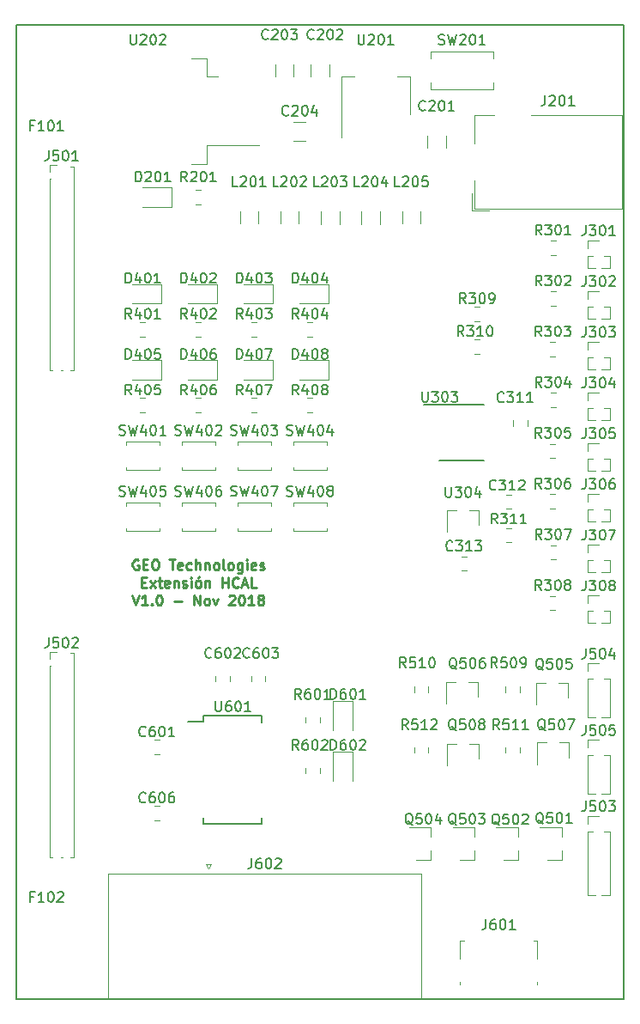
<source format=gbr>
G04 #@! TF.GenerationSoftware,KiCad,Pcbnew,5.0.1-33cea8e~68~ubuntu18.04.1*
G04 #@! TF.CreationDate,2018-11-14T12:35:47-05:00*
G04 #@! TF.ProjectId,PBC_TP_Final_JMena,5042435F54505F46696E616C5F4A4D65,1.0*
G04 #@! TF.SameCoordinates,Original*
G04 #@! TF.FileFunction,Legend,Top*
G04 #@! TF.FilePolarity,Positive*
%FSLAX46Y46*%
G04 Gerber Fmt 4.6, Leading zero omitted, Abs format (unit mm)*
G04 Created by KiCad (PCBNEW 5.0.1-33cea8e~68~ubuntu18.04.1) date mié 14 nov 2018 12:35:47 -05*
%MOMM*%
%LPD*%
G01*
G04 APERTURE LIST*
%ADD10C,0.250000*%
%ADD11C,0.150000*%
%ADD12C,0.120000*%
G04 APERTURE END LIST*
D10*
X91071428Y-104750000D02*
X90976190Y-104702380D01*
X90833333Y-104702380D01*
X90690476Y-104750000D01*
X90595238Y-104845238D01*
X90547619Y-104940476D01*
X90500000Y-105130952D01*
X90500000Y-105273809D01*
X90547619Y-105464285D01*
X90595238Y-105559523D01*
X90690476Y-105654761D01*
X90833333Y-105702380D01*
X90928571Y-105702380D01*
X91071428Y-105654761D01*
X91119047Y-105607142D01*
X91119047Y-105273809D01*
X90928571Y-105273809D01*
X91547619Y-105178571D02*
X91880952Y-105178571D01*
X92023809Y-105702380D02*
X91547619Y-105702380D01*
X91547619Y-104702380D01*
X92023809Y-104702380D01*
X92642857Y-104702380D02*
X92833333Y-104702380D01*
X92928571Y-104750000D01*
X93023809Y-104845238D01*
X93071428Y-105035714D01*
X93071428Y-105369047D01*
X93023809Y-105559523D01*
X92928571Y-105654761D01*
X92833333Y-105702380D01*
X92642857Y-105702380D01*
X92547619Y-105654761D01*
X92452380Y-105559523D01*
X92404761Y-105369047D01*
X92404761Y-105035714D01*
X92452380Y-104845238D01*
X92547619Y-104750000D01*
X92642857Y-104702380D01*
X94119047Y-104702380D02*
X94690476Y-104702380D01*
X94404761Y-105702380D02*
X94404761Y-104702380D01*
X95404761Y-105654761D02*
X95309523Y-105702380D01*
X95119047Y-105702380D01*
X95023809Y-105654761D01*
X94976190Y-105559523D01*
X94976190Y-105178571D01*
X95023809Y-105083333D01*
X95119047Y-105035714D01*
X95309523Y-105035714D01*
X95404761Y-105083333D01*
X95452380Y-105178571D01*
X95452380Y-105273809D01*
X94976190Y-105369047D01*
X96309523Y-105654761D02*
X96214285Y-105702380D01*
X96023809Y-105702380D01*
X95928571Y-105654761D01*
X95880952Y-105607142D01*
X95833333Y-105511904D01*
X95833333Y-105226190D01*
X95880952Y-105130952D01*
X95928571Y-105083333D01*
X96023809Y-105035714D01*
X96214285Y-105035714D01*
X96309523Y-105083333D01*
X96738095Y-105702380D02*
X96738095Y-104702380D01*
X97166666Y-105702380D02*
X97166666Y-105178571D01*
X97119047Y-105083333D01*
X97023809Y-105035714D01*
X96880952Y-105035714D01*
X96785714Y-105083333D01*
X96738095Y-105130952D01*
X97642857Y-105035714D02*
X97642857Y-105702380D01*
X97642857Y-105130952D02*
X97690476Y-105083333D01*
X97785714Y-105035714D01*
X97928571Y-105035714D01*
X98023809Y-105083333D01*
X98071428Y-105178571D01*
X98071428Y-105702380D01*
X98690476Y-105702380D02*
X98595238Y-105654761D01*
X98547619Y-105607142D01*
X98500000Y-105511904D01*
X98500000Y-105226190D01*
X98547619Y-105130952D01*
X98595238Y-105083333D01*
X98690476Y-105035714D01*
X98833333Y-105035714D01*
X98928571Y-105083333D01*
X98976190Y-105130952D01*
X99023809Y-105226190D01*
X99023809Y-105511904D01*
X98976190Y-105607142D01*
X98928571Y-105654761D01*
X98833333Y-105702380D01*
X98690476Y-105702380D01*
X99595238Y-105702380D02*
X99500000Y-105654761D01*
X99452380Y-105559523D01*
X99452380Y-104702380D01*
X100119047Y-105702380D02*
X100023809Y-105654761D01*
X99976190Y-105607142D01*
X99928571Y-105511904D01*
X99928571Y-105226190D01*
X99976190Y-105130952D01*
X100023809Y-105083333D01*
X100119047Y-105035714D01*
X100261904Y-105035714D01*
X100357142Y-105083333D01*
X100404761Y-105130952D01*
X100452380Y-105226190D01*
X100452380Y-105511904D01*
X100404761Y-105607142D01*
X100357142Y-105654761D01*
X100261904Y-105702380D01*
X100119047Y-105702380D01*
X101309523Y-105035714D02*
X101309523Y-105845238D01*
X101261904Y-105940476D01*
X101214285Y-105988095D01*
X101119047Y-106035714D01*
X100976190Y-106035714D01*
X100880952Y-105988095D01*
X101309523Y-105654761D02*
X101214285Y-105702380D01*
X101023809Y-105702380D01*
X100928571Y-105654761D01*
X100880952Y-105607142D01*
X100833333Y-105511904D01*
X100833333Y-105226190D01*
X100880952Y-105130952D01*
X100928571Y-105083333D01*
X101023809Y-105035714D01*
X101214285Y-105035714D01*
X101309523Y-105083333D01*
X101785714Y-105702380D02*
X101785714Y-105035714D01*
X101785714Y-104702380D02*
X101738095Y-104750000D01*
X101785714Y-104797619D01*
X101833333Y-104750000D01*
X101785714Y-104702380D01*
X101785714Y-104797619D01*
X102642857Y-105654761D02*
X102547619Y-105702380D01*
X102357142Y-105702380D01*
X102261904Y-105654761D01*
X102214285Y-105559523D01*
X102214285Y-105178571D01*
X102261904Y-105083333D01*
X102357142Y-105035714D01*
X102547619Y-105035714D01*
X102642857Y-105083333D01*
X102690476Y-105178571D01*
X102690476Y-105273809D01*
X102214285Y-105369047D01*
X103071428Y-105654761D02*
X103166666Y-105702380D01*
X103357142Y-105702380D01*
X103452380Y-105654761D01*
X103500000Y-105559523D01*
X103500000Y-105511904D01*
X103452380Y-105416666D01*
X103357142Y-105369047D01*
X103214285Y-105369047D01*
X103119047Y-105321428D01*
X103071428Y-105226190D01*
X103071428Y-105178571D01*
X103119047Y-105083333D01*
X103214285Y-105035714D01*
X103357142Y-105035714D01*
X103452380Y-105083333D01*
X91428571Y-106928571D02*
X91761904Y-106928571D01*
X91904761Y-107452380D02*
X91428571Y-107452380D01*
X91428571Y-106452380D01*
X91904761Y-106452380D01*
X92238095Y-107452380D02*
X92761904Y-106785714D01*
X92238095Y-106785714D02*
X92761904Y-107452380D01*
X93000000Y-106785714D02*
X93380952Y-106785714D01*
X93142857Y-106452380D02*
X93142857Y-107309523D01*
X93190476Y-107404761D01*
X93285714Y-107452380D01*
X93380952Y-107452380D01*
X94095238Y-107404761D02*
X94000000Y-107452380D01*
X93809523Y-107452380D01*
X93714285Y-107404761D01*
X93666666Y-107309523D01*
X93666666Y-106928571D01*
X93714285Y-106833333D01*
X93809523Y-106785714D01*
X94000000Y-106785714D01*
X94095238Y-106833333D01*
X94142857Y-106928571D01*
X94142857Y-107023809D01*
X93666666Y-107119047D01*
X94571428Y-106785714D02*
X94571428Y-107452380D01*
X94571428Y-106880952D02*
X94619047Y-106833333D01*
X94714285Y-106785714D01*
X94857142Y-106785714D01*
X94952380Y-106833333D01*
X95000000Y-106928571D01*
X95000000Y-107452380D01*
X95428571Y-107404761D02*
X95523809Y-107452380D01*
X95714285Y-107452380D01*
X95809523Y-107404761D01*
X95857142Y-107309523D01*
X95857142Y-107261904D01*
X95809523Y-107166666D01*
X95714285Y-107119047D01*
X95571428Y-107119047D01*
X95476190Y-107071428D01*
X95428571Y-106976190D01*
X95428571Y-106928571D01*
X95476190Y-106833333D01*
X95571428Y-106785714D01*
X95714285Y-106785714D01*
X95809523Y-106833333D01*
X96285714Y-107452380D02*
X96285714Y-106785714D01*
X96285714Y-106452380D02*
X96238095Y-106500000D01*
X96285714Y-106547619D01*
X96333333Y-106500000D01*
X96285714Y-106452380D01*
X96285714Y-106547619D01*
X96904761Y-107452380D02*
X96809523Y-107404761D01*
X96761904Y-107357142D01*
X96714285Y-107261904D01*
X96714285Y-106976190D01*
X96761904Y-106880952D01*
X96809523Y-106833333D01*
X96904761Y-106785714D01*
X97047619Y-106785714D01*
X97142857Y-106833333D01*
X97190476Y-106880952D01*
X97238095Y-106976190D01*
X97238095Y-107261904D01*
X97190476Y-107357142D01*
X97142857Y-107404761D01*
X97047619Y-107452380D01*
X96904761Y-107452380D01*
X97095238Y-106404761D02*
X96952380Y-106547619D01*
X97666666Y-106785714D02*
X97666666Y-107452380D01*
X97666666Y-106880952D02*
X97714285Y-106833333D01*
X97809523Y-106785714D01*
X97952380Y-106785714D01*
X98047619Y-106833333D01*
X98095238Y-106928571D01*
X98095238Y-107452380D01*
X99333333Y-107452380D02*
X99333333Y-106452380D01*
X99333333Y-106928571D02*
X99904761Y-106928571D01*
X99904761Y-107452380D02*
X99904761Y-106452380D01*
X100952380Y-107357142D02*
X100904761Y-107404761D01*
X100761904Y-107452380D01*
X100666666Y-107452380D01*
X100523809Y-107404761D01*
X100428571Y-107309523D01*
X100380952Y-107214285D01*
X100333333Y-107023809D01*
X100333333Y-106880952D01*
X100380952Y-106690476D01*
X100428571Y-106595238D01*
X100523809Y-106500000D01*
X100666666Y-106452380D01*
X100761904Y-106452380D01*
X100904761Y-106500000D01*
X100952380Y-106547619D01*
X101333333Y-107166666D02*
X101809523Y-107166666D01*
X101238095Y-107452380D02*
X101571428Y-106452380D01*
X101904761Y-107452380D01*
X102714285Y-107452380D02*
X102238095Y-107452380D01*
X102238095Y-106452380D01*
X90452380Y-108202380D02*
X90785714Y-109202380D01*
X91119047Y-108202380D01*
X91976190Y-109202380D02*
X91404761Y-109202380D01*
X91690476Y-109202380D02*
X91690476Y-108202380D01*
X91595238Y-108345238D01*
X91500000Y-108440476D01*
X91404761Y-108488095D01*
X92404761Y-109107142D02*
X92452380Y-109154761D01*
X92404761Y-109202380D01*
X92357142Y-109154761D01*
X92404761Y-109107142D01*
X92404761Y-109202380D01*
X93071428Y-108202380D02*
X93166666Y-108202380D01*
X93261904Y-108250000D01*
X93309523Y-108297619D01*
X93357142Y-108392857D01*
X93404761Y-108583333D01*
X93404761Y-108821428D01*
X93357142Y-109011904D01*
X93309523Y-109107142D01*
X93261904Y-109154761D01*
X93166666Y-109202380D01*
X93071428Y-109202380D01*
X92976190Y-109154761D01*
X92928571Y-109107142D01*
X92880952Y-109011904D01*
X92833333Y-108821428D01*
X92833333Y-108583333D01*
X92880952Y-108392857D01*
X92928571Y-108297619D01*
X92976190Y-108250000D01*
X93071428Y-108202380D01*
X94595238Y-108821428D02*
X95357142Y-108821428D01*
X96595238Y-109202380D02*
X96595238Y-108202380D01*
X97166666Y-109202380D01*
X97166666Y-108202380D01*
X97785714Y-109202380D02*
X97690476Y-109154761D01*
X97642857Y-109107142D01*
X97595238Y-109011904D01*
X97595238Y-108726190D01*
X97642857Y-108630952D01*
X97690476Y-108583333D01*
X97785714Y-108535714D01*
X97928571Y-108535714D01*
X98023809Y-108583333D01*
X98071428Y-108630952D01*
X98119047Y-108726190D01*
X98119047Y-109011904D01*
X98071428Y-109107142D01*
X98023809Y-109154761D01*
X97928571Y-109202380D01*
X97785714Y-109202380D01*
X98452380Y-108535714D02*
X98690476Y-109202380D01*
X98928571Y-108535714D01*
X100023809Y-108297619D02*
X100071428Y-108250000D01*
X100166666Y-108202380D01*
X100404761Y-108202380D01*
X100500000Y-108250000D01*
X100547619Y-108297619D01*
X100595238Y-108392857D01*
X100595238Y-108488095D01*
X100547619Y-108630952D01*
X99976190Y-109202380D01*
X100595238Y-109202380D01*
X101214285Y-108202380D02*
X101309523Y-108202380D01*
X101404761Y-108250000D01*
X101452380Y-108297619D01*
X101500000Y-108392857D01*
X101547619Y-108583333D01*
X101547619Y-108821428D01*
X101500000Y-109011904D01*
X101452380Y-109107142D01*
X101404761Y-109154761D01*
X101309523Y-109202380D01*
X101214285Y-109202380D01*
X101119047Y-109154761D01*
X101071428Y-109107142D01*
X101023809Y-109011904D01*
X100976190Y-108821428D01*
X100976190Y-108583333D01*
X101023809Y-108392857D01*
X101071428Y-108297619D01*
X101119047Y-108250000D01*
X101214285Y-108202380D01*
X102499999Y-109202380D02*
X101928571Y-109202380D01*
X102214285Y-109202380D02*
X102214285Y-108202380D01*
X102119047Y-108345238D01*
X102023809Y-108440476D01*
X101928571Y-108488095D01*
X103071428Y-108630952D02*
X102976190Y-108583333D01*
X102928571Y-108535714D01*
X102880952Y-108440476D01*
X102880952Y-108392857D01*
X102928571Y-108297619D01*
X102976190Y-108250000D01*
X103071428Y-108202380D01*
X103261904Y-108202380D01*
X103357142Y-108250000D01*
X103404761Y-108297619D01*
X103452380Y-108392857D01*
X103452380Y-108440476D01*
X103404761Y-108535714D01*
X103357142Y-108583333D01*
X103261904Y-108630952D01*
X103071428Y-108630952D01*
X102976190Y-108678571D01*
X102928571Y-108726190D01*
X102880952Y-108821428D01*
X102880952Y-109011904D01*
X102928571Y-109107142D01*
X102976190Y-109154761D01*
X103071428Y-109202380D01*
X103261904Y-109202380D01*
X103357142Y-109154761D01*
X103404761Y-109107142D01*
X103452380Y-109011904D01*
X103452380Y-108821428D01*
X103404761Y-108726190D01*
X103357142Y-108678571D01*
X103261904Y-108630952D01*
D11*
X139000000Y-52000000D02*
X79000000Y-52000000D01*
X139000000Y-148000000D02*
X139000000Y-52000000D01*
X79000000Y-148000000D02*
X139000000Y-148000000D01*
X79000000Y-52000000D02*
X79000000Y-148000000D01*
D12*
G04 #@! TO.C,J602*
X88055000Y-147980000D02*
X88055000Y-135640000D01*
X88055000Y-135640000D02*
X119025000Y-135640000D01*
X119025000Y-135640000D02*
X119025000Y-147980000D01*
X97750000Y-134745662D02*
X98250000Y-134745662D01*
X98250000Y-134745662D02*
X98000000Y-135178675D01*
X98000000Y-135178675D02*
X97750000Y-134745662D01*
G04 #@! TO.C,J601*
X130460000Y-142290000D02*
X130080000Y-142290000D01*
X130460000Y-146340000D02*
X130460000Y-146600000D01*
X130460000Y-142290000D02*
X130460000Y-144060000D01*
X122840000Y-142290000D02*
X123220000Y-142290000D01*
X122840000Y-144060000D02*
X122840000Y-142290000D01*
X122840000Y-146600000D02*
X122840000Y-146340000D01*
G04 #@! TO.C,Q507*
X133580000Y-122740000D02*
X133580000Y-124200000D01*
X130420000Y-122740000D02*
X130420000Y-124900000D01*
X130420000Y-122740000D02*
X131350000Y-122740000D01*
X133580000Y-122740000D02*
X132650000Y-122740000D01*
G04 #@! TO.C,Q508*
X124680000Y-122840000D02*
X123750000Y-122840000D01*
X121520000Y-122840000D02*
X122450000Y-122840000D01*
X121520000Y-122840000D02*
X121520000Y-125000000D01*
X124680000Y-122840000D02*
X124680000Y-124300000D01*
G04 #@! TO.C,J505*
X135390000Y-127755000D02*
X136192470Y-127755000D01*
X136807530Y-127755000D02*
X137610000Y-127755000D01*
X135390000Y-124010000D02*
X135390000Y-127755000D01*
X137610000Y-124010000D02*
X137610000Y-127755000D01*
X135390000Y-124010000D02*
X135936529Y-124010000D01*
X137063471Y-124010000D02*
X137610000Y-124010000D01*
X135390000Y-123250000D02*
X135390000Y-122490000D01*
X135390000Y-122490000D02*
X136500000Y-122490000D01*
G04 #@! TO.C,J501*
X82290000Y-86060000D02*
X82605507Y-86060000D01*
X84394493Y-86060000D02*
X84710000Y-86060000D01*
X83394493Y-86060000D02*
X83605507Y-86060000D01*
X82290000Y-67185000D02*
X82290000Y-86060000D01*
X84710000Y-65940000D02*
X84710000Y-86060000D01*
X82290000Y-67185000D02*
X82391724Y-67185000D01*
X84394493Y-65940000D02*
X84710000Y-65940000D01*
X82290000Y-66500000D02*
X82290000Y-65815000D01*
X82290000Y-65815000D02*
X83000000Y-65815000D01*
G04 #@! TO.C,J503*
X135390000Y-137795000D02*
X136192470Y-137795000D01*
X136807530Y-137795000D02*
X137610000Y-137795000D01*
X135390000Y-131510000D02*
X135390000Y-137795000D01*
X137610000Y-131510000D02*
X137610000Y-137795000D01*
X135390000Y-131510000D02*
X135936529Y-131510000D01*
X137063471Y-131510000D02*
X137610000Y-131510000D01*
X135390000Y-130750000D02*
X135390000Y-129990000D01*
X135390000Y-129990000D02*
X136500000Y-129990000D01*
G04 #@! TO.C,J504*
X135390000Y-120215000D02*
X136192470Y-120215000D01*
X136807530Y-120215000D02*
X137610000Y-120215000D01*
X135390000Y-116470000D02*
X135390000Y-120215000D01*
X137610000Y-116470000D02*
X137610000Y-120215000D01*
X135390000Y-116470000D02*
X135936529Y-116470000D01*
X137063471Y-116470000D02*
X137610000Y-116470000D01*
X135390000Y-115710000D02*
X135390000Y-114950000D01*
X135390000Y-114950000D02*
X136500000Y-114950000D01*
G04 #@! TO.C,J502*
X82290000Y-113815000D02*
X83000000Y-113815000D01*
X82290000Y-114500000D02*
X82290000Y-113815000D01*
X84394493Y-113940000D02*
X84710000Y-113940000D01*
X82290000Y-115185000D02*
X82391724Y-115185000D01*
X84710000Y-113940000D02*
X84710000Y-134060000D01*
X82290000Y-115185000D02*
X82290000Y-134060000D01*
X83394493Y-134060000D02*
X83605507Y-134060000D01*
X84394493Y-134060000D02*
X84710000Y-134060000D01*
X82290000Y-134060000D02*
X82605507Y-134060000D01*
G04 #@! TO.C,Q502*
X128560000Y-134280000D02*
X127100000Y-134280000D01*
X128560000Y-131120000D02*
X126400000Y-131120000D01*
X128560000Y-131120000D02*
X128560000Y-132050000D01*
X128560000Y-134280000D02*
X128560000Y-133350000D01*
G04 #@! TO.C,Q501*
X132860000Y-134280000D02*
X132860000Y-133350000D01*
X132860000Y-131120000D02*
X132860000Y-132050000D01*
X132860000Y-131120000D02*
X130700000Y-131120000D01*
X132860000Y-134280000D02*
X131400000Y-134280000D01*
G04 #@! TO.C,Q503*
X124260000Y-134280000D02*
X122800000Y-134280000D01*
X124260000Y-131120000D02*
X122100000Y-131120000D01*
X124260000Y-131120000D02*
X124260000Y-132050000D01*
X124260000Y-134280000D02*
X124260000Y-133350000D01*
G04 #@! TO.C,Q504*
X119960000Y-134280000D02*
X119960000Y-133350000D01*
X119960000Y-131120000D02*
X119960000Y-132050000D01*
X119960000Y-131120000D02*
X117800000Y-131120000D01*
X119960000Y-134280000D02*
X118500000Y-134280000D01*
G04 #@! TO.C,Q505*
X133480000Y-116865000D02*
X133480000Y-118325000D01*
X130320000Y-116865000D02*
X130320000Y-119025000D01*
X130320000Y-116865000D02*
X131250000Y-116865000D01*
X133480000Y-116865000D02*
X132550000Y-116865000D01*
G04 #@! TO.C,Q506*
X124580000Y-116740000D02*
X123650000Y-116740000D01*
X121420000Y-116740000D02*
X122350000Y-116740000D01*
X121420000Y-116740000D02*
X121420000Y-118900000D01*
X124580000Y-116740000D02*
X124580000Y-118200000D01*
D11*
G04 #@! TO.C,U601*
X97525000Y-120125000D02*
X97525000Y-120700000D01*
X103275000Y-120125000D02*
X103275000Y-120775000D01*
X103275000Y-130775000D02*
X103275000Y-130125000D01*
X97525000Y-130775000D02*
X97525000Y-130125000D01*
X97525000Y-120125000D02*
X103275000Y-120125000D01*
X97525000Y-130775000D02*
X103275000Y-130775000D01*
X97525000Y-120700000D02*
X95925000Y-120700000D01*
D12*
G04 #@! TO.C,D602*
X112210000Y-126500000D02*
X112210000Y-123640000D01*
X112210000Y-123640000D02*
X110290000Y-123640000D01*
X110290000Y-123640000D02*
X110290000Y-126500000D01*
G04 #@! TO.C,SW201*
X119900000Y-58350000D02*
X119900000Y-57700000D01*
X119900000Y-54650000D02*
X119900000Y-55300000D01*
X126100000Y-55300000D02*
X126100000Y-54650000D01*
X126100000Y-58350000D02*
X126100000Y-57700000D01*
X119900000Y-58350000D02*
X126100000Y-58350000D01*
X126100000Y-54650000D02*
X119900000Y-54650000D01*
G04 #@! TO.C,C201*
X119590000Y-62897936D02*
X119590000Y-64102064D01*
X121410000Y-62897936D02*
X121410000Y-64102064D01*
G04 #@! TO.C,C202*
X108090000Y-57102064D02*
X108090000Y-55897936D01*
X109910000Y-57102064D02*
X109910000Y-55897936D01*
G04 #@! TO.C,C203*
X106410000Y-57102064D02*
X106410000Y-55897936D01*
X104590000Y-57102064D02*
X104590000Y-55897936D01*
G04 #@! TO.C,C204*
X106397936Y-61590000D02*
X107602064Y-61590000D01*
X106397936Y-63410000D02*
X107602064Y-63410000D01*
G04 #@! TO.C,C311*
X128040000Y-90988748D02*
X128040000Y-91511252D01*
X129460000Y-90988748D02*
X129460000Y-91511252D01*
G04 #@! TO.C,C312*
X127861252Y-99710000D02*
X127338748Y-99710000D01*
X127861252Y-98290000D02*
X127338748Y-98290000D01*
G04 #@! TO.C,C313*
X123461252Y-105810000D02*
X122938748Y-105810000D01*
X123461252Y-104390000D02*
X122938748Y-104390000D01*
G04 #@! TO.C,C601*
X93161252Y-122490000D02*
X92638748Y-122490000D01*
X93161252Y-123910000D02*
X92638748Y-123910000D01*
G04 #@! TO.C,C602*
X98690000Y-116711252D02*
X98690000Y-116188748D01*
X100110000Y-116711252D02*
X100110000Y-116188748D01*
G04 #@! TO.C,C603*
X103610000Y-116711252D02*
X103610000Y-116188748D01*
X102190000Y-116711252D02*
X102190000Y-116188748D01*
G04 #@! TO.C,C606*
X93161252Y-128990000D02*
X92638748Y-128990000D01*
X93161252Y-130410000D02*
X92638748Y-130410000D01*
G04 #@! TO.C,D201*
X94360000Y-68040000D02*
X91500000Y-68040000D01*
X94360000Y-69960000D02*
X94360000Y-68040000D01*
X91500000Y-69960000D02*
X94360000Y-69960000D01*
G04 #@! TO.C,D401*
X93360000Y-77540000D02*
X90500000Y-77540000D01*
X93360000Y-79460000D02*
X93360000Y-77540000D01*
X90500000Y-79460000D02*
X93360000Y-79460000D01*
G04 #@! TO.C,D402*
X96000000Y-79460000D02*
X98860000Y-79460000D01*
X98860000Y-79460000D02*
X98860000Y-77540000D01*
X98860000Y-77540000D02*
X96000000Y-77540000D01*
G04 #@! TO.C,D403*
X104360000Y-77540000D02*
X101500000Y-77540000D01*
X104360000Y-79460000D02*
X104360000Y-77540000D01*
X101500000Y-79460000D02*
X104360000Y-79460000D01*
G04 #@! TO.C,D404*
X107000000Y-79460000D02*
X109860000Y-79460000D01*
X109860000Y-79460000D02*
X109860000Y-77540000D01*
X109860000Y-77540000D02*
X107000000Y-77540000D01*
G04 #@! TO.C,D405*
X90500000Y-86960000D02*
X93360000Y-86960000D01*
X93360000Y-86960000D02*
X93360000Y-85040000D01*
X93360000Y-85040000D02*
X90500000Y-85040000D01*
G04 #@! TO.C,D406*
X96000000Y-86960000D02*
X98860000Y-86960000D01*
X98860000Y-86960000D02*
X98860000Y-85040000D01*
X98860000Y-85040000D02*
X96000000Y-85040000D01*
G04 #@! TO.C,D407*
X104360000Y-85040000D02*
X101500000Y-85040000D01*
X104360000Y-86960000D02*
X104360000Y-85040000D01*
X101500000Y-86960000D02*
X104360000Y-86960000D01*
G04 #@! TO.C,D408*
X109860000Y-85040000D02*
X107000000Y-85040000D01*
X109860000Y-86960000D02*
X109860000Y-85040000D01*
X107000000Y-86960000D02*
X109860000Y-86960000D01*
G04 #@! TO.C,D601*
X112210000Y-121500000D02*
X112210000Y-118640000D01*
X112210000Y-118640000D02*
X110290000Y-118640000D01*
X110290000Y-118640000D02*
X110290000Y-121500000D01*
G04 #@! TO.C,J201*
X123960000Y-70340000D02*
X123960000Y-68600000D01*
X125700000Y-70340000D02*
X123960000Y-70340000D01*
X124200000Y-60900000D02*
X126200000Y-60900000D01*
X124200000Y-63700000D02*
X124200000Y-60900000D01*
X124200000Y-70100000D02*
X124200000Y-67300000D01*
X138800000Y-70100000D02*
X124200000Y-70100000D01*
X138800000Y-60900000D02*
X138800000Y-70100000D01*
X129800000Y-60900000D02*
X138800000Y-60900000D01*
G04 #@! TO.C,J301*
X135390000Y-73240000D02*
X136500000Y-73240000D01*
X135390000Y-74000000D02*
X135390000Y-73240000D01*
X137063471Y-74760000D02*
X137610000Y-74760000D01*
X135390000Y-74760000D02*
X135936529Y-74760000D01*
X137610000Y-74760000D02*
X137610000Y-75965000D01*
X135390000Y-74760000D02*
X135390000Y-75965000D01*
X136807530Y-75965000D02*
X137610000Y-75965000D01*
X135390000Y-75965000D02*
X136192470Y-75965000D01*
G04 #@! TO.C,J302*
X135390000Y-80965000D02*
X136192470Y-80965000D01*
X136807530Y-80965000D02*
X137610000Y-80965000D01*
X135390000Y-79760000D02*
X135390000Y-80965000D01*
X137610000Y-79760000D02*
X137610000Y-80965000D01*
X135390000Y-79760000D02*
X135936529Y-79760000D01*
X137063471Y-79760000D02*
X137610000Y-79760000D01*
X135390000Y-79000000D02*
X135390000Y-78240000D01*
X135390000Y-78240000D02*
X136500000Y-78240000D01*
G04 #@! TO.C,J303*
X135390000Y-85965000D02*
X136192470Y-85965000D01*
X136807530Y-85965000D02*
X137610000Y-85965000D01*
X135390000Y-84760000D02*
X135390000Y-85965000D01*
X137610000Y-84760000D02*
X137610000Y-85965000D01*
X135390000Y-84760000D02*
X135936529Y-84760000D01*
X137063471Y-84760000D02*
X137610000Y-84760000D01*
X135390000Y-84000000D02*
X135390000Y-83240000D01*
X135390000Y-83240000D02*
X136500000Y-83240000D01*
G04 #@! TO.C,J304*
X135390000Y-88240000D02*
X136500000Y-88240000D01*
X135390000Y-89000000D02*
X135390000Y-88240000D01*
X137063471Y-89760000D02*
X137610000Y-89760000D01*
X135390000Y-89760000D02*
X135936529Y-89760000D01*
X137610000Y-89760000D02*
X137610000Y-90965000D01*
X135390000Y-89760000D02*
X135390000Y-90965000D01*
X136807530Y-90965000D02*
X137610000Y-90965000D01*
X135390000Y-90965000D02*
X136192470Y-90965000D01*
G04 #@! TO.C,J305*
X135390000Y-95965000D02*
X136192470Y-95965000D01*
X136807530Y-95965000D02*
X137610000Y-95965000D01*
X135390000Y-94760000D02*
X135390000Y-95965000D01*
X137610000Y-94760000D02*
X137610000Y-95965000D01*
X135390000Y-94760000D02*
X135936529Y-94760000D01*
X137063471Y-94760000D02*
X137610000Y-94760000D01*
X135390000Y-94000000D02*
X135390000Y-93240000D01*
X135390000Y-93240000D02*
X136500000Y-93240000D01*
G04 #@! TO.C,J306*
X135390000Y-98240000D02*
X136500000Y-98240000D01*
X135390000Y-99000000D02*
X135390000Y-98240000D01*
X137063471Y-99760000D02*
X137610000Y-99760000D01*
X135390000Y-99760000D02*
X135936529Y-99760000D01*
X137610000Y-99760000D02*
X137610000Y-100965000D01*
X135390000Y-99760000D02*
X135390000Y-100965000D01*
X136807530Y-100965000D02*
X137610000Y-100965000D01*
X135390000Y-100965000D02*
X136192470Y-100965000D01*
G04 #@! TO.C,J307*
X135390000Y-103240000D02*
X136500000Y-103240000D01*
X135390000Y-104000000D02*
X135390000Y-103240000D01*
X137063471Y-104760000D02*
X137610000Y-104760000D01*
X135390000Y-104760000D02*
X135936529Y-104760000D01*
X137610000Y-104760000D02*
X137610000Y-105965000D01*
X135390000Y-104760000D02*
X135390000Y-105965000D01*
X136807530Y-105965000D02*
X137610000Y-105965000D01*
X135390000Y-105965000D02*
X136192470Y-105965000D01*
G04 #@! TO.C,J308*
X135390000Y-110965000D02*
X136192470Y-110965000D01*
X136807530Y-110965000D02*
X137610000Y-110965000D01*
X135390000Y-109760000D02*
X135390000Y-110965000D01*
X137610000Y-109760000D02*
X137610000Y-110965000D01*
X135390000Y-109760000D02*
X135936529Y-109760000D01*
X137063471Y-109760000D02*
X137610000Y-109760000D01*
X135390000Y-109000000D02*
X135390000Y-108240000D01*
X135390000Y-108240000D02*
X136500000Y-108240000D01*
G04 #@! TO.C,L201*
X101090000Y-71602064D02*
X101090000Y-70397936D01*
X102910000Y-71602064D02*
X102910000Y-70397936D01*
G04 #@! TO.C,L202*
X106910000Y-71602064D02*
X106910000Y-70397936D01*
X105090000Y-71602064D02*
X105090000Y-70397936D01*
G04 #@! TO.C,L203*
X109090000Y-71614564D02*
X109090000Y-70410436D01*
X110910000Y-71614564D02*
X110910000Y-70410436D01*
G04 #@! TO.C,L204*
X114910000Y-71614564D02*
X114910000Y-70410436D01*
X113090000Y-71614564D02*
X113090000Y-70410436D01*
G04 #@! TO.C,L205*
X117090000Y-71602064D02*
X117090000Y-70397936D01*
X118910000Y-71602064D02*
X118910000Y-70397936D01*
G04 #@! TO.C,R201*
X96738748Y-69710000D02*
X97261252Y-69710000D01*
X96738748Y-68290000D02*
X97261252Y-68290000D01*
G04 #@! TO.C,R301*
X131738748Y-73290000D02*
X132261252Y-73290000D01*
X131738748Y-74710000D02*
X132261252Y-74710000D01*
G04 #@! TO.C,R302*
X131738748Y-79710000D02*
X132261252Y-79710000D01*
X131738748Y-78290000D02*
X132261252Y-78290000D01*
G04 #@! TO.C,R303*
X131713748Y-83290000D02*
X132236252Y-83290000D01*
X131713748Y-84710000D02*
X132236252Y-84710000D01*
G04 #@! TO.C,R304*
X131738748Y-89710000D02*
X132261252Y-89710000D01*
X131738748Y-88290000D02*
X132261252Y-88290000D01*
G04 #@! TO.C,R305*
X131713748Y-93290000D02*
X132236252Y-93290000D01*
X131713748Y-94710000D02*
X132236252Y-94710000D01*
G04 #@! TO.C,R306*
X131713748Y-99660000D02*
X132236252Y-99660000D01*
X131713748Y-98240000D02*
X132236252Y-98240000D01*
G04 #@! TO.C,R307*
X131738748Y-103290000D02*
X132261252Y-103290000D01*
X131738748Y-104710000D02*
X132261252Y-104710000D01*
G04 #@! TO.C,R308*
X131713748Y-109710000D02*
X132236252Y-109710000D01*
X131713748Y-108290000D02*
X132236252Y-108290000D01*
G04 #@! TO.C,R309*
X124238748Y-79790000D02*
X124761252Y-79790000D01*
X124238748Y-81210000D02*
X124761252Y-81210000D01*
G04 #@! TO.C,R310*
X124238748Y-84460000D02*
X124761252Y-84460000D01*
X124238748Y-83040000D02*
X124761252Y-83040000D01*
G04 #@! TO.C,R311*
X127861252Y-101590000D02*
X127338748Y-101590000D01*
X127861252Y-103010000D02*
X127338748Y-103010000D01*
G04 #@! TO.C,R401*
X91761252Y-81290000D02*
X91238748Y-81290000D01*
X91761252Y-82710000D02*
X91238748Y-82710000D01*
G04 #@! TO.C,R402*
X97261252Y-81290000D02*
X96738748Y-81290000D01*
X97261252Y-82710000D02*
X96738748Y-82710000D01*
G04 #@! TO.C,R403*
X102761252Y-82710000D02*
X102238748Y-82710000D01*
X102761252Y-81290000D02*
X102238748Y-81290000D01*
G04 #@! TO.C,R404*
X108261252Y-82710000D02*
X107738748Y-82710000D01*
X108261252Y-81290000D02*
X107738748Y-81290000D01*
G04 #@! TO.C,R405*
X91736252Y-90210000D02*
X91213748Y-90210000D01*
X91736252Y-88790000D02*
X91213748Y-88790000D01*
G04 #@! TO.C,R406*
X97261252Y-88790000D02*
X96738748Y-88790000D01*
X97261252Y-90210000D02*
X96738748Y-90210000D01*
G04 #@! TO.C,R407*
X102761252Y-88790000D02*
X102238748Y-88790000D01*
X102761252Y-90210000D02*
X102238748Y-90210000D01*
G04 #@! TO.C,R408*
X108261252Y-90210000D02*
X107738748Y-90210000D01*
X108261252Y-88790000D02*
X107738748Y-88790000D01*
G04 #@! TO.C,R509*
X128710000Y-117761252D02*
X128710000Y-117238748D01*
X127290000Y-117761252D02*
X127290000Y-117238748D01*
G04 #@! TO.C,R510*
X118290000Y-117761252D02*
X118290000Y-117238748D01*
X119710000Y-117761252D02*
X119710000Y-117238748D01*
G04 #@! TO.C,R511*
X127290000Y-123761252D02*
X127290000Y-123238748D01*
X128710000Y-123761252D02*
X128710000Y-123238748D01*
G04 #@! TO.C,R512*
X119710000Y-123761252D02*
X119710000Y-123238748D01*
X118290000Y-123761252D02*
X118290000Y-123238748D01*
G04 #@! TO.C,R601*
X107540000Y-120238748D02*
X107540000Y-120761252D01*
X108960000Y-120238748D02*
X108960000Y-120761252D01*
G04 #@! TO.C,R602*
X107540000Y-125238748D02*
X107540000Y-125761252D01*
X108960000Y-125238748D02*
X108960000Y-125761252D01*
G04 #@! TO.C,SW401*
X93150000Y-93100000D02*
X93150000Y-93400000D01*
X89850000Y-93100000D02*
X93150000Y-93100000D01*
X89850000Y-93400000D02*
X89850000Y-93100000D01*
X93150000Y-95900000D02*
X93150000Y-95600000D01*
X89850000Y-95900000D02*
X93150000Y-95900000D01*
X89850000Y-95600000D02*
X89850000Y-95900000D01*
G04 #@! TO.C,SW402*
X98650000Y-93100000D02*
X98650000Y-93400000D01*
X95350000Y-93100000D02*
X98650000Y-93100000D01*
X95350000Y-93400000D02*
X95350000Y-93100000D01*
X98650000Y-95900000D02*
X98650000Y-95600000D01*
X95350000Y-95900000D02*
X98650000Y-95900000D01*
X95350000Y-95600000D02*
X95350000Y-95900000D01*
G04 #@! TO.C,SW403*
X100850000Y-95600000D02*
X100850000Y-95900000D01*
X100850000Y-95900000D02*
X104150000Y-95900000D01*
X104150000Y-95900000D02*
X104150000Y-95600000D01*
X100850000Y-93400000D02*
X100850000Y-93100000D01*
X100850000Y-93100000D02*
X104150000Y-93100000D01*
X104150000Y-93100000D02*
X104150000Y-93400000D01*
G04 #@! TO.C,SW404*
X106350000Y-95600000D02*
X106350000Y-95900000D01*
X106350000Y-95900000D02*
X109650000Y-95900000D01*
X109650000Y-95900000D02*
X109650000Y-95600000D01*
X106350000Y-93400000D02*
X106350000Y-93100000D01*
X106350000Y-93100000D02*
X109650000Y-93100000D01*
X109650000Y-93100000D02*
X109650000Y-93400000D01*
G04 #@! TO.C,SW405*
X89850000Y-101600000D02*
X89850000Y-101900000D01*
X89850000Y-101900000D02*
X93150000Y-101900000D01*
X93150000Y-101900000D02*
X93150000Y-101600000D01*
X89850000Y-99400000D02*
X89850000Y-99100000D01*
X89850000Y-99100000D02*
X93150000Y-99100000D01*
X93150000Y-99100000D02*
X93150000Y-99400000D01*
G04 #@! TO.C,SW406*
X98650000Y-99100000D02*
X98650000Y-99400000D01*
X95350000Y-99100000D02*
X98650000Y-99100000D01*
X95350000Y-99400000D02*
X95350000Y-99100000D01*
X98650000Y-101900000D02*
X98650000Y-101600000D01*
X95350000Y-101900000D02*
X98650000Y-101900000D01*
X95350000Y-101600000D02*
X95350000Y-101900000D01*
G04 #@! TO.C,SW407*
X100850000Y-101600000D02*
X100850000Y-101900000D01*
X100850000Y-101900000D02*
X104150000Y-101900000D01*
X104150000Y-101900000D02*
X104150000Y-101600000D01*
X100850000Y-99400000D02*
X100850000Y-99100000D01*
X100850000Y-99100000D02*
X104150000Y-99100000D01*
X104150000Y-99100000D02*
X104150000Y-99400000D01*
G04 #@! TO.C,SW408*
X109650000Y-99100000D02*
X109650000Y-99400000D01*
X106350000Y-99100000D02*
X109650000Y-99100000D01*
X106350000Y-99400000D02*
X106350000Y-99100000D01*
X109650000Y-101900000D02*
X109650000Y-101600000D01*
X106350000Y-101900000D02*
X109650000Y-101900000D01*
X106350000Y-101600000D02*
X106350000Y-101900000D01*
G04 #@! TO.C,U201*
X117910000Y-57090000D02*
X116650000Y-57090000D01*
X111090000Y-57090000D02*
X112350000Y-57090000D01*
X117910000Y-60850000D02*
X117910000Y-57090000D01*
X111090000Y-63100000D02*
X111090000Y-57090000D01*
G04 #@! TO.C,U202*
X96325000Y-65700000D02*
X97825000Y-65700000D01*
X97825000Y-65700000D02*
X97825000Y-63890000D01*
X97825000Y-63890000D02*
X102950000Y-63890000D01*
X96325000Y-55300000D02*
X97825000Y-55300000D01*
X97825000Y-55300000D02*
X97825000Y-57110000D01*
X97825000Y-57110000D02*
X98925000Y-57110000D01*
D11*
G04 #@! TO.C,U303*
X120800000Y-94975000D02*
X125200000Y-94975000D01*
X119225000Y-89450000D02*
X125200000Y-89450000D01*
D12*
G04 #@! TO.C,U304*
X124680000Y-99840000D02*
X123750000Y-99840000D01*
X121520000Y-99840000D02*
X122450000Y-99840000D01*
X121520000Y-99840000D02*
X121520000Y-102000000D01*
X124680000Y-99840000D02*
X124680000Y-101300000D01*
G04 #@! TD*
G04 #@! TO.C,F101*
D11*
X80714285Y-61928571D02*
X80380952Y-61928571D01*
X80380952Y-62452380D02*
X80380952Y-61452380D01*
X80857142Y-61452380D01*
X81761904Y-62452380D02*
X81190476Y-62452380D01*
X81476190Y-62452380D02*
X81476190Y-61452380D01*
X81380952Y-61595238D01*
X81285714Y-61690476D01*
X81190476Y-61738095D01*
X82380952Y-61452380D02*
X82476190Y-61452380D01*
X82571428Y-61500000D01*
X82619047Y-61547619D01*
X82666666Y-61642857D01*
X82714285Y-61833333D01*
X82714285Y-62071428D01*
X82666666Y-62261904D01*
X82619047Y-62357142D01*
X82571428Y-62404761D01*
X82476190Y-62452380D01*
X82380952Y-62452380D01*
X82285714Y-62404761D01*
X82238095Y-62357142D01*
X82190476Y-62261904D01*
X82142857Y-62071428D01*
X82142857Y-61833333D01*
X82190476Y-61642857D01*
X82238095Y-61547619D01*
X82285714Y-61500000D01*
X82380952Y-61452380D01*
X83666666Y-62452380D02*
X83095238Y-62452380D01*
X83380952Y-62452380D02*
X83380952Y-61452380D01*
X83285714Y-61595238D01*
X83190476Y-61690476D01*
X83095238Y-61738095D01*
G04 #@! TO.C,F102*
X80714285Y-137928571D02*
X80380952Y-137928571D01*
X80380952Y-138452380D02*
X80380952Y-137452380D01*
X80857142Y-137452380D01*
X81761904Y-138452380D02*
X81190476Y-138452380D01*
X81476190Y-138452380D02*
X81476190Y-137452380D01*
X81380952Y-137595238D01*
X81285714Y-137690476D01*
X81190476Y-137738095D01*
X82380952Y-137452380D02*
X82476190Y-137452380D01*
X82571428Y-137500000D01*
X82619047Y-137547619D01*
X82666666Y-137642857D01*
X82714285Y-137833333D01*
X82714285Y-138071428D01*
X82666666Y-138261904D01*
X82619047Y-138357142D01*
X82571428Y-138404761D01*
X82476190Y-138452380D01*
X82380952Y-138452380D01*
X82285714Y-138404761D01*
X82238095Y-138357142D01*
X82190476Y-138261904D01*
X82142857Y-138071428D01*
X82142857Y-137833333D01*
X82190476Y-137642857D01*
X82238095Y-137547619D01*
X82285714Y-137500000D01*
X82380952Y-137452380D01*
X83095238Y-137547619D02*
X83142857Y-137500000D01*
X83238095Y-137452380D01*
X83476190Y-137452380D01*
X83571428Y-137500000D01*
X83619047Y-137547619D01*
X83666666Y-137642857D01*
X83666666Y-137738095D01*
X83619047Y-137880952D01*
X83047619Y-138452380D01*
X83666666Y-138452380D01*
G04 #@! TO.C,J602*
X102254285Y-134152380D02*
X102254285Y-134866666D01*
X102206666Y-135009523D01*
X102111428Y-135104761D01*
X101968571Y-135152380D01*
X101873333Y-135152380D01*
X103159047Y-134152380D02*
X102968571Y-134152380D01*
X102873333Y-134200000D01*
X102825714Y-134247619D01*
X102730476Y-134390476D01*
X102682857Y-134580952D01*
X102682857Y-134961904D01*
X102730476Y-135057142D01*
X102778095Y-135104761D01*
X102873333Y-135152380D01*
X103063809Y-135152380D01*
X103159047Y-135104761D01*
X103206666Y-135057142D01*
X103254285Y-134961904D01*
X103254285Y-134723809D01*
X103206666Y-134628571D01*
X103159047Y-134580952D01*
X103063809Y-134533333D01*
X102873333Y-134533333D01*
X102778095Y-134580952D01*
X102730476Y-134628571D01*
X102682857Y-134723809D01*
X103873333Y-134152380D02*
X103968571Y-134152380D01*
X104063809Y-134200000D01*
X104111428Y-134247619D01*
X104159047Y-134342857D01*
X104206666Y-134533333D01*
X104206666Y-134771428D01*
X104159047Y-134961904D01*
X104111428Y-135057142D01*
X104063809Y-135104761D01*
X103968571Y-135152380D01*
X103873333Y-135152380D01*
X103778095Y-135104761D01*
X103730476Y-135057142D01*
X103682857Y-134961904D01*
X103635238Y-134771428D01*
X103635238Y-134533333D01*
X103682857Y-134342857D01*
X103730476Y-134247619D01*
X103778095Y-134200000D01*
X103873333Y-134152380D01*
X104587619Y-134247619D02*
X104635238Y-134200000D01*
X104730476Y-134152380D01*
X104968571Y-134152380D01*
X105063809Y-134200000D01*
X105111428Y-134247619D01*
X105159047Y-134342857D01*
X105159047Y-134438095D01*
X105111428Y-134580952D01*
X104540000Y-135152380D01*
X105159047Y-135152380D01*
G04 #@! TO.C,J601*
X125364285Y-140152380D02*
X125364285Y-140866666D01*
X125316666Y-141009523D01*
X125221428Y-141104761D01*
X125078571Y-141152380D01*
X124983333Y-141152380D01*
X126269047Y-140152380D02*
X126078571Y-140152380D01*
X125983333Y-140200000D01*
X125935714Y-140247619D01*
X125840476Y-140390476D01*
X125792857Y-140580952D01*
X125792857Y-140961904D01*
X125840476Y-141057142D01*
X125888095Y-141104761D01*
X125983333Y-141152380D01*
X126173809Y-141152380D01*
X126269047Y-141104761D01*
X126316666Y-141057142D01*
X126364285Y-140961904D01*
X126364285Y-140723809D01*
X126316666Y-140628571D01*
X126269047Y-140580952D01*
X126173809Y-140533333D01*
X125983333Y-140533333D01*
X125888095Y-140580952D01*
X125840476Y-140628571D01*
X125792857Y-140723809D01*
X126983333Y-140152380D02*
X127078571Y-140152380D01*
X127173809Y-140200000D01*
X127221428Y-140247619D01*
X127269047Y-140342857D01*
X127316666Y-140533333D01*
X127316666Y-140771428D01*
X127269047Y-140961904D01*
X127221428Y-141057142D01*
X127173809Y-141104761D01*
X127078571Y-141152380D01*
X126983333Y-141152380D01*
X126888095Y-141104761D01*
X126840476Y-141057142D01*
X126792857Y-140961904D01*
X126745238Y-140771428D01*
X126745238Y-140533333D01*
X126792857Y-140342857D01*
X126840476Y-140247619D01*
X126888095Y-140200000D01*
X126983333Y-140152380D01*
X128269047Y-141152380D02*
X127697619Y-141152380D01*
X127983333Y-141152380D02*
X127983333Y-140152380D01*
X127888095Y-140295238D01*
X127792857Y-140390476D01*
X127697619Y-140438095D01*
G04 #@! TO.C,Q507*
X131252380Y-121547619D02*
X131157142Y-121500000D01*
X131061904Y-121404761D01*
X130919047Y-121261904D01*
X130823809Y-121214285D01*
X130728571Y-121214285D01*
X130776190Y-121452380D02*
X130680952Y-121404761D01*
X130585714Y-121309523D01*
X130538095Y-121119047D01*
X130538095Y-120785714D01*
X130585714Y-120595238D01*
X130680952Y-120500000D01*
X130776190Y-120452380D01*
X130966666Y-120452380D01*
X131061904Y-120500000D01*
X131157142Y-120595238D01*
X131204761Y-120785714D01*
X131204761Y-121119047D01*
X131157142Y-121309523D01*
X131061904Y-121404761D01*
X130966666Y-121452380D01*
X130776190Y-121452380D01*
X132109523Y-120452380D02*
X131633333Y-120452380D01*
X131585714Y-120928571D01*
X131633333Y-120880952D01*
X131728571Y-120833333D01*
X131966666Y-120833333D01*
X132061904Y-120880952D01*
X132109523Y-120928571D01*
X132157142Y-121023809D01*
X132157142Y-121261904D01*
X132109523Y-121357142D01*
X132061904Y-121404761D01*
X131966666Y-121452380D01*
X131728571Y-121452380D01*
X131633333Y-121404761D01*
X131585714Y-121357142D01*
X132776190Y-120452380D02*
X132871428Y-120452380D01*
X132966666Y-120500000D01*
X133014285Y-120547619D01*
X133061904Y-120642857D01*
X133109523Y-120833333D01*
X133109523Y-121071428D01*
X133061904Y-121261904D01*
X133014285Y-121357142D01*
X132966666Y-121404761D01*
X132871428Y-121452380D01*
X132776190Y-121452380D01*
X132680952Y-121404761D01*
X132633333Y-121357142D01*
X132585714Y-121261904D01*
X132538095Y-121071428D01*
X132538095Y-120833333D01*
X132585714Y-120642857D01*
X132633333Y-120547619D01*
X132680952Y-120500000D01*
X132776190Y-120452380D01*
X133442857Y-120452380D02*
X134109523Y-120452380D01*
X133680952Y-121452380D01*
G04 #@! TO.C,Q508*
X122452380Y-121547619D02*
X122357142Y-121500000D01*
X122261904Y-121404761D01*
X122119047Y-121261904D01*
X122023809Y-121214285D01*
X121928571Y-121214285D01*
X121976190Y-121452380D02*
X121880952Y-121404761D01*
X121785714Y-121309523D01*
X121738095Y-121119047D01*
X121738095Y-120785714D01*
X121785714Y-120595238D01*
X121880952Y-120500000D01*
X121976190Y-120452380D01*
X122166666Y-120452380D01*
X122261904Y-120500000D01*
X122357142Y-120595238D01*
X122404761Y-120785714D01*
X122404761Y-121119047D01*
X122357142Y-121309523D01*
X122261904Y-121404761D01*
X122166666Y-121452380D01*
X121976190Y-121452380D01*
X123309523Y-120452380D02*
X122833333Y-120452380D01*
X122785714Y-120928571D01*
X122833333Y-120880952D01*
X122928571Y-120833333D01*
X123166666Y-120833333D01*
X123261904Y-120880952D01*
X123309523Y-120928571D01*
X123357142Y-121023809D01*
X123357142Y-121261904D01*
X123309523Y-121357142D01*
X123261904Y-121404761D01*
X123166666Y-121452380D01*
X122928571Y-121452380D01*
X122833333Y-121404761D01*
X122785714Y-121357142D01*
X123976190Y-120452380D02*
X124071428Y-120452380D01*
X124166666Y-120500000D01*
X124214285Y-120547619D01*
X124261904Y-120642857D01*
X124309523Y-120833333D01*
X124309523Y-121071428D01*
X124261904Y-121261904D01*
X124214285Y-121357142D01*
X124166666Y-121404761D01*
X124071428Y-121452380D01*
X123976190Y-121452380D01*
X123880952Y-121404761D01*
X123833333Y-121357142D01*
X123785714Y-121261904D01*
X123738095Y-121071428D01*
X123738095Y-120833333D01*
X123785714Y-120642857D01*
X123833333Y-120547619D01*
X123880952Y-120500000D01*
X123976190Y-120452380D01*
X124880952Y-120880952D02*
X124785714Y-120833333D01*
X124738095Y-120785714D01*
X124690476Y-120690476D01*
X124690476Y-120642857D01*
X124738095Y-120547619D01*
X124785714Y-120500000D01*
X124880952Y-120452380D01*
X125071428Y-120452380D01*
X125166666Y-120500000D01*
X125214285Y-120547619D01*
X125261904Y-120642857D01*
X125261904Y-120690476D01*
X125214285Y-120785714D01*
X125166666Y-120833333D01*
X125071428Y-120880952D01*
X124880952Y-120880952D01*
X124785714Y-120928571D01*
X124738095Y-120976190D01*
X124690476Y-121071428D01*
X124690476Y-121261904D01*
X124738095Y-121357142D01*
X124785714Y-121404761D01*
X124880952Y-121452380D01*
X125071428Y-121452380D01*
X125166666Y-121404761D01*
X125214285Y-121357142D01*
X125261904Y-121261904D01*
X125261904Y-121071428D01*
X125214285Y-120976190D01*
X125166666Y-120928571D01*
X125071428Y-120880952D01*
G04 #@! TO.C,J505*
X135214285Y-121007380D02*
X135214285Y-121721666D01*
X135166666Y-121864523D01*
X135071428Y-121959761D01*
X134928571Y-122007380D01*
X134833333Y-122007380D01*
X136166666Y-121007380D02*
X135690476Y-121007380D01*
X135642857Y-121483571D01*
X135690476Y-121435952D01*
X135785714Y-121388333D01*
X136023809Y-121388333D01*
X136119047Y-121435952D01*
X136166666Y-121483571D01*
X136214285Y-121578809D01*
X136214285Y-121816904D01*
X136166666Y-121912142D01*
X136119047Y-121959761D01*
X136023809Y-122007380D01*
X135785714Y-122007380D01*
X135690476Y-121959761D01*
X135642857Y-121912142D01*
X136833333Y-121007380D02*
X136928571Y-121007380D01*
X137023809Y-121055000D01*
X137071428Y-121102619D01*
X137119047Y-121197857D01*
X137166666Y-121388333D01*
X137166666Y-121626428D01*
X137119047Y-121816904D01*
X137071428Y-121912142D01*
X137023809Y-121959761D01*
X136928571Y-122007380D01*
X136833333Y-122007380D01*
X136738095Y-121959761D01*
X136690476Y-121912142D01*
X136642857Y-121816904D01*
X136595238Y-121626428D01*
X136595238Y-121388333D01*
X136642857Y-121197857D01*
X136690476Y-121102619D01*
X136738095Y-121055000D01*
X136833333Y-121007380D01*
X138071428Y-121007380D02*
X137595238Y-121007380D01*
X137547619Y-121483571D01*
X137595238Y-121435952D01*
X137690476Y-121388333D01*
X137928571Y-121388333D01*
X138023809Y-121435952D01*
X138071428Y-121483571D01*
X138119047Y-121578809D01*
X138119047Y-121816904D01*
X138071428Y-121912142D01*
X138023809Y-121959761D01*
X137928571Y-122007380D01*
X137690476Y-122007380D01*
X137595238Y-121959761D01*
X137547619Y-121912142D01*
G04 #@! TO.C,J501*
X82214285Y-64392380D02*
X82214285Y-65106666D01*
X82166666Y-65249523D01*
X82071428Y-65344761D01*
X81928571Y-65392380D01*
X81833333Y-65392380D01*
X83166666Y-64392380D02*
X82690476Y-64392380D01*
X82642857Y-64868571D01*
X82690476Y-64820952D01*
X82785714Y-64773333D01*
X83023809Y-64773333D01*
X83119047Y-64820952D01*
X83166666Y-64868571D01*
X83214285Y-64963809D01*
X83214285Y-65201904D01*
X83166666Y-65297142D01*
X83119047Y-65344761D01*
X83023809Y-65392380D01*
X82785714Y-65392380D01*
X82690476Y-65344761D01*
X82642857Y-65297142D01*
X83833333Y-64392380D02*
X83928571Y-64392380D01*
X84023809Y-64440000D01*
X84071428Y-64487619D01*
X84119047Y-64582857D01*
X84166666Y-64773333D01*
X84166666Y-65011428D01*
X84119047Y-65201904D01*
X84071428Y-65297142D01*
X84023809Y-65344761D01*
X83928571Y-65392380D01*
X83833333Y-65392380D01*
X83738095Y-65344761D01*
X83690476Y-65297142D01*
X83642857Y-65201904D01*
X83595238Y-65011428D01*
X83595238Y-64773333D01*
X83642857Y-64582857D01*
X83690476Y-64487619D01*
X83738095Y-64440000D01*
X83833333Y-64392380D01*
X85119047Y-65392380D02*
X84547619Y-65392380D01*
X84833333Y-65392380D02*
X84833333Y-64392380D01*
X84738095Y-64535238D01*
X84642857Y-64630476D01*
X84547619Y-64678095D01*
G04 #@! TO.C,J503*
X135214285Y-128507380D02*
X135214285Y-129221666D01*
X135166666Y-129364523D01*
X135071428Y-129459761D01*
X134928571Y-129507380D01*
X134833333Y-129507380D01*
X136166666Y-128507380D02*
X135690476Y-128507380D01*
X135642857Y-128983571D01*
X135690476Y-128935952D01*
X135785714Y-128888333D01*
X136023809Y-128888333D01*
X136119047Y-128935952D01*
X136166666Y-128983571D01*
X136214285Y-129078809D01*
X136214285Y-129316904D01*
X136166666Y-129412142D01*
X136119047Y-129459761D01*
X136023809Y-129507380D01*
X135785714Y-129507380D01*
X135690476Y-129459761D01*
X135642857Y-129412142D01*
X136833333Y-128507380D02*
X136928571Y-128507380D01*
X137023809Y-128555000D01*
X137071428Y-128602619D01*
X137119047Y-128697857D01*
X137166666Y-128888333D01*
X137166666Y-129126428D01*
X137119047Y-129316904D01*
X137071428Y-129412142D01*
X137023809Y-129459761D01*
X136928571Y-129507380D01*
X136833333Y-129507380D01*
X136738095Y-129459761D01*
X136690476Y-129412142D01*
X136642857Y-129316904D01*
X136595238Y-129126428D01*
X136595238Y-128888333D01*
X136642857Y-128697857D01*
X136690476Y-128602619D01*
X136738095Y-128555000D01*
X136833333Y-128507380D01*
X137500000Y-128507380D02*
X138119047Y-128507380D01*
X137785714Y-128888333D01*
X137928571Y-128888333D01*
X138023809Y-128935952D01*
X138071428Y-128983571D01*
X138119047Y-129078809D01*
X138119047Y-129316904D01*
X138071428Y-129412142D01*
X138023809Y-129459761D01*
X137928571Y-129507380D01*
X137642857Y-129507380D01*
X137547619Y-129459761D01*
X137500000Y-129412142D01*
G04 #@! TO.C,J504*
X135214285Y-113467380D02*
X135214285Y-114181666D01*
X135166666Y-114324523D01*
X135071428Y-114419761D01*
X134928571Y-114467380D01*
X134833333Y-114467380D01*
X136166666Y-113467380D02*
X135690476Y-113467380D01*
X135642857Y-113943571D01*
X135690476Y-113895952D01*
X135785714Y-113848333D01*
X136023809Y-113848333D01*
X136119047Y-113895952D01*
X136166666Y-113943571D01*
X136214285Y-114038809D01*
X136214285Y-114276904D01*
X136166666Y-114372142D01*
X136119047Y-114419761D01*
X136023809Y-114467380D01*
X135785714Y-114467380D01*
X135690476Y-114419761D01*
X135642857Y-114372142D01*
X136833333Y-113467380D02*
X136928571Y-113467380D01*
X137023809Y-113515000D01*
X137071428Y-113562619D01*
X137119047Y-113657857D01*
X137166666Y-113848333D01*
X137166666Y-114086428D01*
X137119047Y-114276904D01*
X137071428Y-114372142D01*
X137023809Y-114419761D01*
X136928571Y-114467380D01*
X136833333Y-114467380D01*
X136738095Y-114419761D01*
X136690476Y-114372142D01*
X136642857Y-114276904D01*
X136595238Y-114086428D01*
X136595238Y-113848333D01*
X136642857Y-113657857D01*
X136690476Y-113562619D01*
X136738095Y-113515000D01*
X136833333Y-113467380D01*
X138023809Y-113800714D02*
X138023809Y-114467380D01*
X137785714Y-113419761D02*
X137547619Y-114134047D01*
X138166666Y-114134047D01*
G04 #@! TO.C,J502*
X82214285Y-112392380D02*
X82214285Y-113106666D01*
X82166666Y-113249523D01*
X82071428Y-113344761D01*
X81928571Y-113392380D01*
X81833333Y-113392380D01*
X83166666Y-112392380D02*
X82690476Y-112392380D01*
X82642857Y-112868571D01*
X82690476Y-112820952D01*
X82785714Y-112773333D01*
X83023809Y-112773333D01*
X83119047Y-112820952D01*
X83166666Y-112868571D01*
X83214285Y-112963809D01*
X83214285Y-113201904D01*
X83166666Y-113297142D01*
X83119047Y-113344761D01*
X83023809Y-113392380D01*
X82785714Y-113392380D01*
X82690476Y-113344761D01*
X82642857Y-113297142D01*
X83833333Y-112392380D02*
X83928571Y-112392380D01*
X84023809Y-112440000D01*
X84071428Y-112487619D01*
X84119047Y-112582857D01*
X84166666Y-112773333D01*
X84166666Y-113011428D01*
X84119047Y-113201904D01*
X84071428Y-113297142D01*
X84023809Y-113344761D01*
X83928571Y-113392380D01*
X83833333Y-113392380D01*
X83738095Y-113344761D01*
X83690476Y-113297142D01*
X83642857Y-113201904D01*
X83595238Y-113011428D01*
X83595238Y-112773333D01*
X83642857Y-112582857D01*
X83690476Y-112487619D01*
X83738095Y-112440000D01*
X83833333Y-112392380D01*
X84547619Y-112487619D02*
X84595238Y-112440000D01*
X84690476Y-112392380D01*
X84928571Y-112392380D01*
X85023809Y-112440000D01*
X85071428Y-112487619D01*
X85119047Y-112582857D01*
X85119047Y-112678095D01*
X85071428Y-112820952D01*
X84500000Y-113392380D01*
X85119047Y-113392380D01*
G04 #@! TO.C,Q502*
X126727164Y-130873745D02*
X126631926Y-130826126D01*
X126536688Y-130730887D01*
X126393831Y-130588030D01*
X126298593Y-130540411D01*
X126203355Y-130540411D01*
X126250974Y-130778506D02*
X126155736Y-130730887D01*
X126060498Y-130635649D01*
X126012879Y-130445173D01*
X126012879Y-130111840D01*
X126060498Y-129921364D01*
X126155736Y-129826126D01*
X126250974Y-129778506D01*
X126441450Y-129778506D01*
X126536688Y-129826126D01*
X126631926Y-129921364D01*
X126679545Y-130111840D01*
X126679545Y-130445173D01*
X126631926Y-130635649D01*
X126536688Y-130730887D01*
X126441450Y-130778506D01*
X126250974Y-130778506D01*
X127584307Y-129778506D02*
X127108117Y-129778506D01*
X127060498Y-130254697D01*
X127108117Y-130207078D01*
X127203355Y-130159459D01*
X127441450Y-130159459D01*
X127536688Y-130207078D01*
X127584307Y-130254697D01*
X127631926Y-130349935D01*
X127631926Y-130588030D01*
X127584307Y-130683268D01*
X127536688Y-130730887D01*
X127441450Y-130778506D01*
X127203355Y-130778506D01*
X127108117Y-130730887D01*
X127060498Y-130683268D01*
X128250974Y-129778506D02*
X128346212Y-129778506D01*
X128441450Y-129826126D01*
X128489069Y-129873745D01*
X128536688Y-129968983D01*
X128584307Y-130159459D01*
X128584307Y-130397554D01*
X128536688Y-130588030D01*
X128489069Y-130683268D01*
X128441450Y-130730887D01*
X128346212Y-130778506D01*
X128250974Y-130778506D01*
X128155736Y-130730887D01*
X128108117Y-130683268D01*
X128060498Y-130588030D01*
X128012879Y-130397554D01*
X128012879Y-130159459D01*
X128060498Y-129968983D01*
X128108117Y-129873745D01*
X128155736Y-129826126D01*
X128250974Y-129778506D01*
X128965260Y-129873745D02*
X129012879Y-129826126D01*
X129108117Y-129778506D01*
X129346212Y-129778506D01*
X129441450Y-129826126D01*
X129489069Y-129873745D01*
X129536688Y-129968983D01*
X129536688Y-130064221D01*
X129489069Y-130207078D01*
X128917641Y-130778506D01*
X129536688Y-130778506D01*
G04 #@! TO.C,Q501*
X131052380Y-130747619D02*
X130957142Y-130700000D01*
X130861904Y-130604761D01*
X130719047Y-130461904D01*
X130623809Y-130414285D01*
X130528571Y-130414285D01*
X130576190Y-130652380D02*
X130480952Y-130604761D01*
X130385714Y-130509523D01*
X130338095Y-130319047D01*
X130338095Y-129985714D01*
X130385714Y-129795238D01*
X130480952Y-129700000D01*
X130576190Y-129652380D01*
X130766666Y-129652380D01*
X130861904Y-129700000D01*
X130957142Y-129795238D01*
X131004761Y-129985714D01*
X131004761Y-130319047D01*
X130957142Y-130509523D01*
X130861904Y-130604761D01*
X130766666Y-130652380D01*
X130576190Y-130652380D01*
X131909523Y-129652380D02*
X131433333Y-129652380D01*
X131385714Y-130128571D01*
X131433333Y-130080952D01*
X131528571Y-130033333D01*
X131766666Y-130033333D01*
X131861904Y-130080952D01*
X131909523Y-130128571D01*
X131957142Y-130223809D01*
X131957142Y-130461904D01*
X131909523Y-130557142D01*
X131861904Y-130604761D01*
X131766666Y-130652380D01*
X131528571Y-130652380D01*
X131433333Y-130604761D01*
X131385714Y-130557142D01*
X132576190Y-129652380D02*
X132671428Y-129652380D01*
X132766666Y-129700000D01*
X132814285Y-129747619D01*
X132861904Y-129842857D01*
X132909523Y-130033333D01*
X132909523Y-130271428D01*
X132861904Y-130461904D01*
X132814285Y-130557142D01*
X132766666Y-130604761D01*
X132671428Y-130652380D01*
X132576190Y-130652380D01*
X132480952Y-130604761D01*
X132433333Y-130557142D01*
X132385714Y-130461904D01*
X132338095Y-130271428D01*
X132338095Y-130033333D01*
X132385714Y-129842857D01*
X132433333Y-129747619D01*
X132480952Y-129700000D01*
X132576190Y-129652380D01*
X133861904Y-130652380D02*
X133290476Y-130652380D01*
X133576190Y-130652380D02*
X133576190Y-129652380D01*
X133480952Y-129795238D01*
X133385714Y-129890476D01*
X133290476Y-129938095D01*
G04 #@! TO.C,Q503*
X122452380Y-130847619D02*
X122357142Y-130800000D01*
X122261904Y-130704761D01*
X122119047Y-130561904D01*
X122023809Y-130514285D01*
X121928571Y-130514285D01*
X121976190Y-130752380D02*
X121880952Y-130704761D01*
X121785714Y-130609523D01*
X121738095Y-130419047D01*
X121738095Y-130085714D01*
X121785714Y-129895238D01*
X121880952Y-129800000D01*
X121976190Y-129752380D01*
X122166666Y-129752380D01*
X122261904Y-129800000D01*
X122357142Y-129895238D01*
X122404761Y-130085714D01*
X122404761Y-130419047D01*
X122357142Y-130609523D01*
X122261904Y-130704761D01*
X122166666Y-130752380D01*
X121976190Y-130752380D01*
X123309523Y-129752380D02*
X122833333Y-129752380D01*
X122785714Y-130228571D01*
X122833333Y-130180952D01*
X122928571Y-130133333D01*
X123166666Y-130133333D01*
X123261904Y-130180952D01*
X123309523Y-130228571D01*
X123357142Y-130323809D01*
X123357142Y-130561904D01*
X123309523Y-130657142D01*
X123261904Y-130704761D01*
X123166666Y-130752380D01*
X122928571Y-130752380D01*
X122833333Y-130704761D01*
X122785714Y-130657142D01*
X123976190Y-129752380D02*
X124071428Y-129752380D01*
X124166666Y-129800000D01*
X124214285Y-129847619D01*
X124261904Y-129942857D01*
X124309523Y-130133333D01*
X124309523Y-130371428D01*
X124261904Y-130561904D01*
X124214285Y-130657142D01*
X124166666Y-130704761D01*
X124071428Y-130752380D01*
X123976190Y-130752380D01*
X123880952Y-130704761D01*
X123833333Y-130657142D01*
X123785714Y-130561904D01*
X123738095Y-130371428D01*
X123738095Y-130133333D01*
X123785714Y-129942857D01*
X123833333Y-129847619D01*
X123880952Y-129800000D01*
X123976190Y-129752380D01*
X124642857Y-129752380D02*
X125261904Y-129752380D01*
X124928571Y-130133333D01*
X125071428Y-130133333D01*
X125166666Y-130180952D01*
X125214285Y-130228571D01*
X125261904Y-130323809D01*
X125261904Y-130561904D01*
X125214285Y-130657142D01*
X125166666Y-130704761D01*
X125071428Y-130752380D01*
X124785714Y-130752380D01*
X124690476Y-130704761D01*
X124642857Y-130657142D01*
G04 #@! TO.C,Q504*
X118152380Y-130847619D02*
X118057142Y-130800000D01*
X117961904Y-130704761D01*
X117819047Y-130561904D01*
X117723809Y-130514285D01*
X117628571Y-130514285D01*
X117676190Y-130752380D02*
X117580952Y-130704761D01*
X117485714Y-130609523D01*
X117438095Y-130419047D01*
X117438095Y-130085714D01*
X117485714Y-129895238D01*
X117580952Y-129800000D01*
X117676190Y-129752380D01*
X117866666Y-129752380D01*
X117961904Y-129800000D01*
X118057142Y-129895238D01*
X118104761Y-130085714D01*
X118104761Y-130419047D01*
X118057142Y-130609523D01*
X117961904Y-130704761D01*
X117866666Y-130752380D01*
X117676190Y-130752380D01*
X119009523Y-129752380D02*
X118533333Y-129752380D01*
X118485714Y-130228571D01*
X118533333Y-130180952D01*
X118628571Y-130133333D01*
X118866666Y-130133333D01*
X118961904Y-130180952D01*
X119009523Y-130228571D01*
X119057142Y-130323809D01*
X119057142Y-130561904D01*
X119009523Y-130657142D01*
X118961904Y-130704761D01*
X118866666Y-130752380D01*
X118628571Y-130752380D01*
X118533333Y-130704761D01*
X118485714Y-130657142D01*
X119676190Y-129752380D02*
X119771428Y-129752380D01*
X119866666Y-129800000D01*
X119914285Y-129847619D01*
X119961904Y-129942857D01*
X120009523Y-130133333D01*
X120009523Y-130371428D01*
X119961904Y-130561904D01*
X119914285Y-130657142D01*
X119866666Y-130704761D01*
X119771428Y-130752380D01*
X119676190Y-130752380D01*
X119580952Y-130704761D01*
X119533333Y-130657142D01*
X119485714Y-130561904D01*
X119438095Y-130371428D01*
X119438095Y-130133333D01*
X119485714Y-129942857D01*
X119533333Y-129847619D01*
X119580952Y-129800000D01*
X119676190Y-129752380D01*
X120866666Y-130085714D02*
X120866666Y-130752380D01*
X120628571Y-129704761D02*
X120390476Y-130419047D01*
X121009523Y-130419047D01*
G04 #@! TO.C,Q505*
X131052380Y-115572619D02*
X130957142Y-115525000D01*
X130861904Y-115429761D01*
X130719047Y-115286904D01*
X130623809Y-115239285D01*
X130528571Y-115239285D01*
X130576190Y-115477380D02*
X130480952Y-115429761D01*
X130385714Y-115334523D01*
X130338095Y-115144047D01*
X130338095Y-114810714D01*
X130385714Y-114620238D01*
X130480952Y-114525000D01*
X130576190Y-114477380D01*
X130766666Y-114477380D01*
X130861904Y-114525000D01*
X130957142Y-114620238D01*
X131004761Y-114810714D01*
X131004761Y-115144047D01*
X130957142Y-115334523D01*
X130861904Y-115429761D01*
X130766666Y-115477380D01*
X130576190Y-115477380D01*
X131909523Y-114477380D02*
X131433333Y-114477380D01*
X131385714Y-114953571D01*
X131433333Y-114905952D01*
X131528571Y-114858333D01*
X131766666Y-114858333D01*
X131861904Y-114905952D01*
X131909523Y-114953571D01*
X131957142Y-115048809D01*
X131957142Y-115286904D01*
X131909523Y-115382142D01*
X131861904Y-115429761D01*
X131766666Y-115477380D01*
X131528571Y-115477380D01*
X131433333Y-115429761D01*
X131385714Y-115382142D01*
X132576190Y-114477380D02*
X132671428Y-114477380D01*
X132766666Y-114525000D01*
X132814285Y-114572619D01*
X132861904Y-114667857D01*
X132909523Y-114858333D01*
X132909523Y-115096428D01*
X132861904Y-115286904D01*
X132814285Y-115382142D01*
X132766666Y-115429761D01*
X132671428Y-115477380D01*
X132576190Y-115477380D01*
X132480952Y-115429761D01*
X132433333Y-115382142D01*
X132385714Y-115286904D01*
X132338095Y-115096428D01*
X132338095Y-114858333D01*
X132385714Y-114667857D01*
X132433333Y-114572619D01*
X132480952Y-114525000D01*
X132576190Y-114477380D01*
X133814285Y-114477380D02*
X133338095Y-114477380D01*
X133290476Y-114953571D01*
X133338095Y-114905952D01*
X133433333Y-114858333D01*
X133671428Y-114858333D01*
X133766666Y-114905952D01*
X133814285Y-114953571D01*
X133861904Y-115048809D01*
X133861904Y-115286904D01*
X133814285Y-115382142D01*
X133766666Y-115429761D01*
X133671428Y-115477380D01*
X133433333Y-115477380D01*
X133338095Y-115429761D01*
X133290476Y-115382142D01*
G04 #@! TO.C,Q506*
X122502380Y-115497619D02*
X122407142Y-115450000D01*
X122311904Y-115354761D01*
X122169047Y-115211904D01*
X122073809Y-115164285D01*
X121978571Y-115164285D01*
X122026190Y-115402380D02*
X121930952Y-115354761D01*
X121835714Y-115259523D01*
X121788095Y-115069047D01*
X121788095Y-114735714D01*
X121835714Y-114545238D01*
X121930952Y-114450000D01*
X122026190Y-114402380D01*
X122216666Y-114402380D01*
X122311904Y-114450000D01*
X122407142Y-114545238D01*
X122454761Y-114735714D01*
X122454761Y-115069047D01*
X122407142Y-115259523D01*
X122311904Y-115354761D01*
X122216666Y-115402380D01*
X122026190Y-115402380D01*
X123359523Y-114402380D02*
X122883333Y-114402380D01*
X122835714Y-114878571D01*
X122883333Y-114830952D01*
X122978571Y-114783333D01*
X123216666Y-114783333D01*
X123311904Y-114830952D01*
X123359523Y-114878571D01*
X123407142Y-114973809D01*
X123407142Y-115211904D01*
X123359523Y-115307142D01*
X123311904Y-115354761D01*
X123216666Y-115402380D01*
X122978571Y-115402380D01*
X122883333Y-115354761D01*
X122835714Y-115307142D01*
X124026190Y-114402380D02*
X124121428Y-114402380D01*
X124216666Y-114450000D01*
X124264285Y-114497619D01*
X124311904Y-114592857D01*
X124359523Y-114783333D01*
X124359523Y-115021428D01*
X124311904Y-115211904D01*
X124264285Y-115307142D01*
X124216666Y-115354761D01*
X124121428Y-115402380D01*
X124026190Y-115402380D01*
X123930952Y-115354761D01*
X123883333Y-115307142D01*
X123835714Y-115211904D01*
X123788095Y-115021428D01*
X123788095Y-114783333D01*
X123835714Y-114592857D01*
X123883333Y-114497619D01*
X123930952Y-114450000D01*
X124026190Y-114402380D01*
X125216666Y-114402380D02*
X125026190Y-114402380D01*
X124930952Y-114450000D01*
X124883333Y-114497619D01*
X124788095Y-114640476D01*
X124740476Y-114830952D01*
X124740476Y-115211904D01*
X124788095Y-115307142D01*
X124835714Y-115354761D01*
X124930952Y-115402380D01*
X125121428Y-115402380D01*
X125216666Y-115354761D01*
X125264285Y-115307142D01*
X125311904Y-115211904D01*
X125311904Y-114973809D01*
X125264285Y-114878571D01*
X125216666Y-114830952D01*
X125121428Y-114783333D01*
X124930952Y-114783333D01*
X124835714Y-114830952D01*
X124788095Y-114878571D01*
X124740476Y-114973809D01*
G04 #@! TO.C,U601*
X98685714Y-118652380D02*
X98685714Y-119461904D01*
X98733333Y-119557142D01*
X98780952Y-119604761D01*
X98876190Y-119652380D01*
X99066666Y-119652380D01*
X99161904Y-119604761D01*
X99209523Y-119557142D01*
X99257142Y-119461904D01*
X99257142Y-118652380D01*
X100161904Y-118652380D02*
X99971428Y-118652380D01*
X99876190Y-118700000D01*
X99828571Y-118747619D01*
X99733333Y-118890476D01*
X99685714Y-119080952D01*
X99685714Y-119461904D01*
X99733333Y-119557142D01*
X99780952Y-119604761D01*
X99876190Y-119652380D01*
X100066666Y-119652380D01*
X100161904Y-119604761D01*
X100209523Y-119557142D01*
X100257142Y-119461904D01*
X100257142Y-119223809D01*
X100209523Y-119128571D01*
X100161904Y-119080952D01*
X100066666Y-119033333D01*
X99876190Y-119033333D01*
X99780952Y-119080952D01*
X99733333Y-119128571D01*
X99685714Y-119223809D01*
X100876190Y-118652380D02*
X100971428Y-118652380D01*
X101066666Y-118700000D01*
X101114285Y-118747619D01*
X101161904Y-118842857D01*
X101209523Y-119033333D01*
X101209523Y-119271428D01*
X101161904Y-119461904D01*
X101114285Y-119557142D01*
X101066666Y-119604761D01*
X100971428Y-119652380D01*
X100876190Y-119652380D01*
X100780952Y-119604761D01*
X100733333Y-119557142D01*
X100685714Y-119461904D01*
X100638095Y-119271428D01*
X100638095Y-119033333D01*
X100685714Y-118842857D01*
X100733333Y-118747619D01*
X100780952Y-118700000D01*
X100876190Y-118652380D01*
X102161904Y-119652380D02*
X101590476Y-119652380D01*
X101876190Y-119652380D02*
X101876190Y-118652380D01*
X101780952Y-118795238D01*
X101685714Y-118890476D01*
X101590476Y-118938095D01*
G04 #@! TO.C,D602*
X110059523Y-123452380D02*
X110059523Y-122452380D01*
X110297619Y-122452380D01*
X110440476Y-122500000D01*
X110535714Y-122595238D01*
X110583333Y-122690476D01*
X110630952Y-122880952D01*
X110630952Y-123023809D01*
X110583333Y-123214285D01*
X110535714Y-123309523D01*
X110440476Y-123404761D01*
X110297619Y-123452380D01*
X110059523Y-123452380D01*
X111488095Y-122452380D02*
X111297619Y-122452380D01*
X111202380Y-122500000D01*
X111154761Y-122547619D01*
X111059523Y-122690476D01*
X111011904Y-122880952D01*
X111011904Y-123261904D01*
X111059523Y-123357142D01*
X111107142Y-123404761D01*
X111202380Y-123452380D01*
X111392857Y-123452380D01*
X111488095Y-123404761D01*
X111535714Y-123357142D01*
X111583333Y-123261904D01*
X111583333Y-123023809D01*
X111535714Y-122928571D01*
X111488095Y-122880952D01*
X111392857Y-122833333D01*
X111202380Y-122833333D01*
X111107142Y-122880952D01*
X111059523Y-122928571D01*
X111011904Y-123023809D01*
X112202380Y-122452380D02*
X112297619Y-122452380D01*
X112392857Y-122500000D01*
X112440476Y-122547619D01*
X112488095Y-122642857D01*
X112535714Y-122833333D01*
X112535714Y-123071428D01*
X112488095Y-123261904D01*
X112440476Y-123357142D01*
X112392857Y-123404761D01*
X112297619Y-123452380D01*
X112202380Y-123452380D01*
X112107142Y-123404761D01*
X112059523Y-123357142D01*
X112011904Y-123261904D01*
X111964285Y-123071428D01*
X111964285Y-122833333D01*
X112011904Y-122642857D01*
X112059523Y-122547619D01*
X112107142Y-122500000D01*
X112202380Y-122452380D01*
X112916666Y-122547619D02*
X112964285Y-122500000D01*
X113059523Y-122452380D01*
X113297619Y-122452380D01*
X113392857Y-122500000D01*
X113440476Y-122547619D01*
X113488095Y-122642857D01*
X113488095Y-122738095D01*
X113440476Y-122880952D01*
X112869047Y-123452380D01*
X113488095Y-123452380D01*
G04 #@! TO.C,SW201*
X120714285Y-53904761D02*
X120857142Y-53952380D01*
X121095238Y-53952380D01*
X121190476Y-53904761D01*
X121238095Y-53857142D01*
X121285714Y-53761904D01*
X121285714Y-53666666D01*
X121238095Y-53571428D01*
X121190476Y-53523809D01*
X121095238Y-53476190D01*
X120904761Y-53428571D01*
X120809523Y-53380952D01*
X120761904Y-53333333D01*
X120714285Y-53238095D01*
X120714285Y-53142857D01*
X120761904Y-53047619D01*
X120809523Y-53000000D01*
X120904761Y-52952380D01*
X121142857Y-52952380D01*
X121285714Y-53000000D01*
X121619047Y-52952380D02*
X121857142Y-53952380D01*
X122047619Y-53238095D01*
X122238095Y-53952380D01*
X122476190Y-52952380D01*
X122809523Y-53047619D02*
X122857142Y-53000000D01*
X122952380Y-52952380D01*
X123190476Y-52952380D01*
X123285714Y-53000000D01*
X123333333Y-53047619D01*
X123380952Y-53142857D01*
X123380952Y-53238095D01*
X123333333Y-53380952D01*
X122761904Y-53952380D01*
X123380952Y-53952380D01*
X124000000Y-52952380D02*
X124095238Y-52952380D01*
X124190476Y-53000000D01*
X124238095Y-53047619D01*
X124285714Y-53142857D01*
X124333333Y-53333333D01*
X124333333Y-53571428D01*
X124285714Y-53761904D01*
X124238095Y-53857142D01*
X124190476Y-53904761D01*
X124095238Y-53952380D01*
X124000000Y-53952380D01*
X123904761Y-53904761D01*
X123857142Y-53857142D01*
X123809523Y-53761904D01*
X123761904Y-53571428D01*
X123761904Y-53333333D01*
X123809523Y-53142857D01*
X123857142Y-53047619D01*
X123904761Y-53000000D01*
X124000000Y-52952380D01*
X125285714Y-53952380D02*
X124714285Y-53952380D01*
X125000000Y-53952380D02*
X125000000Y-52952380D01*
X124904761Y-53095238D01*
X124809523Y-53190476D01*
X124714285Y-53238095D01*
G04 #@! TO.C,C201*
X119380952Y-60369642D02*
X119333333Y-60417261D01*
X119190476Y-60464880D01*
X119095238Y-60464880D01*
X118952380Y-60417261D01*
X118857142Y-60322023D01*
X118809523Y-60226785D01*
X118761904Y-60036309D01*
X118761904Y-59893452D01*
X118809523Y-59702976D01*
X118857142Y-59607738D01*
X118952380Y-59512500D01*
X119095238Y-59464880D01*
X119190476Y-59464880D01*
X119333333Y-59512500D01*
X119380952Y-59560119D01*
X119761904Y-59560119D02*
X119809523Y-59512500D01*
X119904761Y-59464880D01*
X120142857Y-59464880D01*
X120238095Y-59512500D01*
X120285714Y-59560119D01*
X120333333Y-59655357D01*
X120333333Y-59750595D01*
X120285714Y-59893452D01*
X119714285Y-60464880D01*
X120333333Y-60464880D01*
X120952380Y-59464880D02*
X121047619Y-59464880D01*
X121142857Y-59512500D01*
X121190476Y-59560119D01*
X121238095Y-59655357D01*
X121285714Y-59845833D01*
X121285714Y-60083928D01*
X121238095Y-60274404D01*
X121190476Y-60369642D01*
X121142857Y-60417261D01*
X121047619Y-60464880D01*
X120952380Y-60464880D01*
X120857142Y-60417261D01*
X120809523Y-60369642D01*
X120761904Y-60274404D01*
X120714285Y-60083928D01*
X120714285Y-59845833D01*
X120761904Y-59655357D01*
X120809523Y-59560119D01*
X120857142Y-59512500D01*
X120952380Y-59464880D01*
X122238095Y-60464880D02*
X121666666Y-60464880D01*
X121952380Y-60464880D02*
X121952380Y-59464880D01*
X121857142Y-59607738D01*
X121761904Y-59702976D01*
X121666666Y-59750595D01*
G04 #@! TO.C,C202*
X108380952Y-53357142D02*
X108333333Y-53404761D01*
X108190476Y-53452380D01*
X108095238Y-53452380D01*
X107952380Y-53404761D01*
X107857142Y-53309523D01*
X107809523Y-53214285D01*
X107761904Y-53023809D01*
X107761904Y-52880952D01*
X107809523Y-52690476D01*
X107857142Y-52595238D01*
X107952380Y-52500000D01*
X108095238Y-52452380D01*
X108190476Y-52452380D01*
X108333333Y-52500000D01*
X108380952Y-52547619D01*
X108761904Y-52547619D02*
X108809523Y-52500000D01*
X108904761Y-52452380D01*
X109142857Y-52452380D01*
X109238095Y-52500000D01*
X109285714Y-52547619D01*
X109333333Y-52642857D01*
X109333333Y-52738095D01*
X109285714Y-52880952D01*
X108714285Y-53452380D01*
X109333333Y-53452380D01*
X109952380Y-52452380D02*
X110047619Y-52452380D01*
X110142857Y-52500000D01*
X110190476Y-52547619D01*
X110238095Y-52642857D01*
X110285714Y-52833333D01*
X110285714Y-53071428D01*
X110238095Y-53261904D01*
X110190476Y-53357142D01*
X110142857Y-53404761D01*
X110047619Y-53452380D01*
X109952380Y-53452380D01*
X109857142Y-53404761D01*
X109809523Y-53357142D01*
X109761904Y-53261904D01*
X109714285Y-53071428D01*
X109714285Y-52833333D01*
X109761904Y-52642857D01*
X109809523Y-52547619D01*
X109857142Y-52500000D01*
X109952380Y-52452380D01*
X110666666Y-52547619D02*
X110714285Y-52500000D01*
X110809523Y-52452380D01*
X111047619Y-52452380D01*
X111142857Y-52500000D01*
X111190476Y-52547619D01*
X111238095Y-52642857D01*
X111238095Y-52738095D01*
X111190476Y-52880952D01*
X110619047Y-53452380D01*
X111238095Y-53452380D01*
G04 #@! TO.C,C203*
X103880952Y-53357142D02*
X103833333Y-53404761D01*
X103690476Y-53452380D01*
X103595238Y-53452380D01*
X103452380Y-53404761D01*
X103357142Y-53309523D01*
X103309523Y-53214285D01*
X103261904Y-53023809D01*
X103261904Y-52880952D01*
X103309523Y-52690476D01*
X103357142Y-52595238D01*
X103452380Y-52500000D01*
X103595238Y-52452380D01*
X103690476Y-52452380D01*
X103833333Y-52500000D01*
X103880952Y-52547619D01*
X104261904Y-52547619D02*
X104309523Y-52500000D01*
X104404761Y-52452380D01*
X104642857Y-52452380D01*
X104738095Y-52500000D01*
X104785714Y-52547619D01*
X104833333Y-52642857D01*
X104833333Y-52738095D01*
X104785714Y-52880952D01*
X104214285Y-53452380D01*
X104833333Y-53452380D01*
X105452380Y-52452380D02*
X105547619Y-52452380D01*
X105642857Y-52500000D01*
X105690476Y-52547619D01*
X105738095Y-52642857D01*
X105785714Y-52833333D01*
X105785714Y-53071428D01*
X105738095Y-53261904D01*
X105690476Y-53357142D01*
X105642857Y-53404761D01*
X105547619Y-53452380D01*
X105452380Y-53452380D01*
X105357142Y-53404761D01*
X105309523Y-53357142D01*
X105261904Y-53261904D01*
X105214285Y-53071428D01*
X105214285Y-52833333D01*
X105261904Y-52642857D01*
X105309523Y-52547619D01*
X105357142Y-52500000D01*
X105452380Y-52452380D01*
X106119047Y-52452380D02*
X106738095Y-52452380D01*
X106404761Y-52833333D01*
X106547619Y-52833333D01*
X106642857Y-52880952D01*
X106690476Y-52928571D01*
X106738095Y-53023809D01*
X106738095Y-53261904D01*
X106690476Y-53357142D01*
X106642857Y-53404761D01*
X106547619Y-53452380D01*
X106261904Y-53452380D01*
X106166666Y-53404761D01*
X106119047Y-53357142D01*
G04 #@! TO.C,C204*
X105880952Y-60857142D02*
X105833333Y-60904761D01*
X105690476Y-60952380D01*
X105595238Y-60952380D01*
X105452380Y-60904761D01*
X105357142Y-60809523D01*
X105309523Y-60714285D01*
X105261904Y-60523809D01*
X105261904Y-60380952D01*
X105309523Y-60190476D01*
X105357142Y-60095238D01*
X105452380Y-60000000D01*
X105595238Y-59952380D01*
X105690476Y-59952380D01*
X105833333Y-60000000D01*
X105880952Y-60047619D01*
X106261904Y-60047619D02*
X106309523Y-60000000D01*
X106404761Y-59952380D01*
X106642857Y-59952380D01*
X106738095Y-60000000D01*
X106785714Y-60047619D01*
X106833333Y-60142857D01*
X106833333Y-60238095D01*
X106785714Y-60380952D01*
X106214285Y-60952380D01*
X106833333Y-60952380D01*
X107452380Y-59952380D02*
X107547619Y-59952380D01*
X107642857Y-60000000D01*
X107690476Y-60047619D01*
X107738095Y-60142857D01*
X107785714Y-60333333D01*
X107785714Y-60571428D01*
X107738095Y-60761904D01*
X107690476Y-60857142D01*
X107642857Y-60904761D01*
X107547619Y-60952380D01*
X107452380Y-60952380D01*
X107357142Y-60904761D01*
X107309523Y-60857142D01*
X107261904Y-60761904D01*
X107214285Y-60571428D01*
X107214285Y-60333333D01*
X107261904Y-60142857D01*
X107309523Y-60047619D01*
X107357142Y-60000000D01*
X107452380Y-59952380D01*
X108642857Y-60285714D02*
X108642857Y-60952380D01*
X108404761Y-59904761D02*
X108166666Y-60619047D01*
X108785714Y-60619047D01*
G04 #@! TO.C,C311*
X127130952Y-89107142D02*
X127083333Y-89154761D01*
X126940476Y-89202380D01*
X126845238Y-89202380D01*
X126702380Y-89154761D01*
X126607142Y-89059523D01*
X126559523Y-88964285D01*
X126511904Y-88773809D01*
X126511904Y-88630952D01*
X126559523Y-88440476D01*
X126607142Y-88345238D01*
X126702380Y-88250000D01*
X126845238Y-88202380D01*
X126940476Y-88202380D01*
X127083333Y-88250000D01*
X127130952Y-88297619D01*
X127464285Y-88202380D02*
X128083333Y-88202380D01*
X127750000Y-88583333D01*
X127892857Y-88583333D01*
X127988095Y-88630952D01*
X128035714Y-88678571D01*
X128083333Y-88773809D01*
X128083333Y-89011904D01*
X128035714Y-89107142D01*
X127988095Y-89154761D01*
X127892857Y-89202380D01*
X127607142Y-89202380D01*
X127511904Y-89154761D01*
X127464285Y-89107142D01*
X129035714Y-89202380D02*
X128464285Y-89202380D01*
X128750000Y-89202380D02*
X128750000Y-88202380D01*
X128654761Y-88345238D01*
X128559523Y-88440476D01*
X128464285Y-88488095D01*
X129988095Y-89202380D02*
X129416666Y-89202380D01*
X129702380Y-89202380D02*
X129702380Y-88202380D01*
X129607142Y-88345238D01*
X129511904Y-88440476D01*
X129416666Y-88488095D01*
G04 #@! TO.C,C312*
X126355952Y-97757142D02*
X126308333Y-97804761D01*
X126165476Y-97852380D01*
X126070238Y-97852380D01*
X125927380Y-97804761D01*
X125832142Y-97709523D01*
X125784523Y-97614285D01*
X125736904Y-97423809D01*
X125736904Y-97280952D01*
X125784523Y-97090476D01*
X125832142Y-96995238D01*
X125927380Y-96900000D01*
X126070238Y-96852380D01*
X126165476Y-96852380D01*
X126308333Y-96900000D01*
X126355952Y-96947619D01*
X126689285Y-96852380D02*
X127308333Y-96852380D01*
X126975000Y-97233333D01*
X127117857Y-97233333D01*
X127213095Y-97280952D01*
X127260714Y-97328571D01*
X127308333Y-97423809D01*
X127308333Y-97661904D01*
X127260714Y-97757142D01*
X127213095Y-97804761D01*
X127117857Y-97852380D01*
X126832142Y-97852380D01*
X126736904Y-97804761D01*
X126689285Y-97757142D01*
X128260714Y-97852380D02*
X127689285Y-97852380D01*
X127975000Y-97852380D02*
X127975000Y-96852380D01*
X127879761Y-96995238D01*
X127784523Y-97090476D01*
X127689285Y-97138095D01*
X128641666Y-96947619D02*
X128689285Y-96900000D01*
X128784523Y-96852380D01*
X129022619Y-96852380D01*
X129117857Y-96900000D01*
X129165476Y-96947619D01*
X129213095Y-97042857D01*
X129213095Y-97138095D01*
X129165476Y-97280952D01*
X128594047Y-97852380D01*
X129213095Y-97852380D01*
G04 #@! TO.C,C313*
X122080952Y-103757142D02*
X122033333Y-103804761D01*
X121890476Y-103852380D01*
X121795238Y-103852380D01*
X121652380Y-103804761D01*
X121557142Y-103709523D01*
X121509523Y-103614285D01*
X121461904Y-103423809D01*
X121461904Y-103280952D01*
X121509523Y-103090476D01*
X121557142Y-102995238D01*
X121652380Y-102900000D01*
X121795238Y-102852380D01*
X121890476Y-102852380D01*
X122033333Y-102900000D01*
X122080952Y-102947619D01*
X122414285Y-102852380D02*
X123033333Y-102852380D01*
X122700000Y-103233333D01*
X122842857Y-103233333D01*
X122938095Y-103280952D01*
X122985714Y-103328571D01*
X123033333Y-103423809D01*
X123033333Y-103661904D01*
X122985714Y-103757142D01*
X122938095Y-103804761D01*
X122842857Y-103852380D01*
X122557142Y-103852380D01*
X122461904Y-103804761D01*
X122414285Y-103757142D01*
X123985714Y-103852380D02*
X123414285Y-103852380D01*
X123700000Y-103852380D02*
X123700000Y-102852380D01*
X123604761Y-102995238D01*
X123509523Y-103090476D01*
X123414285Y-103138095D01*
X124319047Y-102852380D02*
X124938095Y-102852380D01*
X124604761Y-103233333D01*
X124747619Y-103233333D01*
X124842857Y-103280952D01*
X124890476Y-103328571D01*
X124938095Y-103423809D01*
X124938095Y-103661904D01*
X124890476Y-103757142D01*
X124842857Y-103804761D01*
X124747619Y-103852380D01*
X124461904Y-103852380D01*
X124366666Y-103804761D01*
X124319047Y-103757142D01*
G04 #@! TO.C,C601*
X91780952Y-122057142D02*
X91733333Y-122104761D01*
X91590476Y-122152380D01*
X91495238Y-122152380D01*
X91352380Y-122104761D01*
X91257142Y-122009523D01*
X91209523Y-121914285D01*
X91161904Y-121723809D01*
X91161904Y-121580952D01*
X91209523Y-121390476D01*
X91257142Y-121295238D01*
X91352380Y-121200000D01*
X91495238Y-121152380D01*
X91590476Y-121152380D01*
X91733333Y-121200000D01*
X91780952Y-121247619D01*
X92638095Y-121152380D02*
X92447619Y-121152380D01*
X92352380Y-121200000D01*
X92304761Y-121247619D01*
X92209523Y-121390476D01*
X92161904Y-121580952D01*
X92161904Y-121961904D01*
X92209523Y-122057142D01*
X92257142Y-122104761D01*
X92352380Y-122152380D01*
X92542857Y-122152380D01*
X92638095Y-122104761D01*
X92685714Y-122057142D01*
X92733333Y-121961904D01*
X92733333Y-121723809D01*
X92685714Y-121628571D01*
X92638095Y-121580952D01*
X92542857Y-121533333D01*
X92352380Y-121533333D01*
X92257142Y-121580952D01*
X92209523Y-121628571D01*
X92161904Y-121723809D01*
X93352380Y-121152380D02*
X93447619Y-121152380D01*
X93542857Y-121200000D01*
X93590476Y-121247619D01*
X93638095Y-121342857D01*
X93685714Y-121533333D01*
X93685714Y-121771428D01*
X93638095Y-121961904D01*
X93590476Y-122057142D01*
X93542857Y-122104761D01*
X93447619Y-122152380D01*
X93352380Y-122152380D01*
X93257142Y-122104761D01*
X93209523Y-122057142D01*
X93161904Y-121961904D01*
X93114285Y-121771428D01*
X93114285Y-121533333D01*
X93161904Y-121342857D01*
X93209523Y-121247619D01*
X93257142Y-121200000D01*
X93352380Y-121152380D01*
X94638095Y-122152380D02*
X94066666Y-122152380D01*
X94352380Y-122152380D02*
X94352380Y-121152380D01*
X94257142Y-121295238D01*
X94161904Y-121390476D01*
X94066666Y-121438095D01*
G04 #@! TO.C,C602*
X98280952Y-114307142D02*
X98233333Y-114354761D01*
X98090476Y-114402380D01*
X97995238Y-114402380D01*
X97852380Y-114354761D01*
X97757142Y-114259523D01*
X97709523Y-114164285D01*
X97661904Y-113973809D01*
X97661904Y-113830952D01*
X97709523Y-113640476D01*
X97757142Y-113545238D01*
X97852380Y-113450000D01*
X97995238Y-113402380D01*
X98090476Y-113402380D01*
X98233333Y-113450000D01*
X98280952Y-113497619D01*
X99138095Y-113402380D02*
X98947619Y-113402380D01*
X98852380Y-113450000D01*
X98804761Y-113497619D01*
X98709523Y-113640476D01*
X98661904Y-113830952D01*
X98661904Y-114211904D01*
X98709523Y-114307142D01*
X98757142Y-114354761D01*
X98852380Y-114402380D01*
X99042857Y-114402380D01*
X99138095Y-114354761D01*
X99185714Y-114307142D01*
X99233333Y-114211904D01*
X99233333Y-113973809D01*
X99185714Y-113878571D01*
X99138095Y-113830952D01*
X99042857Y-113783333D01*
X98852380Y-113783333D01*
X98757142Y-113830952D01*
X98709523Y-113878571D01*
X98661904Y-113973809D01*
X99852380Y-113402380D02*
X99947619Y-113402380D01*
X100042857Y-113450000D01*
X100090476Y-113497619D01*
X100138095Y-113592857D01*
X100185714Y-113783333D01*
X100185714Y-114021428D01*
X100138095Y-114211904D01*
X100090476Y-114307142D01*
X100042857Y-114354761D01*
X99947619Y-114402380D01*
X99852380Y-114402380D01*
X99757142Y-114354761D01*
X99709523Y-114307142D01*
X99661904Y-114211904D01*
X99614285Y-114021428D01*
X99614285Y-113783333D01*
X99661904Y-113592857D01*
X99709523Y-113497619D01*
X99757142Y-113450000D01*
X99852380Y-113402380D01*
X100566666Y-113497619D02*
X100614285Y-113450000D01*
X100709523Y-113402380D01*
X100947619Y-113402380D01*
X101042857Y-113450000D01*
X101090476Y-113497619D01*
X101138095Y-113592857D01*
X101138095Y-113688095D01*
X101090476Y-113830952D01*
X100519047Y-114402380D01*
X101138095Y-114402380D01*
G04 #@! TO.C,C603*
X102030952Y-114307142D02*
X101983333Y-114354761D01*
X101840476Y-114402380D01*
X101745238Y-114402380D01*
X101602380Y-114354761D01*
X101507142Y-114259523D01*
X101459523Y-114164285D01*
X101411904Y-113973809D01*
X101411904Y-113830952D01*
X101459523Y-113640476D01*
X101507142Y-113545238D01*
X101602380Y-113450000D01*
X101745238Y-113402380D01*
X101840476Y-113402380D01*
X101983333Y-113450000D01*
X102030952Y-113497619D01*
X102888095Y-113402380D02*
X102697619Y-113402380D01*
X102602380Y-113450000D01*
X102554761Y-113497619D01*
X102459523Y-113640476D01*
X102411904Y-113830952D01*
X102411904Y-114211904D01*
X102459523Y-114307142D01*
X102507142Y-114354761D01*
X102602380Y-114402380D01*
X102792857Y-114402380D01*
X102888095Y-114354761D01*
X102935714Y-114307142D01*
X102983333Y-114211904D01*
X102983333Y-113973809D01*
X102935714Y-113878571D01*
X102888095Y-113830952D01*
X102792857Y-113783333D01*
X102602380Y-113783333D01*
X102507142Y-113830952D01*
X102459523Y-113878571D01*
X102411904Y-113973809D01*
X103602380Y-113402380D02*
X103697619Y-113402380D01*
X103792857Y-113450000D01*
X103840476Y-113497619D01*
X103888095Y-113592857D01*
X103935714Y-113783333D01*
X103935714Y-114021428D01*
X103888095Y-114211904D01*
X103840476Y-114307142D01*
X103792857Y-114354761D01*
X103697619Y-114402380D01*
X103602380Y-114402380D01*
X103507142Y-114354761D01*
X103459523Y-114307142D01*
X103411904Y-114211904D01*
X103364285Y-114021428D01*
X103364285Y-113783333D01*
X103411904Y-113592857D01*
X103459523Y-113497619D01*
X103507142Y-113450000D01*
X103602380Y-113402380D01*
X104269047Y-113402380D02*
X104888095Y-113402380D01*
X104554761Y-113783333D01*
X104697619Y-113783333D01*
X104792857Y-113830952D01*
X104840476Y-113878571D01*
X104888095Y-113973809D01*
X104888095Y-114211904D01*
X104840476Y-114307142D01*
X104792857Y-114354761D01*
X104697619Y-114402380D01*
X104411904Y-114402380D01*
X104316666Y-114354761D01*
X104269047Y-114307142D01*
G04 #@! TO.C,C606*
X91780952Y-128557142D02*
X91733333Y-128604761D01*
X91590476Y-128652380D01*
X91495238Y-128652380D01*
X91352380Y-128604761D01*
X91257142Y-128509523D01*
X91209523Y-128414285D01*
X91161904Y-128223809D01*
X91161904Y-128080952D01*
X91209523Y-127890476D01*
X91257142Y-127795238D01*
X91352380Y-127700000D01*
X91495238Y-127652380D01*
X91590476Y-127652380D01*
X91733333Y-127700000D01*
X91780952Y-127747619D01*
X92638095Y-127652380D02*
X92447619Y-127652380D01*
X92352380Y-127700000D01*
X92304761Y-127747619D01*
X92209523Y-127890476D01*
X92161904Y-128080952D01*
X92161904Y-128461904D01*
X92209523Y-128557142D01*
X92257142Y-128604761D01*
X92352380Y-128652380D01*
X92542857Y-128652380D01*
X92638095Y-128604761D01*
X92685714Y-128557142D01*
X92733333Y-128461904D01*
X92733333Y-128223809D01*
X92685714Y-128128571D01*
X92638095Y-128080952D01*
X92542857Y-128033333D01*
X92352380Y-128033333D01*
X92257142Y-128080952D01*
X92209523Y-128128571D01*
X92161904Y-128223809D01*
X93352380Y-127652380D02*
X93447619Y-127652380D01*
X93542857Y-127700000D01*
X93590476Y-127747619D01*
X93638095Y-127842857D01*
X93685714Y-128033333D01*
X93685714Y-128271428D01*
X93638095Y-128461904D01*
X93590476Y-128557142D01*
X93542857Y-128604761D01*
X93447619Y-128652380D01*
X93352380Y-128652380D01*
X93257142Y-128604761D01*
X93209523Y-128557142D01*
X93161904Y-128461904D01*
X93114285Y-128271428D01*
X93114285Y-128033333D01*
X93161904Y-127842857D01*
X93209523Y-127747619D01*
X93257142Y-127700000D01*
X93352380Y-127652380D01*
X94542857Y-127652380D02*
X94352380Y-127652380D01*
X94257142Y-127700000D01*
X94209523Y-127747619D01*
X94114285Y-127890476D01*
X94066666Y-128080952D01*
X94066666Y-128461904D01*
X94114285Y-128557142D01*
X94161904Y-128604761D01*
X94257142Y-128652380D01*
X94447619Y-128652380D01*
X94542857Y-128604761D01*
X94590476Y-128557142D01*
X94638095Y-128461904D01*
X94638095Y-128223809D01*
X94590476Y-128128571D01*
X94542857Y-128080952D01*
X94447619Y-128033333D01*
X94257142Y-128033333D01*
X94161904Y-128080952D01*
X94114285Y-128128571D01*
X94066666Y-128223809D01*
G04 #@! TO.C,D201*
X90809523Y-67452380D02*
X90809523Y-66452380D01*
X91047619Y-66452380D01*
X91190476Y-66500000D01*
X91285714Y-66595238D01*
X91333333Y-66690476D01*
X91380952Y-66880952D01*
X91380952Y-67023809D01*
X91333333Y-67214285D01*
X91285714Y-67309523D01*
X91190476Y-67404761D01*
X91047619Y-67452380D01*
X90809523Y-67452380D01*
X91761904Y-66547619D02*
X91809523Y-66500000D01*
X91904761Y-66452380D01*
X92142857Y-66452380D01*
X92238095Y-66500000D01*
X92285714Y-66547619D01*
X92333333Y-66642857D01*
X92333333Y-66738095D01*
X92285714Y-66880952D01*
X91714285Y-67452380D01*
X92333333Y-67452380D01*
X92952380Y-66452380D02*
X93047619Y-66452380D01*
X93142857Y-66500000D01*
X93190476Y-66547619D01*
X93238095Y-66642857D01*
X93285714Y-66833333D01*
X93285714Y-67071428D01*
X93238095Y-67261904D01*
X93190476Y-67357142D01*
X93142857Y-67404761D01*
X93047619Y-67452380D01*
X92952380Y-67452380D01*
X92857142Y-67404761D01*
X92809523Y-67357142D01*
X92761904Y-67261904D01*
X92714285Y-67071428D01*
X92714285Y-66833333D01*
X92761904Y-66642857D01*
X92809523Y-66547619D01*
X92857142Y-66500000D01*
X92952380Y-66452380D01*
X94238095Y-67452380D02*
X93666666Y-67452380D01*
X93952380Y-67452380D02*
X93952380Y-66452380D01*
X93857142Y-66595238D01*
X93761904Y-66690476D01*
X93666666Y-66738095D01*
G04 #@! TO.C,D401*
X89809523Y-77452380D02*
X89809523Y-76452380D01*
X90047619Y-76452380D01*
X90190476Y-76500000D01*
X90285714Y-76595238D01*
X90333333Y-76690476D01*
X90380952Y-76880952D01*
X90380952Y-77023809D01*
X90333333Y-77214285D01*
X90285714Y-77309523D01*
X90190476Y-77404761D01*
X90047619Y-77452380D01*
X89809523Y-77452380D01*
X91238095Y-76785714D02*
X91238095Y-77452380D01*
X91000000Y-76404761D02*
X90761904Y-77119047D01*
X91380952Y-77119047D01*
X91952380Y-76452380D02*
X92047619Y-76452380D01*
X92142857Y-76500000D01*
X92190476Y-76547619D01*
X92238095Y-76642857D01*
X92285714Y-76833333D01*
X92285714Y-77071428D01*
X92238095Y-77261904D01*
X92190476Y-77357142D01*
X92142857Y-77404761D01*
X92047619Y-77452380D01*
X91952380Y-77452380D01*
X91857142Y-77404761D01*
X91809523Y-77357142D01*
X91761904Y-77261904D01*
X91714285Y-77071428D01*
X91714285Y-76833333D01*
X91761904Y-76642857D01*
X91809523Y-76547619D01*
X91857142Y-76500000D01*
X91952380Y-76452380D01*
X93238095Y-77452380D02*
X92666666Y-77452380D01*
X92952380Y-77452380D02*
X92952380Y-76452380D01*
X92857142Y-76595238D01*
X92761904Y-76690476D01*
X92666666Y-76738095D01*
G04 #@! TO.C,D402*
X95309523Y-77452380D02*
X95309523Y-76452380D01*
X95547619Y-76452380D01*
X95690476Y-76500000D01*
X95785714Y-76595238D01*
X95833333Y-76690476D01*
X95880952Y-76880952D01*
X95880952Y-77023809D01*
X95833333Y-77214285D01*
X95785714Y-77309523D01*
X95690476Y-77404761D01*
X95547619Y-77452380D01*
X95309523Y-77452380D01*
X96738095Y-76785714D02*
X96738095Y-77452380D01*
X96500000Y-76404761D02*
X96261904Y-77119047D01*
X96880952Y-77119047D01*
X97452380Y-76452380D02*
X97547619Y-76452380D01*
X97642857Y-76500000D01*
X97690476Y-76547619D01*
X97738095Y-76642857D01*
X97785714Y-76833333D01*
X97785714Y-77071428D01*
X97738095Y-77261904D01*
X97690476Y-77357142D01*
X97642857Y-77404761D01*
X97547619Y-77452380D01*
X97452380Y-77452380D01*
X97357142Y-77404761D01*
X97309523Y-77357142D01*
X97261904Y-77261904D01*
X97214285Y-77071428D01*
X97214285Y-76833333D01*
X97261904Y-76642857D01*
X97309523Y-76547619D01*
X97357142Y-76500000D01*
X97452380Y-76452380D01*
X98166666Y-76547619D02*
X98214285Y-76500000D01*
X98309523Y-76452380D01*
X98547619Y-76452380D01*
X98642857Y-76500000D01*
X98690476Y-76547619D01*
X98738095Y-76642857D01*
X98738095Y-76738095D01*
X98690476Y-76880952D01*
X98119047Y-77452380D01*
X98738095Y-77452380D01*
G04 #@! TO.C,D403*
X100809523Y-77452380D02*
X100809523Y-76452380D01*
X101047619Y-76452380D01*
X101190476Y-76500000D01*
X101285714Y-76595238D01*
X101333333Y-76690476D01*
X101380952Y-76880952D01*
X101380952Y-77023809D01*
X101333333Y-77214285D01*
X101285714Y-77309523D01*
X101190476Y-77404761D01*
X101047619Y-77452380D01*
X100809523Y-77452380D01*
X102238095Y-76785714D02*
X102238095Y-77452380D01*
X102000000Y-76404761D02*
X101761904Y-77119047D01*
X102380952Y-77119047D01*
X102952380Y-76452380D02*
X103047619Y-76452380D01*
X103142857Y-76500000D01*
X103190476Y-76547619D01*
X103238095Y-76642857D01*
X103285714Y-76833333D01*
X103285714Y-77071428D01*
X103238095Y-77261904D01*
X103190476Y-77357142D01*
X103142857Y-77404761D01*
X103047619Y-77452380D01*
X102952380Y-77452380D01*
X102857142Y-77404761D01*
X102809523Y-77357142D01*
X102761904Y-77261904D01*
X102714285Y-77071428D01*
X102714285Y-76833333D01*
X102761904Y-76642857D01*
X102809523Y-76547619D01*
X102857142Y-76500000D01*
X102952380Y-76452380D01*
X103619047Y-76452380D02*
X104238095Y-76452380D01*
X103904761Y-76833333D01*
X104047619Y-76833333D01*
X104142857Y-76880952D01*
X104190476Y-76928571D01*
X104238095Y-77023809D01*
X104238095Y-77261904D01*
X104190476Y-77357142D01*
X104142857Y-77404761D01*
X104047619Y-77452380D01*
X103761904Y-77452380D01*
X103666666Y-77404761D01*
X103619047Y-77357142D01*
G04 #@! TO.C,D404*
X106309523Y-77452380D02*
X106309523Y-76452380D01*
X106547619Y-76452380D01*
X106690476Y-76500000D01*
X106785714Y-76595238D01*
X106833333Y-76690476D01*
X106880952Y-76880952D01*
X106880952Y-77023809D01*
X106833333Y-77214285D01*
X106785714Y-77309523D01*
X106690476Y-77404761D01*
X106547619Y-77452380D01*
X106309523Y-77452380D01*
X107738095Y-76785714D02*
X107738095Y-77452380D01*
X107500000Y-76404761D02*
X107261904Y-77119047D01*
X107880952Y-77119047D01*
X108452380Y-76452380D02*
X108547619Y-76452380D01*
X108642857Y-76500000D01*
X108690476Y-76547619D01*
X108738095Y-76642857D01*
X108785714Y-76833333D01*
X108785714Y-77071428D01*
X108738095Y-77261904D01*
X108690476Y-77357142D01*
X108642857Y-77404761D01*
X108547619Y-77452380D01*
X108452380Y-77452380D01*
X108357142Y-77404761D01*
X108309523Y-77357142D01*
X108261904Y-77261904D01*
X108214285Y-77071428D01*
X108214285Y-76833333D01*
X108261904Y-76642857D01*
X108309523Y-76547619D01*
X108357142Y-76500000D01*
X108452380Y-76452380D01*
X109642857Y-76785714D02*
X109642857Y-77452380D01*
X109404761Y-76404761D02*
X109166666Y-77119047D01*
X109785714Y-77119047D01*
G04 #@! TO.C,D405*
X89809523Y-84952380D02*
X89809523Y-83952380D01*
X90047619Y-83952380D01*
X90190476Y-84000000D01*
X90285714Y-84095238D01*
X90333333Y-84190476D01*
X90380952Y-84380952D01*
X90380952Y-84523809D01*
X90333333Y-84714285D01*
X90285714Y-84809523D01*
X90190476Y-84904761D01*
X90047619Y-84952380D01*
X89809523Y-84952380D01*
X91238095Y-84285714D02*
X91238095Y-84952380D01*
X91000000Y-83904761D02*
X90761904Y-84619047D01*
X91380952Y-84619047D01*
X91952380Y-83952380D02*
X92047619Y-83952380D01*
X92142857Y-84000000D01*
X92190476Y-84047619D01*
X92238095Y-84142857D01*
X92285714Y-84333333D01*
X92285714Y-84571428D01*
X92238095Y-84761904D01*
X92190476Y-84857142D01*
X92142857Y-84904761D01*
X92047619Y-84952380D01*
X91952380Y-84952380D01*
X91857142Y-84904761D01*
X91809523Y-84857142D01*
X91761904Y-84761904D01*
X91714285Y-84571428D01*
X91714285Y-84333333D01*
X91761904Y-84142857D01*
X91809523Y-84047619D01*
X91857142Y-84000000D01*
X91952380Y-83952380D01*
X93190476Y-83952380D02*
X92714285Y-83952380D01*
X92666666Y-84428571D01*
X92714285Y-84380952D01*
X92809523Y-84333333D01*
X93047619Y-84333333D01*
X93142857Y-84380952D01*
X93190476Y-84428571D01*
X93238095Y-84523809D01*
X93238095Y-84761904D01*
X93190476Y-84857142D01*
X93142857Y-84904761D01*
X93047619Y-84952380D01*
X92809523Y-84952380D01*
X92714285Y-84904761D01*
X92666666Y-84857142D01*
G04 #@! TO.C,D406*
X95309523Y-84952380D02*
X95309523Y-83952380D01*
X95547619Y-83952380D01*
X95690476Y-84000000D01*
X95785714Y-84095238D01*
X95833333Y-84190476D01*
X95880952Y-84380952D01*
X95880952Y-84523809D01*
X95833333Y-84714285D01*
X95785714Y-84809523D01*
X95690476Y-84904761D01*
X95547619Y-84952380D01*
X95309523Y-84952380D01*
X96738095Y-84285714D02*
X96738095Y-84952380D01*
X96500000Y-83904761D02*
X96261904Y-84619047D01*
X96880952Y-84619047D01*
X97452380Y-83952380D02*
X97547619Y-83952380D01*
X97642857Y-84000000D01*
X97690476Y-84047619D01*
X97738095Y-84142857D01*
X97785714Y-84333333D01*
X97785714Y-84571428D01*
X97738095Y-84761904D01*
X97690476Y-84857142D01*
X97642857Y-84904761D01*
X97547619Y-84952380D01*
X97452380Y-84952380D01*
X97357142Y-84904761D01*
X97309523Y-84857142D01*
X97261904Y-84761904D01*
X97214285Y-84571428D01*
X97214285Y-84333333D01*
X97261904Y-84142857D01*
X97309523Y-84047619D01*
X97357142Y-84000000D01*
X97452380Y-83952380D01*
X98642857Y-83952380D02*
X98452380Y-83952380D01*
X98357142Y-84000000D01*
X98309523Y-84047619D01*
X98214285Y-84190476D01*
X98166666Y-84380952D01*
X98166666Y-84761904D01*
X98214285Y-84857142D01*
X98261904Y-84904761D01*
X98357142Y-84952380D01*
X98547619Y-84952380D01*
X98642857Y-84904761D01*
X98690476Y-84857142D01*
X98738095Y-84761904D01*
X98738095Y-84523809D01*
X98690476Y-84428571D01*
X98642857Y-84380952D01*
X98547619Y-84333333D01*
X98357142Y-84333333D01*
X98261904Y-84380952D01*
X98214285Y-84428571D01*
X98166666Y-84523809D01*
G04 #@! TO.C,D407*
X100809523Y-84952380D02*
X100809523Y-83952380D01*
X101047619Y-83952380D01*
X101190476Y-84000000D01*
X101285714Y-84095238D01*
X101333333Y-84190476D01*
X101380952Y-84380952D01*
X101380952Y-84523809D01*
X101333333Y-84714285D01*
X101285714Y-84809523D01*
X101190476Y-84904761D01*
X101047619Y-84952380D01*
X100809523Y-84952380D01*
X102238095Y-84285714D02*
X102238095Y-84952380D01*
X102000000Y-83904761D02*
X101761904Y-84619047D01*
X102380952Y-84619047D01*
X102952380Y-83952380D02*
X103047619Y-83952380D01*
X103142857Y-84000000D01*
X103190476Y-84047619D01*
X103238095Y-84142857D01*
X103285714Y-84333333D01*
X103285714Y-84571428D01*
X103238095Y-84761904D01*
X103190476Y-84857142D01*
X103142857Y-84904761D01*
X103047619Y-84952380D01*
X102952380Y-84952380D01*
X102857142Y-84904761D01*
X102809523Y-84857142D01*
X102761904Y-84761904D01*
X102714285Y-84571428D01*
X102714285Y-84333333D01*
X102761904Y-84142857D01*
X102809523Y-84047619D01*
X102857142Y-84000000D01*
X102952380Y-83952380D01*
X103619047Y-83952380D02*
X104285714Y-83952380D01*
X103857142Y-84952380D01*
G04 #@! TO.C,D408*
X106309523Y-84952380D02*
X106309523Y-83952380D01*
X106547619Y-83952380D01*
X106690476Y-84000000D01*
X106785714Y-84095238D01*
X106833333Y-84190476D01*
X106880952Y-84380952D01*
X106880952Y-84523809D01*
X106833333Y-84714285D01*
X106785714Y-84809523D01*
X106690476Y-84904761D01*
X106547619Y-84952380D01*
X106309523Y-84952380D01*
X107738095Y-84285714D02*
X107738095Y-84952380D01*
X107500000Y-83904761D02*
X107261904Y-84619047D01*
X107880952Y-84619047D01*
X108452380Y-83952380D02*
X108547619Y-83952380D01*
X108642857Y-84000000D01*
X108690476Y-84047619D01*
X108738095Y-84142857D01*
X108785714Y-84333333D01*
X108785714Y-84571428D01*
X108738095Y-84761904D01*
X108690476Y-84857142D01*
X108642857Y-84904761D01*
X108547619Y-84952380D01*
X108452380Y-84952380D01*
X108357142Y-84904761D01*
X108309523Y-84857142D01*
X108261904Y-84761904D01*
X108214285Y-84571428D01*
X108214285Y-84333333D01*
X108261904Y-84142857D01*
X108309523Y-84047619D01*
X108357142Y-84000000D01*
X108452380Y-83952380D01*
X109357142Y-84380952D02*
X109261904Y-84333333D01*
X109214285Y-84285714D01*
X109166666Y-84190476D01*
X109166666Y-84142857D01*
X109214285Y-84047619D01*
X109261904Y-84000000D01*
X109357142Y-83952380D01*
X109547619Y-83952380D01*
X109642857Y-84000000D01*
X109690476Y-84047619D01*
X109738095Y-84142857D01*
X109738095Y-84190476D01*
X109690476Y-84285714D01*
X109642857Y-84333333D01*
X109547619Y-84380952D01*
X109357142Y-84380952D01*
X109261904Y-84428571D01*
X109214285Y-84476190D01*
X109166666Y-84571428D01*
X109166666Y-84761904D01*
X109214285Y-84857142D01*
X109261904Y-84904761D01*
X109357142Y-84952380D01*
X109547619Y-84952380D01*
X109642857Y-84904761D01*
X109690476Y-84857142D01*
X109738095Y-84761904D01*
X109738095Y-84571428D01*
X109690476Y-84476190D01*
X109642857Y-84428571D01*
X109547619Y-84380952D01*
G04 #@! TO.C,D601*
X110059523Y-118452380D02*
X110059523Y-117452380D01*
X110297619Y-117452380D01*
X110440476Y-117500000D01*
X110535714Y-117595238D01*
X110583333Y-117690476D01*
X110630952Y-117880952D01*
X110630952Y-118023809D01*
X110583333Y-118214285D01*
X110535714Y-118309523D01*
X110440476Y-118404761D01*
X110297619Y-118452380D01*
X110059523Y-118452380D01*
X111488095Y-117452380D02*
X111297619Y-117452380D01*
X111202380Y-117500000D01*
X111154761Y-117547619D01*
X111059523Y-117690476D01*
X111011904Y-117880952D01*
X111011904Y-118261904D01*
X111059523Y-118357142D01*
X111107142Y-118404761D01*
X111202380Y-118452380D01*
X111392857Y-118452380D01*
X111488095Y-118404761D01*
X111535714Y-118357142D01*
X111583333Y-118261904D01*
X111583333Y-118023809D01*
X111535714Y-117928571D01*
X111488095Y-117880952D01*
X111392857Y-117833333D01*
X111202380Y-117833333D01*
X111107142Y-117880952D01*
X111059523Y-117928571D01*
X111011904Y-118023809D01*
X112202380Y-117452380D02*
X112297619Y-117452380D01*
X112392857Y-117500000D01*
X112440476Y-117547619D01*
X112488095Y-117642857D01*
X112535714Y-117833333D01*
X112535714Y-118071428D01*
X112488095Y-118261904D01*
X112440476Y-118357142D01*
X112392857Y-118404761D01*
X112297619Y-118452380D01*
X112202380Y-118452380D01*
X112107142Y-118404761D01*
X112059523Y-118357142D01*
X112011904Y-118261904D01*
X111964285Y-118071428D01*
X111964285Y-117833333D01*
X112011904Y-117642857D01*
X112059523Y-117547619D01*
X112107142Y-117500000D01*
X112202380Y-117452380D01*
X113488095Y-118452380D02*
X112916666Y-118452380D01*
X113202380Y-118452380D02*
X113202380Y-117452380D01*
X113107142Y-117595238D01*
X113011904Y-117690476D01*
X112916666Y-117738095D01*
G04 #@! TO.C,J201*
X131214285Y-58952380D02*
X131214285Y-59666666D01*
X131166666Y-59809523D01*
X131071428Y-59904761D01*
X130928571Y-59952380D01*
X130833333Y-59952380D01*
X131642857Y-59047619D02*
X131690476Y-59000000D01*
X131785714Y-58952380D01*
X132023809Y-58952380D01*
X132119047Y-59000000D01*
X132166666Y-59047619D01*
X132214285Y-59142857D01*
X132214285Y-59238095D01*
X132166666Y-59380952D01*
X131595238Y-59952380D01*
X132214285Y-59952380D01*
X132833333Y-58952380D02*
X132928571Y-58952380D01*
X133023809Y-59000000D01*
X133071428Y-59047619D01*
X133119047Y-59142857D01*
X133166666Y-59333333D01*
X133166666Y-59571428D01*
X133119047Y-59761904D01*
X133071428Y-59857142D01*
X133023809Y-59904761D01*
X132928571Y-59952380D01*
X132833333Y-59952380D01*
X132738095Y-59904761D01*
X132690476Y-59857142D01*
X132642857Y-59761904D01*
X132595238Y-59571428D01*
X132595238Y-59333333D01*
X132642857Y-59142857D01*
X132690476Y-59047619D01*
X132738095Y-59000000D01*
X132833333Y-58952380D01*
X134119047Y-59952380D02*
X133547619Y-59952380D01*
X133833333Y-59952380D02*
X133833333Y-58952380D01*
X133738095Y-59095238D01*
X133642857Y-59190476D01*
X133547619Y-59238095D01*
G04 #@! TO.C,J301*
X135214285Y-71757380D02*
X135214285Y-72471666D01*
X135166666Y-72614523D01*
X135071428Y-72709761D01*
X134928571Y-72757380D01*
X134833333Y-72757380D01*
X135595238Y-71757380D02*
X136214285Y-71757380D01*
X135880952Y-72138333D01*
X136023809Y-72138333D01*
X136119047Y-72185952D01*
X136166666Y-72233571D01*
X136214285Y-72328809D01*
X136214285Y-72566904D01*
X136166666Y-72662142D01*
X136119047Y-72709761D01*
X136023809Y-72757380D01*
X135738095Y-72757380D01*
X135642857Y-72709761D01*
X135595238Y-72662142D01*
X136833333Y-71757380D02*
X136928571Y-71757380D01*
X137023809Y-71805000D01*
X137071428Y-71852619D01*
X137119047Y-71947857D01*
X137166666Y-72138333D01*
X137166666Y-72376428D01*
X137119047Y-72566904D01*
X137071428Y-72662142D01*
X137023809Y-72709761D01*
X136928571Y-72757380D01*
X136833333Y-72757380D01*
X136738095Y-72709761D01*
X136690476Y-72662142D01*
X136642857Y-72566904D01*
X136595238Y-72376428D01*
X136595238Y-72138333D01*
X136642857Y-71947857D01*
X136690476Y-71852619D01*
X136738095Y-71805000D01*
X136833333Y-71757380D01*
X138119047Y-72757380D02*
X137547619Y-72757380D01*
X137833333Y-72757380D02*
X137833333Y-71757380D01*
X137738095Y-71900238D01*
X137642857Y-71995476D01*
X137547619Y-72043095D01*
G04 #@! TO.C,J302*
X135214285Y-76757380D02*
X135214285Y-77471666D01*
X135166666Y-77614523D01*
X135071428Y-77709761D01*
X134928571Y-77757380D01*
X134833333Y-77757380D01*
X135595238Y-76757380D02*
X136214285Y-76757380D01*
X135880952Y-77138333D01*
X136023809Y-77138333D01*
X136119047Y-77185952D01*
X136166666Y-77233571D01*
X136214285Y-77328809D01*
X136214285Y-77566904D01*
X136166666Y-77662142D01*
X136119047Y-77709761D01*
X136023809Y-77757380D01*
X135738095Y-77757380D01*
X135642857Y-77709761D01*
X135595238Y-77662142D01*
X136833333Y-76757380D02*
X136928571Y-76757380D01*
X137023809Y-76805000D01*
X137071428Y-76852619D01*
X137119047Y-76947857D01*
X137166666Y-77138333D01*
X137166666Y-77376428D01*
X137119047Y-77566904D01*
X137071428Y-77662142D01*
X137023809Y-77709761D01*
X136928571Y-77757380D01*
X136833333Y-77757380D01*
X136738095Y-77709761D01*
X136690476Y-77662142D01*
X136642857Y-77566904D01*
X136595238Y-77376428D01*
X136595238Y-77138333D01*
X136642857Y-76947857D01*
X136690476Y-76852619D01*
X136738095Y-76805000D01*
X136833333Y-76757380D01*
X137547619Y-76852619D02*
X137595238Y-76805000D01*
X137690476Y-76757380D01*
X137928571Y-76757380D01*
X138023809Y-76805000D01*
X138071428Y-76852619D01*
X138119047Y-76947857D01*
X138119047Y-77043095D01*
X138071428Y-77185952D01*
X137500000Y-77757380D01*
X138119047Y-77757380D01*
G04 #@! TO.C,J303*
X135214285Y-81757380D02*
X135214285Y-82471666D01*
X135166666Y-82614523D01*
X135071428Y-82709761D01*
X134928571Y-82757380D01*
X134833333Y-82757380D01*
X135595238Y-81757380D02*
X136214285Y-81757380D01*
X135880952Y-82138333D01*
X136023809Y-82138333D01*
X136119047Y-82185952D01*
X136166666Y-82233571D01*
X136214285Y-82328809D01*
X136214285Y-82566904D01*
X136166666Y-82662142D01*
X136119047Y-82709761D01*
X136023809Y-82757380D01*
X135738095Y-82757380D01*
X135642857Y-82709761D01*
X135595238Y-82662142D01*
X136833333Y-81757380D02*
X136928571Y-81757380D01*
X137023809Y-81805000D01*
X137071428Y-81852619D01*
X137119047Y-81947857D01*
X137166666Y-82138333D01*
X137166666Y-82376428D01*
X137119047Y-82566904D01*
X137071428Y-82662142D01*
X137023809Y-82709761D01*
X136928571Y-82757380D01*
X136833333Y-82757380D01*
X136738095Y-82709761D01*
X136690476Y-82662142D01*
X136642857Y-82566904D01*
X136595238Y-82376428D01*
X136595238Y-82138333D01*
X136642857Y-81947857D01*
X136690476Y-81852619D01*
X136738095Y-81805000D01*
X136833333Y-81757380D01*
X137500000Y-81757380D02*
X138119047Y-81757380D01*
X137785714Y-82138333D01*
X137928571Y-82138333D01*
X138023809Y-82185952D01*
X138071428Y-82233571D01*
X138119047Y-82328809D01*
X138119047Y-82566904D01*
X138071428Y-82662142D01*
X138023809Y-82709761D01*
X137928571Y-82757380D01*
X137642857Y-82757380D01*
X137547619Y-82709761D01*
X137500000Y-82662142D01*
G04 #@! TO.C,J304*
X135214285Y-86757380D02*
X135214285Y-87471666D01*
X135166666Y-87614523D01*
X135071428Y-87709761D01*
X134928571Y-87757380D01*
X134833333Y-87757380D01*
X135595238Y-86757380D02*
X136214285Y-86757380D01*
X135880952Y-87138333D01*
X136023809Y-87138333D01*
X136119047Y-87185952D01*
X136166666Y-87233571D01*
X136214285Y-87328809D01*
X136214285Y-87566904D01*
X136166666Y-87662142D01*
X136119047Y-87709761D01*
X136023809Y-87757380D01*
X135738095Y-87757380D01*
X135642857Y-87709761D01*
X135595238Y-87662142D01*
X136833333Y-86757380D02*
X136928571Y-86757380D01*
X137023809Y-86805000D01*
X137071428Y-86852619D01*
X137119047Y-86947857D01*
X137166666Y-87138333D01*
X137166666Y-87376428D01*
X137119047Y-87566904D01*
X137071428Y-87662142D01*
X137023809Y-87709761D01*
X136928571Y-87757380D01*
X136833333Y-87757380D01*
X136738095Y-87709761D01*
X136690476Y-87662142D01*
X136642857Y-87566904D01*
X136595238Y-87376428D01*
X136595238Y-87138333D01*
X136642857Y-86947857D01*
X136690476Y-86852619D01*
X136738095Y-86805000D01*
X136833333Y-86757380D01*
X138023809Y-87090714D02*
X138023809Y-87757380D01*
X137785714Y-86709761D02*
X137547619Y-87424047D01*
X138166666Y-87424047D01*
G04 #@! TO.C,J305*
X135214285Y-91757380D02*
X135214285Y-92471666D01*
X135166666Y-92614523D01*
X135071428Y-92709761D01*
X134928571Y-92757380D01*
X134833333Y-92757380D01*
X135595238Y-91757380D02*
X136214285Y-91757380D01*
X135880952Y-92138333D01*
X136023809Y-92138333D01*
X136119047Y-92185952D01*
X136166666Y-92233571D01*
X136214285Y-92328809D01*
X136214285Y-92566904D01*
X136166666Y-92662142D01*
X136119047Y-92709761D01*
X136023809Y-92757380D01*
X135738095Y-92757380D01*
X135642857Y-92709761D01*
X135595238Y-92662142D01*
X136833333Y-91757380D02*
X136928571Y-91757380D01*
X137023809Y-91805000D01*
X137071428Y-91852619D01*
X137119047Y-91947857D01*
X137166666Y-92138333D01*
X137166666Y-92376428D01*
X137119047Y-92566904D01*
X137071428Y-92662142D01*
X137023809Y-92709761D01*
X136928571Y-92757380D01*
X136833333Y-92757380D01*
X136738095Y-92709761D01*
X136690476Y-92662142D01*
X136642857Y-92566904D01*
X136595238Y-92376428D01*
X136595238Y-92138333D01*
X136642857Y-91947857D01*
X136690476Y-91852619D01*
X136738095Y-91805000D01*
X136833333Y-91757380D01*
X138071428Y-91757380D02*
X137595238Y-91757380D01*
X137547619Y-92233571D01*
X137595238Y-92185952D01*
X137690476Y-92138333D01*
X137928571Y-92138333D01*
X138023809Y-92185952D01*
X138071428Y-92233571D01*
X138119047Y-92328809D01*
X138119047Y-92566904D01*
X138071428Y-92662142D01*
X138023809Y-92709761D01*
X137928571Y-92757380D01*
X137690476Y-92757380D01*
X137595238Y-92709761D01*
X137547619Y-92662142D01*
G04 #@! TO.C,J306*
X135214285Y-96757380D02*
X135214285Y-97471666D01*
X135166666Y-97614523D01*
X135071428Y-97709761D01*
X134928571Y-97757380D01*
X134833333Y-97757380D01*
X135595238Y-96757380D02*
X136214285Y-96757380D01*
X135880952Y-97138333D01*
X136023809Y-97138333D01*
X136119047Y-97185952D01*
X136166666Y-97233571D01*
X136214285Y-97328809D01*
X136214285Y-97566904D01*
X136166666Y-97662142D01*
X136119047Y-97709761D01*
X136023809Y-97757380D01*
X135738095Y-97757380D01*
X135642857Y-97709761D01*
X135595238Y-97662142D01*
X136833333Y-96757380D02*
X136928571Y-96757380D01*
X137023809Y-96805000D01*
X137071428Y-96852619D01*
X137119047Y-96947857D01*
X137166666Y-97138333D01*
X137166666Y-97376428D01*
X137119047Y-97566904D01*
X137071428Y-97662142D01*
X137023809Y-97709761D01*
X136928571Y-97757380D01*
X136833333Y-97757380D01*
X136738095Y-97709761D01*
X136690476Y-97662142D01*
X136642857Y-97566904D01*
X136595238Y-97376428D01*
X136595238Y-97138333D01*
X136642857Y-96947857D01*
X136690476Y-96852619D01*
X136738095Y-96805000D01*
X136833333Y-96757380D01*
X138023809Y-96757380D02*
X137833333Y-96757380D01*
X137738095Y-96805000D01*
X137690476Y-96852619D01*
X137595238Y-96995476D01*
X137547619Y-97185952D01*
X137547619Y-97566904D01*
X137595238Y-97662142D01*
X137642857Y-97709761D01*
X137738095Y-97757380D01*
X137928571Y-97757380D01*
X138023809Y-97709761D01*
X138071428Y-97662142D01*
X138119047Y-97566904D01*
X138119047Y-97328809D01*
X138071428Y-97233571D01*
X138023809Y-97185952D01*
X137928571Y-97138333D01*
X137738095Y-97138333D01*
X137642857Y-97185952D01*
X137595238Y-97233571D01*
X137547619Y-97328809D01*
G04 #@! TO.C,J307*
X135214285Y-101757380D02*
X135214285Y-102471666D01*
X135166666Y-102614523D01*
X135071428Y-102709761D01*
X134928571Y-102757380D01*
X134833333Y-102757380D01*
X135595238Y-101757380D02*
X136214285Y-101757380D01*
X135880952Y-102138333D01*
X136023809Y-102138333D01*
X136119047Y-102185952D01*
X136166666Y-102233571D01*
X136214285Y-102328809D01*
X136214285Y-102566904D01*
X136166666Y-102662142D01*
X136119047Y-102709761D01*
X136023809Y-102757380D01*
X135738095Y-102757380D01*
X135642857Y-102709761D01*
X135595238Y-102662142D01*
X136833333Y-101757380D02*
X136928571Y-101757380D01*
X137023809Y-101805000D01*
X137071428Y-101852619D01*
X137119047Y-101947857D01*
X137166666Y-102138333D01*
X137166666Y-102376428D01*
X137119047Y-102566904D01*
X137071428Y-102662142D01*
X137023809Y-102709761D01*
X136928571Y-102757380D01*
X136833333Y-102757380D01*
X136738095Y-102709761D01*
X136690476Y-102662142D01*
X136642857Y-102566904D01*
X136595238Y-102376428D01*
X136595238Y-102138333D01*
X136642857Y-101947857D01*
X136690476Y-101852619D01*
X136738095Y-101805000D01*
X136833333Y-101757380D01*
X137500000Y-101757380D02*
X138166666Y-101757380D01*
X137738095Y-102757380D01*
G04 #@! TO.C,J308*
X135214285Y-106757380D02*
X135214285Y-107471666D01*
X135166666Y-107614523D01*
X135071428Y-107709761D01*
X134928571Y-107757380D01*
X134833333Y-107757380D01*
X135595238Y-106757380D02*
X136214285Y-106757380D01*
X135880952Y-107138333D01*
X136023809Y-107138333D01*
X136119047Y-107185952D01*
X136166666Y-107233571D01*
X136214285Y-107328809D01*
X136214285Y-107566904D01*
X136166666Y-107662142D01*
X136119047Y-107709761D01*
X136023809Y-107757380D01*
X135738095Y-107757380D01*
X135642857Y-107709761D01*
X135595238Y-107662142D01*
X136833333Y-106757380D02*
X136928571Y-106757380D01*
X137023809Y-106805000D01*
X137071428Y-106852619D01*
X137119047Y-106947857D01*
X137166666Y-107138333D01*
X137166666Y-107376428D01*
X137119047Y-107566904D01*
X137071428Y-107662142D01*
X137023809Y-107709761D01*
X136928571Y-107757380D01*
X136833333Y-107757380D01*
X136738095Y-107709761D01*
X136690476Y-107662142D01*
X136642857Y-107566904D01*
X136595238Y-107376428D01*
X136595238Y-107138333D01*
X136642857Y-106947857D01*
X136690476Y-106852619D01*
X136738095Y-106805000D01*
X136833333Y-106757380D01*
X137738095Y-107185952D02*
X137642857Y-107138333D01*
X137595238Y-107090714D01*
X137547619Y-106995476D01*
X137547619Y-106947857D01*
X137595238Y-106852619D01*
X137642857Y-106805000D01*
X137738095Y-106757380D01*
X137928571Y-106757380D01*
X138023809Y-106805000D01*
X138071428Y-106852619D01*
X138119047Y-106947857D01*
X138119047Y-106995476D01*
X138071428Y-107090714D01*
X138023809Y-107138333D01*
X137928571Y-107185952D01*
X137738095Y-107185952D01*
X137642857Y-107233571D01*
X137595238Y-107281190D01*
X137547619Y-107376428D01*
X137547619Y-107566904D01*
X137595238Y-107662142D01*
X137642857Y-107709761D01*
X137738095Y-107757380D01*
X137928571Y-107757380D01*
X138023809Y-107709761D01*
X138071428Y-107662142D01*
X138119047Y-107566904D01*
X138119047Y-107376428D01*
X138071428Y-107281190D01*
X138023809Y-107233571D01*
X137928571Y-107185952D01*
G04 #@! TO.C,L201*
X100880952Y-67939880D02*
X100404761Y-67939880D01*
X100404761Y-66939880D01*
X101166666Y-67035119D02*
X101214285Y-66987500D01*
X101309523Y-66939880D01*
X101547619Y-66939880D01*
X101642857Y-66987500D01*
X101690476Y-67035119D01*
X101738095Y-67130357D01*
X101738095Y-67225595D01*
X101690476Y-67368452D01*
X101119047Y-67939880D01*
X101738095Y-67939880D01*
X102357142Y-66939880D02*
X102452380Y-66939880D01*
X102547619Y-66987500D01*
X102595238Y-67035119D01*
X102642857Y-67130357D01*
X102690476Y-67320833D01*
X102690476Y-67558928D01*
X102642857Y-67749404D01*
X102595238Y-67844642D01*
X102547619Y-67892261D01*
X102452380Y-67939880D01*
X102357142Y-67939880D01*
X102261904Y-67892261D01*
X102214285Y-67844642D01*
X102166666Y-67749404D01*
X102119047Y-67558928D01*
X102119047Y-67320833D01*
X102166666Y-67130357D01*
X102214285Y-67035119D01*
X102261904Y-66987500D01*
X102357142Y-66939880D01*
X103642857Y-67939880D02*
X103071428Y-67939880D01*
X103357142Y-67939880D02*
X103357142Y-66939880D01*
X103261904Y-67082738D01*
X103166666Y-67177976D01*
X103071428Y-67225595D01*
G04 #@! TO.C,L202*
X104880952Y-67939880D02*
X104404761Y-67939880D01*
X104404761Y-66939880D01*
X105166666Y-67035119D02*
X105214285Y-66987500D01*
X105309523Y-66939880D01*
X105547619Y-66939880D01*
X105642857Y-66987500D01*
X105690476Y-67035119D01*
X105738095Y-67130357D01*
X105738095Y-67225595D01*
X105690476Y-67368452D01*
X105119047Y-67939880D01*
X105738095Y-67939880D01*
X106357142Y-66939880D02*
X106452380Y-66939880D01*
X106547619Y-66987500D01*
X106595238Y-67035119D01*
X106642857Y-67130357D01*
X106690476Y-67320833D01*
X106690476Y-67558928D01*
X106642857Y-67749404D01*
X106595238Y-67844642D01*
X106547619Y-67892261D01*
X106452380Y-67939880D01*
X106357142Y-67939880D01*
X106261904Y-67892261D01*
X106214285Y-67844642D01*
X106166666Y-67749404D01*
X106119047Y-67558928D01*
X106119047Y-67320833D01*
X106166666Y-67130357D01*
X106214285Y-67035119D01*
X106261904Y-66987500D01*
X106357142Y-66939880D01*
X107071428Y-67035119D02*
X107119047Y-66987500D01*
X107214285Y-66939880D01*
X107452380Y-66939880D01*
X107547619Y-66987500D01*
X107595238Y-67035119D01*
X107642857Y-67130357D01*
X107642857Y-67225595D01*
X107595238Y-67368452D01*
X107023809Y-67939880D01*
X107642857Y-67939880D01*
G04 #@! TO.C,L203*
X108880952Y-67952380D02*
X108404761Y-67952380D01*
X108404761Y-66952380D01*
X109166666Y-67047619D02*
X109214285Y-67000000D01*
X109309523Y-66952380D01*
X109547619Y-66952380D01*
X109642857Y-67000000D01*
X109690476Y-67047619D01*
X109738095Y-67142857D01*
X109738095Y-67238095D01*
X109690476Y-67380952D01*
X109119047Y-67952380D01*
X109738095Y-67952380D01*
X110357142Y-66952380D02*
X110452380Y-66952380D01*
X110547619Y-67000000D01*
X110595238Y-67047619D01*
X110642857Y-67142857D01*
X110690476Y-67333333D01*
X110690476Y-67571428D01*
X110642857Y-67761904D01*
X110595238Y-67857142D01*
X110547619Y-67904761D01*
X110452380Y-67952380D01*
X110357142Y-67952380D01*
X110261904Y-67904761D01*
X110214285Y-67857142D01*
X110166666Y-67761904D01*
X110119047Y-67571428D01*
X110119047Y-67333333D01*
X110166666Y-67142857D01*
X110214285Y-67047619D01*
X110261904Y-67000000D01*
X110357142Y-66952380D01*
X111023809Y-66952380D02*
X111642857Y-66952380D01*
X111309523Y-67333333D01*
X111452380Y-67333333D01*
X111547619Y-67380952D01*
X111595238Y-67428571D01*
X111642857Y-67523809D01*
X111642857Y-67761904D01*
X111595238Y-67857142D01*
X111547619Y-67904761D01*
X111452380Y-67952380D01*
X111166666Y-67952380D01*
X111071428Y-67904761D01*
X111023809Y-67857142D01*
G04 #@! TO.C,L204*
X112880952Y-67952380D02*
X112404761Y-67952380D01*
X112404761Y-66952380D01*
X113166666Y-67047619D02*
X113214285Y-67000000D01*
X113309523Y-66952380D01*
X113547619Y-66952380D01*
X113642857Y-67000000D01*
X113690476Y-67047619D01*
X113738095Y-67142857D01*
X113738095Y-67238095D01*
X113690476Y-67380952D01*
X113119047Y-67952380D01*
X113738095Y-67952380D01*
X114357142Y-66952380D02*
X114452380Y-66952380D01*
X114547619Y-67000000D01*
X114595238Y-67047619D01*
X114642857Y-67142857D01*
X114690476Y-67333333D01*
X114690476Y-67571428D01*
X114642857Y-67761904D01*
X114595238Y-67857142D01*
X114547619Y-67904761D01*
X114452380Y-67952380D01*
X114357142Y-67952380D01*
X114261904Y-67904761D01*
X114214285Y-67857142D01*
X114166666Y-67761904D01*
X114119047Y-67571428D01*
X114119047Y-67333333D01*
X114166666Y-67142857D01*
X114214285Y-67047619D01*
X114261904Y-67000000D01*
X114357142Y-66952380D01*
X115547619Y-67285714D02*
X115547619Y-67952380D01*
X115309523Y-66904761D02*
X115071428Y-67619047D01*
X115690476Y-67619047D01*
G04 #@! TO.C,L205*
X116880952Y-67939880D02*
X116404761Y-67939880D01*
X116404761Y-66939880D01*
X117166666Y-67035119D02*
X117214285Y-66987500D01*
X117309523Y-66939880D01*
X117547619Y-66939880D01*
X117642857Y-66987500D01*
X117690476Y-67035119D01*
X117738095Y-67130357D01*
X117738095Y-67225595D01*
X117690476Y-67368452D01*
X117119047Y-67939880D01*
X117738095Y-67939880D01*
X118357142Y-66939880D02*
X118452380Y-66939880D01*
X118547619Y-66987500D01*
X118595238Y-67035119D01*
X118642857Y-67130357D01*
X118690476Y-67320833D01*
X118690476Y-67558928D01*
X118642857Y-67749404D01*
X118595238Y-67844642D01*
X118547619Y-67892261D01*
X118452380Y-67939880D01*
X118357142Y-67939880D01*
X118261904Y-67892261D01*
X118214285Y-67844642D01*
X118166666Y-67749404D01*
X118119047Y-67558928D01*
X118119047Y-67320833D01*
X118166666Y-67130357D01*
X118214285Y-67035119D01*
X118261904Y-66987500D01*
X118357142Y-66939880D01*
X119595238Y-66939880D02*
X119119047Y-66939880D01*
X119071428Y-67416071D01*
X119119047Y-67368452D01*
X119214285Y-67320833D01*
X119452380Y-67320833D01*
X119547619Y-67368452D01*
X119595238Y-67416071D01*
X119642857Y-67511309D01*
X119642857Y-67749404D01*
X119595238Y-67844642D01*
X119547619Y-67892261D01*
X119452380Y-67939880D01*
X119214285Y-67939880D01*
X119119047Y-67892261D01*
X119071428Y-67844642D01*
G04 #@! TO.C,R201*
X95880952Y-67452380D02*
X95547619Y-66976190D01*
X95309523Y-67452380D02*
X95309523Y-66452380D01*
X95690476Y-66452380D01*
X95785714Y-66500000D01*
X95833333Y-66547619D01*
X95880952Y-66642857D01*
X95880952Y-66785714D01*
X95833333Y-66880952D01*
X95785714Y-66928571D01*
X95690476Y-66976190D01*
X95309523Y-66976190D01*
X96261904Y-66547619D02*
X96309523Y-66500000D01*
X96404761Y-66452380D01*
X96642857Y-66452380D01*
X96738095Y-66500000D01*
X96785714Y-66547619D01*
X96833333Y-66642857D01*
X96833333Y-66738095D01*
X96785714Y-66880952D01*
X96214285Y-67452380D01*
X96833333Y-67452380D01*
X97452380Y-66452380D02*
X97547619Y-66452380D01*
X97642857Y-66500000D01*
X97690476Y-66547619D01*
X97738095Y-66642857D01*
X97785714Y-66833333D01*
X97785714Y-67071428D01*
X97738095Y-67261904D01*
X97690476Y-67357142D01*
X97642857Y-67404761D01*
X97547619Y-67452380D01*
X97452380Y-67452380D01*
X97357142Y-67404761D01*
X97309523Y-67357142D01*
X97261904Y-67261904D01*
X97214285Y-67071428D01*
X97214285Y-66833333D01*
X97261904Y-66642857D01*
X97309523Y-66547619D01*
X97357142Y-66500000D01*
X97452380Y-66452380D01*
X98738095Y-67452380D02*
X98166666Y-67452380D01*
X98452380Y-67452380D02*
X98452380Y-66452380D01*
X98357142Y-66595238D01*
X98261904Y-66690476D01*
X98166666Y-66738095D01*
G04 #@! TO.C,R301*
X130880952Y-72702380D02*
X130547619Y-72226190D01*
X130309523Y-72702380D02*
X130309523Y-71702380D01*
X130690476Y-71702380D01*
X130785714Y-71750000D01*
X130833333Y-71797619D01*
X130880952Y-71892857D01*
X130880952Y-72035714D01*
X130833333Y-72130952D01*
X130785714Y-72178571D01*
X130690476Y-72226190D01*
X130309523Y-72226190D01*
X131214285Y-71702380D02*
X131833333Y-71702380D01*
X131500000Y-72083333D01*
X131642857Y-72083333D01*
X131738095Y-72130952D01*
X131785714Y-72178571D01*
X131833333Y-72273809D01*
X131833333Y-72511904D01*
X131785714Y-72607142D01*
X131738095Y-72654761D01*
X131642857Y-72702380D01*
X131357142Y-72702380D01*
X131261904Y-72654761D01*
X131214285Y-72607142D01*
X132452380Y-71702380D02*
X132547619Y-71702380D01*
X132642857Y-71750000D01*
X132690476Y-71797619D01*
X132738095Y-71892857D01*
X132785714Y-72083333D01*
X132785714Y-72321428D01*
X132738095Y-72511904D01*
X132690476Y-72607142D01*
X132642857Y-72654761D01*
X132547619Y-72702380D01*
X132452380Y-72702380D01*
X132357142Y-72654761D01*
X132309523Y-72607142D01*
X132261904Y-72511904D01*
X132214285Y-72321428D01*
X132214285Y-72083333D01*
X132261904Y-71892857D01*
X132309523Y-71797619D01*
X132357142Y-71750000D01*
X132452380Y-71702380D01*
X133738095Y-72702380D02*
X133166666Y-72702380D01*
X133452380Y-72702380D02*
X133452380Y-71702380D01*
X133357142Y-71845238D01*
X133261904Y-71940476D01*
X133166666Y-71988095D01*
G04 #@! TO.C,R302*
X130880952Y-77702380D02*
X130547619Y-77226190D01*
X130309523Y-77702380D02*
X130309523Y-76702380D01*
X130690476Y-76702380D01*
X130785714Y-76750000D01*
X130833333Y-76797619D01*
X130880952Y-76892857D01*
X130880952Y-77035714D01*
X130833333Y-77130952D01*
X130785714Y-77178571D01*
X130690476Y-77226190D01*
X130309523Y-77226190D01*
X131214285Y-76702380D02*
X131833333Y-76702380D01*
X131500000Y-77083333D01*
X131642857Y-77083333D01*
X131738095Y-77130952D01*
X131785714Y-77178571D01*
X131833333Y-77273809D01*
X131833333Y-77511904D01*
X131785714Y-77607142D01*
X131738095Y-77654761D01*
X131642857Y-77702380D01*
X131357142Y-77702380D01*
X131261904Y-77654761D01*
X131214285Y-77607142D01*
X132452380Y-76702380D02*
X132547619Y-76702380D01*
X132642857Y-76750000D01*
X132690476Y-76797619D01*
X132738095Y-76892857D01*
X132785714Y-77083333D01*
X132785714Y-77321428D01*
X132738095Y-77511904D01*
X132690476Y-77607142D01*
X132642857Y-77654761D01*
X132547619Y-77702380D01*
X132452380Y-77702380D01*
X132357142Y-77654761D01*
X132309523Y-77607142D01*
X132261904Y-77511904D01*
X132214285Y-77321428D01*
X132214285Y-77083333D01*
X132261904Y-76892857D01*
X132309523Y-76797619D01*
X132357142Y-76750000D01*
X132452380Y-76702380D01*
X133166666Y-76797619D02*
X133214285Y-76750000D01*
X133309523Y-76702380D01*
X133547619Y-76702380D01*
X133642857Y-76750000D01*
X133690476Y-76797619D01*
X133738095Y-76892857D01*
X133738095Y-76988095D01*
X133690476Y-77130952D01*
X133119047Y-77702380D01*
X133738095Y-77702380D01*
G04 #@! TO.C,R303*
X130855952Y-82702380D02*
X130522619Y-82226190D01*
X130284523Y-82702380D02*
X130284523Y-81702380D01*
X130665476Y-81702380D01*
X130760714Y-81750000D01*
X130808333Y-81797619D01*
X130855952Y-81892857D01*
X130855952Y-82035714D01*
X130808333Y-82130952D01*
X130760714Y-82178571D01*
X130665476Y-82226190D01*
X130284523Y-82226190D01*
X131189285Y-81702380D02*
X131808333Y-81702380D01*
X131475000Y-82083333D01*
X131617857Y-82083333D01*
X131713095Y-82130952D01*
X131760714Y-82178571D01*
X131808333Y-82273809D01*
X131808333Y-82511904D01*
X131760714Y-82607142D01*
X131713095Y-82654761D01*
X131617857Y-82702380D01*
X131332142Y-82702380D01*
X131236904Y-82654761D01*
X131189285Y-82607142D01*
X132427380Y-81702380D02*
X132522619Y-81702380D01*
X132617857Y-81750000D01*
X132665476Y-81797619D01*
X132713095Y-81892857D01*
X132760714Y-82083333D01*
X132760714Y-82321428D01*
X132713095Y-82511904D01*
X132665476Y-82607142D01*
X132617857Y-82654761D01*
X132522619Y-82702380D01*
X132427380Y-82702380D01*
X132332142Y-82654761D01*
X132284523Y-82607142D01*
X132236904Y-82511904D01*
X132189285Y-82321428D01*
X132189285Y-82083333D01*
X132236904Y-81892857D01*
X132284523Y-81797619D01*
X132332142Y-81750000D01*
X132427380Y-81702380D01*
X133094047Y-81702380D02*
X133713095Y-81702380D01*
X133379761Y-82083333D01*
X133522619Y-82083333D01*
X133617857Y-82130952D01*
X133665476Y-82178571D01*
X133713095Y-82273809D01*
X133713095Y-82511904D01*
X133665476Y-82607142D01*
X133617857Y-82654761D01*
X133522619Y-82702380D01*
X133236904Y-82702380D01*
X133141666Y-82654761D01*
X133094047Y-82607142D01*
G04 #@! TO.C,R304*
X130880952Y-87702380D02*
X130547619Y-87226190D01*
X130309523Y-87702380D02*
X130309523Y-86702380D01*
X130690476Y-86702380D01*
X130785714Y-86750000D01*
X130833333Y-86797619D01*
X130880952Y-86892857D01*
X130880952Y-87035714D01*
X130833333Y-87130952D01*
X130785714Y-87178571D01*
X130690476Y-87226190D01*
X130309523Y-87226190D01*
X131214285Y-86702380D02*
X131833333Y-86702380D01*
X131500000Y-87083333D01*
X131642857Y-87083333D01*
X131738095Y-87130952D01*
X131785714Y-87178571D01*
X131833333Y-87273809D01*
X131833333Y-87511904D01*
X131785714Y-87607142D01*
X131738095Y-87654761D01*
X131642857Y-87702380D01*
X131357142Y-87702380D01*
X131261904Y-87654761D01*
X131214285Y-87607142D01*
X132452380Y-86702380D02*
X132547619Y-86702380D01*
X132642857Y-86750000D01*
X132690476Y-86797619D01*
X132738095Y-86892857D01*
X132785714Y-87083333D01*
X132785714Y-87321428D01*
X132738095Y-87511904D01*
X132690476Y-87607142D01*
X132642857Y-87654761D01*
X132547619Y-87702380D01*
X132452380Y-87702380D01*
X132357142Y-87654761D01*
X132309523Y-87607142D01*
X132261904Y-87511904D01*
X132214285Y-87321428D01*
X132214285Y-87083333D01*
X132261904Y-86892857D01*
X132309523Y-86797619D01*
X132357142Y-86750000D01*
X132452380Y-86702380D01*
X133642857Y-87035714D02*
X133642857Y-87702380D01*
X133404761Y-86654761D02*
X133166666Y-87369047D01*
X133785714Y-87369047D01*
G04 #@! TO.C,R305*
X130855952Y-92702380D02*
X130522619Y-92226190D01*
X130284523Y-92702380D02*
X130284523Y-91702380D01*
X130665476Y-91702380D01*
X130760714Y-91750000D01*
X130808333Y-91797619D01*
X130855952Y-91892857D01*
X130855952Y-92035714D01*
X130808333Y-92130952D01*
X130760714Y-92178571D01*
X130665476Y-92226190D01*
X130284523Y-92226190D01*
X131189285Y-91702380D02*
X131808333Y-91702380D01*
X131475000Y-92083333D01*
X131617857Y-92083333D01*
X131713095Y-92130952D01*
X131760714Y-92178571D01*
X131808333Y-92273809D01*
X131808333Y-92511904D01*
X131760714Y-92607142D01*
X131713095Y-92654761D01*
X131617857Y-92702380D01*
X131332142Y-92702380D01*
X131236904Y-92654761D01*
X131189285Y-92607142D01*
X132427380Y-91702380D02*
X132522619Y-91702380D01*
X132617857Y-91750000D01*
X132665476Y-91797619D01*
X132713095Y-91892857D01*
X132760714Y-92083333D01*
X132760714Y-92321428D01*
X132713095Y-92511904D01*
X132665476Y-92607142D01*
X132617857Y-92654761D01*
X132522619Y-92702380D01*
X132427380Y-92702380D01*
X132332142Y-92654761D01*
X132284523Y-92607142D01*
X132236904Y-92511904D01*
X132189285Y-92321428D01*
X132189285Y-92083333D01*
X132236904Y-91892857D01*
X132284523Y-91797619D01*
X132332142Y-91750000D01*
X132427380Y-91702380D01*
X133665476Y-91702380D02*
X133189285Y-91702380D01*
X133141666Y-92178571D01*
X133189285Y-92130952D01*
X133284523Y-92083333D01*
X133522619Y-92083333D01*
X133617857Y-92130952D01*
X133665476Y-92178571D01*
X133713095Y-92273809D01*
X133713095Y-92511904D01*
X133665476Y-92607142D01*
X133617857Y-92654761D01*
X133522619Y-92702380D01*
X133284523Y-92702380D01*
X133189285Y-92654761D01*
X133141666Y-92607142D01*
G04 #@! TO.C,R306*
X130855952Y-97702380D02*
X130522619Y-97226190D01*
X130284523Y-97702380D02*
X130284523Y-96702380D01*
X130665476Y-96702380D01*
X130760714Y-96750000D01*
X130808333Y-96797619D01*
X130855952Y-96892857D01*
X130855952Y-97035714D01*
X130808333Y-97130952D01*
X130760714Y-97178571D01*
X130665476Y-97226190D01*
X130284523Y-97226190D01*
X131189285Y-96702380D02*
X131808333Y-96702380D01*
X131475000Y-97083333D01*
X131617857Y-97083333D01*
X131713095Y-97130952D01*
X131760714Y-97178571D01*
X131808333Y-97273809D01*
X131808333Y-97511904D01*
X131760714Y-97607142D01*
X131713095Y-97654761D01*
X131617857Y-97702380D01*
X131332142Y-97702380D01*
X131236904Y-97654761D01*
X131189285Y-97607142D01*
X132427380Y-96702380D02*
X132522619Y-96702380D01*
X132617857Y-96750000D01*
X132665476Y-96797619D01*
X132713095Y-96892857D01*
X132760714Y-97083333D01*
X132760714Y-97321428D01*
X132713095Y-97511904D01*
X132665476Y-97607142D01*
X132617857Y-97654761D01*
X132522619Y-97702380D01*
X132427380Y-97702380D01*
X132332142Y-97654761D01*
X132284523Y-97607142D01*
X132236904Y-97511904D01*
X132189285Y-97321428D01*
X132189285Y-97083333D01*
X132236904Y-96892857D01*
X132284523Y-96797619D01*
X132332142Y-96750000D01*
X132427380Y-96702380D01*
X133617857Y-96702380D02*
X133427380Y-96702380D01*
X133332142Y-96750000D01*
X133284523Y-96797619D01*
X133189285Y-96940476D01*
X133141666Y-97130952D01*
X133141666Y-97511904D01*
X133189285Y-97607142D01*
X133236904Y-97654761D01*
X133332142Y-97702380D01*
X133522619Y-97702380D01*
X133617857Y-97654761D01*
X133665476Y-97607142D01*
X133713095Y-97511904D01*
X133713095Y-97273809D01*
X133665476Y-97178571D01*
X133617857Y-97130952D01*
X133522619Y-97083333D01*
X133332142Y-97083333D01*
X133236904Y-97130952D01*
X133189285Y-97178571D01*
X133141666Y-97273809D01*
G04 #@! TO.C,R307*
X130880952Y-102702380D02*
X130547619Y-102226190D01*
X130309523Y-102702380D02*
X130309523Y-101702380D01*
X130690476Y-101702380D01*
X130785714Y-101750000D01*
X130833333Y-101797619D01*
X130880952Y-101892857D01*
X130880952Y-102035714D01*
X130833333Y-102130952D01*
X130785714Y-102178571D01*
X130690476Y-102226190D01*
X130309523Y-102226190D01*
X131214285Y-101702380D02*
X131833333Y-101702380D01*
X131500000Y-102083333D01*
X131642857Y-102083333D01*
X131738095Y-102130952D01*
X131785714Y-102178571D01*
X131833333Y-102273809D01*
X131833333Y-102511904D01*
X131785714Y-102607142D01*
X131738095Y-102654761D01*
X131642857Y-102702380D01*
X131357142Y-102702380D01*
X131261904Y-102654761D01*
X131214285Y-102607142D01*
X132452380Y-101702380D02*
X132547619Y-101702380D01*
X132642857Y-101750000D01*
X132690476Y-101797619D01*
X132738095Y-101892857D01*
X132785714Y-102083333D01*
X132785714Y-102321428D01*
X132738095Y-102511904D01*
X132690476Y-102607142D01*
X132642857Y-102654761D01*
X132547619Y-102702380D01*
X132452380Y-102702380D01*
X132357142Y-102654761D01*
X132309523Y-102607142D01*
X132261904Y-102511904D01*
X132214285Y-102321428D01*
X132214285Y-102083333D01*
X132261904Y-101892857D01*
X132309523Y-101797619D01*
X132357142Y-101750000D01*
X132452380Y-101702380D01*
X133119047Y-101702380D02*
X133785714Y-101702380D01*
X133357142Y-102702380D01*
G04 #@! TO.C,R308*
X130855952Y-107702380D02*
X130522619Y-107226190D01*
X130284523Y-107702380D02*
X130284523Y-106702380D01*
X130665476Y-106702380D01*
X130760714Y-106750000D01*
X130808333Y-106797619D01*
X130855952Y-106892857D01*
X130855952Y-107035714D01*
X130808333Y-107130952D01*
X130760714Y-107178571D01*
X130665476Y-107226190D01*
X130284523Y-107226190D01*
X131189285Y-106702380D02*
X131808333Y-106702380D01*
X131475000Y-107083333D01*
X131617857Y-107083333D01*
X131713095Y-107130952D01*
X131760714Y-107178571D01*
X131808333Y-107273809D01*
X131808333Y-107511904D01*
X131760714Y-107607142D01*
X131713095Y-107654761D01*
X131617857Y-107702380D01*
X131332142Y-107702380D01*
X131236904Y-107654761D01*
X131189285Y-107607142D01*
X132427380Y-106702380D02*
X132522619Y-106702380D01*
X132617857Y-106750000D01*
X132665476Y-106797619D01*
X132713095Y-106892857D01*
X132760714Y-107083333D01*
X132760714Y-107321428D01*
X132713095Y-107511904D01*
X132665476Y-107607142D01*
X132617857Y-107654761D01*
X132522619Y-107702380D01*
X132427380Y-107702380D01*
X132332142Y-107654761D01*
X132284523Y-107607142D01*
X132236904Y-107511904D01*
X132189285Y-107321428D01*
X132189285Y-107083333D01*
X132236904Y-106892857D01*
X132284523Y-106797619D01*
X132332142Y-106750000D01*
X132427380Y-106702380D01*
X133332142Y-107130952D02*
X133236904Y-107083333D01*
X133189285Y-107035714D01*
X133141666Y-106940476D01*
X133141666Y-106892857D01*
X133189285Y-106797619D01*
X133236904Y-106750000D01*
X133332142Y-106702380D01*
X133522619Y-106702380D01*
X133617857Y-106750000D01*
X133665476Y-106797619D01*
X133713095Y-106892857D01*
X133713095Y-106940476D01*
X133665476Y-107035714D01*
X133617857Y-107083333D01*
X133522619Y-107130952D01*
X133332142Y-107130952D01*
X133236904Y-107178571D01*
X133189285Y-107226190D01*
X133141666Y-107321428D01*
X133141666Y-107511904D01*
X133189285Y-107607142D01*
X133236904Y-107654761D01*
X133332142Y-107702380D01*
X133522619Y-107702380D01*
X133617857Y-107654761D01*
X133665476Y-107607142D01*
X133713095Y-107511904D01*
X133713095Y-107321428D01*
X133665476Y-107226190D01*
X133617857Y-107178571D01*
X133522619Y-107130952D01*
G04 #@! TO.C,R309*
X123380952Y-79452380D02*
X123047619Y-78976190D01*
X122809523Y-79452380D02*
X122809523Y-78452380D01*
X123190476Y-78452380D01*
X123285714Y-78500000D01*
X123333333Y-78547619D01*
X123380952Y-78642857D01*
X123380952Y-78785714D01*
X123333333Y-78880952D01*
X123285714Y-78928571D01*
X123190476Y-78976190D01*
X122809523Y-78976190D01*
X123714285Y-78452380D02*
X124333333Y-78452380D01*
X124000000Y-78833333D01*
X124142857Y-78833333D01*
X124238095Y-78880952D01*
X124285714Y-78928571D01*
X124333333Y-79023809D01*
X124333333Y-79261904D01*
X124285714Y-79357142D01*
X124238095Y-79404761D01*
X124142857Y-79452380D01*
X123857142Y-79452380D01*
X123761904Y-79404761D01*
X123714285Y-79357142D01*
X124952380Y-78452380D02*
X125047619Y-78452380D01*
X125142857Y-78500000D01*
X125190476Y-78547619D01*
X125238095Y-78642857D01*
X125285714Y-78833333D01*
X125285714Y-79071428D01*
X125238095Y-79261904D01*
X125190476Y-79357142D01*
X125142857Y-79404761D01*
X125047619Y-79452380D01*
X124952380Y-79452380D01*
X124857142Y-79404761D01*
X124809523Y-79357142D01*
X124761904Y-79261904D01*
X124714285Y-79071428D01*
X124714285Y-78833333D01*
X124761904Y-78642857D01*
X124809523Y-78547619D01*
X124857142Y-78500000D01*
X124952380Y-78452380D01*
X125761904Y-79452380D02*
X125952380Y-79452380D01*
X126047619Y-79404761D01*
X126095238Y-79357142D01*
X126190476Y-79214285D01*
X126238095Y-79023809D01*
X126238095Y-78642857D01*
X126190476Y-78547619D01*
X126142857Y-78500000D01*
X126047619Y-78452380D01*
X125857142Y-78452380D01*
X125761904Y-78500000D01*
X125714285Y-78547619D01*
X125666666Y-78642857D01*
X125666666Y-78880952D01*
X125714285Y-78976190D01*
X125761904Y-79023809D01*
X125857142Y-79071428D01*
X126047619Y-79071428D01*
X126142857Y-79023809D01*
X126190476Y-78976190D01*
X126238095Y-78880952D01*
G04 #@! TO.C,R310*
X123180952Y-82682380D02*
X122847619Y-82206190D01*
X122609523Y-82682380D02*
X122609523Y-81682380D01*
X122990476Y-81682380D01*
X123085714Y-81730000D01*
X123133333Y-81777619D01*
X123180952Y-81872857D01*
X123180952Y-82015714D01*
X123133333Y-82110952D01*
X123085714Y-82158571D01*
X122990476Y-82206190D01*
X122609523Y-82206190D01*
X123514285Y-81682380D02*
X124133333Y-81682380D01*
X123800000Y-82063333D01*
X123942857Y-82063333D01*
X124038095Y-82110952D01*
X124085714Y-82158571D01*
X124133333Y-82253809D01*
X124133333Y-82491904D01*
X124085714Y-82587142D01*
X124038095Y-82634761D01*
X123942857Y-82682380D01*
X123657142Y-82682380D01*
X123561904Y-82634761D01*
X123514285Y-82587142D01*
X125085714Y-82682380D02*
X124514285Y-82682380D01*
X124800000Y-82682380D02*
X124800000Y-81682380D01*
X124704761Y-81825238D01*
X124609523Y-81920476D01*
X124514285Y-81968095D01*
X125704761Y-81682380D02*
X125800000Y-81682380D01*
X125895238Y-81730000D01*
X125942857Y-81777619D01*
X125990476Y-81872857D01*
X126038095Y-82063333D01*
X126038095Y-82301428D01*
X125990476Y-82491904D01*
X125942857Y-82587142D01*
X125895238Y-82634761D01*
X125800000Y-82682380D01*
X125704761Y-82682380D01*
X125609523Y-82634761D01*
X125561904Y-82587142D01*
X125514285Y-82491904D01*
X125466666Y-82301428D01*
X125466666Y-82063333D01*
X125514285Y-81872857D01*
X125561904Y-81777619D01*
X125609523Y-81730000D01*
X125704761Y-81682380D01*
G04 #@! TO.C,R311*
X126505952Y-101152380D02*
X126172619Y-100676190D01*
X125934523Y-101152380D02*
X125934523Y-100152380D01*
X126315476Y-100152380D01*
X126410714Y-100200000D01*
X126458333Y-100247619D01*
X126505952Y-100342857D01*
X126505952Y-100485714D01*
X126458333Y-100580952D01*
X126410714Y-100628571D01*
X126315476Y-100676190D01*
X125934523Y-100676190D01*
X126839285Y-100152380D02*
X127458333Y-100152380D01*
X127125000Y-100533333D01*
X127267857Y-100533333D01*
X127363095Y-100580952D01*
X127410714Y-100628571D01*
X127458333Y-100723809D01*
X127458333Y-100961904D01*
X127410714Y-101057142D01*
X127363095Y-101104761D01*
X127267857Y-101152380D01*
X126982142Y-101152380D01*
X126886904Y-101104761D01*
X126839285Y-101057142D01*
X128410714Y-101152380D02*
X127839285Y-101152380D01*
X128125000Y-101152380D02*
X128125000Y-100152380D01*
X128029761Y-100295238D01*
X127934523Y-100390476D01*
X127839285Y-100438095D01*
X129363095Y-101152380D02*
X128791666Y-101152380D01*
X129077380Y-101152380D02*
X129077380Y-100152380D01*
X128982142Y-100295238D01*
X128886904Y-100390476D01*
X128791666Y-100438095D01*
G04 #@! TO.C,R401*
X90380952Y-80952380D02*
X90047619Y-80476190D01*
X89809523Y-80952380D02*
X89809523Y-79952380D01*
X90190476Y-79952380D01*
X90285714Y-80000000D01*
X90333333Y-80047619D01*
X90380952Y-80142857D01*
X90380952Y-80285714D01*
X90333333Y-80380952D01*
X90285714Y-80428571D01*
X90190476Y-80476190D01*
X89809523Y-80476190D01*
X91238095Y-80285714D02*
X91238095Y-80952380D01*
X91000000Y-79904761D02*
X90761904Y-80619047D01*
X91380952Y-80619047D01*
X91952380Y-79952380D02*
X92047619Y-79952380D01*
X92142857Y-80000000D01*
X92190476Y-80047619D01*
X92238095Y-80142857D01*
X92285714Y-80333333D01*
X92285714Y-80571428D01*
X92238095Y-80761904D01*
X92190476Y-80857142D01*
X92142857Y-80904761D01*
X92047619Y-80952380D01*
X91952380Y-80952380D01*
X91857142Y-80904761D01*
X91809523Y-80857142D01*
X91761904Y-80761904D01*
X91714285Y-80571428D01*
X91714285Y-80333333D01*
X91761904Y-80142857D01*
X91809523Y-80047619D01*
X91857142Y-80000000D01*
X91952380Y-79952380D01*
X93238095Y-80952380D02*
X92666666Y-80952380D01*
X92952380Y-80952380D02*
X92952380Y-79952380D01*
X92857142Y-80095238D01*
X92761904Y-80190476D01*
X92666666Y-80238095D01*
G04 #@! TO.C,R402*
X95880952Y-80952380D02*
X95547619Y-80476190D01*
X95309523Y-80952380D02*
X95309523Y-79952380D01*
X95690476Y-79952380D01*
X95785714Y-80000000D01*
X95833333Y-80047619D01*
X95880952Y-80142857D01*
X95880952Y-80285714D01*
X95833333Y-80380952D01*
X95785714Y-80428571D01*
X95690476Y-80476190D01*
X95309523Y-80476190D01*
X96738095Y-80285714D02*
X96738095Y-80952380D01*
X96500000Y-79904761D02*
X96261904Y-80619047D01*
X96880952Y-80619047D01*
X97452380Y-79952380D02*
X97547619Y-79952380D01*
X97642857Y-80000000D01*
X97690476Y-80047619D01*
X97738095Y-80142857D01*
X97785714Y-80333333D01*
X97785714Y-80571428D01*
X97738095Y-80761904D01*
X97690476Y-80857142D01*
X97642857Y-80904761D01*
X97547619Y-80952380D01*
X97452380Y-80952380D01*
X97357142Y-80904761D01*
X97309523Y-80857142D01*
X97261904Y-80761904D01*
X97214285Y-80571428D01*
X97214285Y-80333333D01*
X97261904Y-80142857D01*
X97309523Y-80047619D01*
X97357142Y-80000000D01*
X97452380Y-79952380D01*
X98166666Y-80047619D02*
X98214285Y-80000000D01*
X98309523Y-79952380D01*
X98547619Y-79952380D01*
X98642857Y-80000000D01*
X98690476Y-80047619D01*
X98738095Y-80142857D01*
X98738095Y-80238095D01*
X98690476Y-80380952D01*
X98119047Y-80952380D01*
X98738095Y-80952380D01*
G04 #@! TO.C,R403*
X101380952Y-80952380D02*
X101047619Y-80476190D01*
X100809523Y-80952380D02*
X100809523Y-79952380D01*
X101190476Y-79952380D01*
X101285714Y-80000000D01*
X101333333Y-80047619D01*
X101380952Y-80142857D01*
X101380952Y-80285714D01*
X101333333Y-80380952D01*
X101285714Y-80428571D01*
X101190476Y-80476190D01*
X100809523Y-80476190D01*
X102238095Y-80285714D02*
X102238095Y-80952380D01*
X102000000Y-79904761D02*
X101761904Y-80619047D01*
X102380952Y-80619047D01*
X102952380Y-79952380D02*
X103047619Y-79952380D01*
X103142857Y-80000000D01*
X103190476Y-80047619D01*
X103238095Y-80142857D01*
X103285714Y-80333333D01*
X103285714Y-80571428D01*
X103238095Y-80761904D01*
X103190476Y-80857142D01*
X103142857Y-80904761D01*
X103047619Y-80952380D01*
X102952380Y-80952380D01*
X102857142Y-80904761D01*
X102809523Y-80857142D01*
X102761904Y-80761904D01*
X102714285Y-80571428D01*
X102714285Y-80333333D01*
X102761904Y-80142857D01*
X102809523Y-80047619D01*
X102857142Y-80000000D01*
X102952380Y-79952380D01*
X103619047Y-79952380D02*
X104238095Y-79952380D01*
X103904761Y-80333333D01*
X104047619Y-80333333D01*
X104142857Y-80380952D01*
X104190476Y-80428571D01*
X104238095Y-80523809D01*
X104238095Y-80761904D01*
X104190476Y-80857142D01*
X104142857Y-80904761D01*
X104047619Y-80952380D01*
X103761904Y-80952380D01*
X103666666Y-80904761D01*
X103619047Y-80857142D01*
G04 #@! TO.C,R404*
X106880952Y-80952380D02*
X106547619Y-80476190D01*
X106309523Y-80952380D02*
X106309523Y-79952380D01*
X106690476Y-79952380D01*
X106785714Y-80000000D01*
X106833333Y-80047619D01*
X106880952Y-80142857D01*
X106880952Y-80285714D01*
X106833333Y-80380952D01*
X106785714Y-80428571D01*
X106690476Y-80476190D01*
X106309523Y-80476190D01*
X107738095Y-80285714D02*
X107738095Y-80952380D01*
X107500000Y-79904761D02*
X107261904Y-80619047D01*
X107880952Y-80619047D01*
X108452380Y-79952380D02*
X108547619Y-79952380D01*
X108642857Y-80000000D01*
X108690476Y-80047619D01*
X108738095Y-80142857D01*
X108785714Y-80333333D01*
X108785714Y-80571428D01*
X108738095Y-80761904D01*
X108690476Y-80857142D01*
X108642857Y-80904761D01*
X108547619Y-80952380D01*
X108452380Y-80952380D01*
X108357142Y-80904761D01*
X108309523Y-80857142D01*
X108261904Y-80761904D01*
X108214285Y-80571428D01*
X108214285Y-80333333D01*
X108261904Y-80142857D01*
X108309523Y-80047619D01*
X108357142Y-80000000D01*
X108452380Y-79952380D01*
X109642857Y-80285714D02*
X109642857Y-80952380D01*
X109404761Y-79904761D02*
X109166666Y-80619047D01*
X109785714Y-80619047D01*
G04 #@! TO.C,R405*
X90380952Y-88452380D02*
X90047619Y-87976190D01*
X89809523Y-88452380D02*
X89809523Y-87452380D01*
X90190476Y-87452380D01*
X90285714Y-87500000D01*
X90333333Y-87547619D01*
X90380952Y-87642857D01*
X90380952Y-87785714D01*
X90333333Y-87880952D01*
X90285714Y-87928571D01*
X90190476Y-87976190D01*
X89809523Y-87976190D01*
X91238095Y-87785714D02*
X91238095Y-88452380D01*
X91000000Y-87404761D02*
X90761904Y-88119047D01*
X91380952Y-88119047D01*
X91952380Y-87452380D02*
X92047619Y-87452380D01*
X92142857Y-87500000D01*
X92190476Y-87547619D01*
X92238095Y-87642857D01*
X92285714Y-87833333D01*
X92285714Y-88071428D01*
X92238095Y-88261904D01*
X92190476Y-88357142D01*
X92142857Y-88404761D01*
X92047619Y-88452380D01*
X91952380Y-88452380D01*
X91857142Y-88404761D01*
X91809523Y-88357142D01*
X91761904Y-88261904D01*
X91714285Y-88071428D01*
X91714285Y-87833333D01*
X91761904Y-87642857D01*
X91809523Y-87547619D01*
X91857142Y-87500000D01*
X91952380Y-87452380D01*
X93190476Y-87452380D02*
X92714285Y-87452380D01*
X92666666Y-87928571D01*
X92714285Y-87880952D01*
X92809523Y-87833333D01*
X93047619Y-87833333D01*
X93142857Y-87880952D01*
X93190476Y-87928571D01*
X93238095Y-88023809D01*
X93238095Y-88261904D01*
X93190476Y-88357142D01*
X93142857Y-88404761D01*
X93047619Y-88452380D01*
X92809523Y-88452380D01*
X92714285Y-88404761D01*
X92666666Y-88357142D01*
G04 #@! TO.C,R406*
X95880952Y-88452380D02*
X95547619Y-87976190D01*
X95309523Y-88452380D02*
X95309523Y-87452380D01*
X95690476Y-87452380D01*
X95785714Y-87500000D01*
X95833333Y-87547619D01*
X95880952Y-87642857D01*
X95880952Y-87785714D01*
X95833333Y-87880952D01*
X95785714Y-87928571D01*
X95690476Y-87976190D01*
X95309523Y-87976190D01*
X96738095Y-87785714D02*
X96738095Y-88452380D01*
X96500000Y-87404761D02*
X96261904Y-88119047D01*
X96880952Y-88119047D01*
X97452380Y-87452380D02*
X97547619Y-87452380D01*
X97642857Y-87500000D01*
X97690476Y-87547619D01*
X97738095Y-87642857D01*
X97785714Y-87833333D01*
X97785714Y-88071428D01*
X97738095Y-88261904D01*
X97690476Y-88357142D01*
X97642857Y-88404761D01*
X97547619Y-88452380D01*
X97452380Y-88452380D01*
X97357142Y-88404761D01*
X97309523Y-88357142D01*
X97261904Y-88261904D01*
X97214285Y-88071428D01*
X97214285Y-87833333D01*
X97261904Y-87642857D01*
X97309523Y-87547619D01*
X97357142Y-87500000D01*
X97452380Y-87452380D01*
X98642857Y-87452380D02*
X98452380Y-87452380D01*
X98357142Y-87500000D01*
X98309523Y-87547619D01*
X98214285Y-87690476D01*
X98166666Y-87880952D01*
X98166666Y-88261904D01*
X98214285Y-88357142D01*
X98261904Y-88404761D01*
X98357142Y-88452380D01*
X98547619Y-88452380D01*
X98642857Y-88404761D01*
X98690476Y-88357142D01*
X98738095Y-88261904D01*
X98738095Y-88023809D01*
X98690476Y-87928571D01*
X98642857Y-87880952D01*
X98547619Y-87833333D01*
X98357142Y-87833333D01*
X98261904Y-87880952D01*
X98214285Y-87928571D01*
X98166666Y-88023809D01*
G04 #@! TO.C,R407*
X101380952Y-88452380D02*
X101047619Y-87976190D01*
X100809523Y-88452380D02*
X100809523Y-87452380D01*
X101190476Y-87452380D01*
X101285714Y-87500000D01*
X101333333Y-87547619D01*
X101380952Y-87642857D01*
X101380952Y-87785714D01*
X101333333Y-87880952D01*
X101285714Y-87928571D01*
X101190476Y-87976190D01*
X100809523Y-87976190D01*
X102238095Y-87785714D02*
X102238095Y-88452380D01*
X102000000Y-87404761D02*
X101761904Y-88119047D01*
X102380952Y-88119047D01*
X102952380Y-87452380D02*
X103047619Y-87452380D01*
X103142857Y-87500000D01*
X103190476Y-87547619D01*
X103238095Y-87642857D01*
X103285714Y-87833333D01*
X103285714Y-88071428D01*
X103238095Y-88261904D01*
X103190476Y-88357142D01*
X103142857Y-88404761D01*
X103047619Y-88452380D01*
X102952380Y-88452380D01*
X102857142Y-88404761D01*
X102809523Y-88357142D01*
X102761904Y-88261904D01*
X102714285Y-88071428D01*
X102714285Y-87833333D01*
X102761904Y-87642857D01*
X102809523Y-87547619D01*
X102857142Y-87500000D01*
X102952380Y-87452380D01*
X103619047Y-87452380D02*
X104285714Y-87452380D01*
X103857142Y-88452380D01*
G04 #@! TO.C,R408*
X106880952Y-88452380D02*
X106547619Y-87976190D01*
X106309523Y-88452380D02*
X106309523Y-87452380D01*
X106690476Y-87452380D01*
X106785714Y-87500000D01*
X106833333Y-87547619D01*
X106880952Y-87642857D01*
X106880952Y-87785714D01*
X106833333Y-87880952D01*
X106785714Y-87928571D01*
X106690476Y-87976190D01*
X106309523Y-87976190D01*
X107738095Y-87785714D02*
X107738095Y-88452380D01*
X107500000Y-87404761D02*
X107261904Y-88119047D01*
X107880952Y-88119047D01*
X108452380Y-87452380D02*
X108547619Y-87452380D01*
X108642857Y-87500000D01*
X108690476Y-87547619D01*
X108738095Y-87642857D01*
X108785714Y-87833333D01*
X108785714Y-88071428D01*
X108738095Y-88261904D01*
X108690476Y-88357142D01*
X108642857Y-88404761D01*
X108547619Y-88452380D01*
X108452380Y-88452380D01*
X108357142Y-88404761D01*
X108309523Y-88357142D01*
X108261904Y-88261904D01*
X108214285Y-88071428D01*
X108214285Y-87833333D01*
X108261904Y-87642857D01*
X108309523Y-87547619D01*
X108357142Y-87500000D01*
X108452380Y-87452380D01*
X109357142Y-87880952D02*
X109261904Y-87833333D01*
X109214285Y-87785714D01*
X109166666Y-87690476D01*
X109166666Y-87642857D01*
X109214285Y-87547619D01*
X109261904Y-87500000D01*
X109357142Y-87452380D01*
X109547619Y-87452380D01*
X109642857Y-87500000D01*
X109690476Y-87547619D01*
X109738095Y-87642857D01*
X109738095Y-87690476D01*
X109690476Y-87785714D01*
X109642857Y-87833333D01*
X109547619Y-87880952D01*
X109357142Y-87880952D01*
X109261904Y-87928571D01*
X109214285Y-87976190D01*
X109166666Y-88071428D01*
X109166666Y-88261904D01*
X109214285Y-88357142D01*
X109261904Y-88404761D01*
X109357142Y-88452380D01*
X109547619Y-88452380D01*
X109642857Y-88404761D01*
X109690476Y-88357142D01*
X109738095Y-88261904D01*
X109738095Y-88071428D01*
X109690476Y-87976190D01*
X109642857Y-87928571D01*
X109547619Y-87880952D01*
G04 #@! TO.C,R509*
X126480952Y-115352380D02*
X126147619Y-114876190D01*
X125909523Y-115352380D02*
X125909523Y-114352380D01*
X126290476Y-114352380D01*
X126385714Y-114400000D01*
X126433333Y-114447619D01*
X126480952Y-114542857D01*
X126480952Y-114685714D01*
X126433333Y-114780952D01*
X126385714Y-114828571D01*
X126290476Y-114876190D01*
X125909523Y-114876190D01*
X127385714Y-114352380D02*
X126909523Y-114352380D01*
X126861904Y-114828571D01*
X126909523Y-114780952D01*
X127004761Y-114733333D01*
X127242857Y-114733333D01*
X127338095Y-114780952D01*
X127385714Y-114828571D01*
X127433333Y-114923809D01*
X127433333Y-115161904D01*
X127385714Y-115257142D01*
X127338095Y-115304761D01*
X127242857Y-115352380D01*
X127004761Y-115352380D01*
X126909523Y-115304761D01*
X126861904Y-115257142D01*
X128052380Y-114352380D02*
X128147619Y-114352380D01*
X128242857Y-114400000D01*
X128290476Y-114447619D01*
X128338095Y-114542857D01*
X128385714Y-114733333D01*
X128385714Y-114971428D01*
X128338095Y-115161904D01*
X128290476Y-115257142D01*
X128242857Y-115304761D01*
X128147619Y-115352380D01*
X128052380Y-115352380D01*
X127957142Y-115304761D01*
X127909523Y-115257142D01*
X127861904Y-115161904D01*
X127814285Y-114971428D01*
X127814285Y-114733333D01*
X127861904Y-114542857D01*
X127909523Y-114447619D01*
X127957142Y-114400000D01*
X128052380Y-114352380D01*
X128861904Y-115352380D02*
X129052380Y-115352380D01*
X129147619Y-115304761D01*
X129195238Y-115257142D01*
X129290476Y-115114285D01*
X129338095Y-114923809D01*
X129338095Y-114542857D01*
X129290476Y-114447619D01*
X129242857Y-114400000D01*
X129147619Y-114352380D01*
X128957142Y-114352380D01*
X128861904Y-114400000D01*
X128814285Y-114447619D01*
X128766666Y-114542857D01*
X128766666Y-114780952D01*
X128814285Y-114876190D01*
X128861904Y-114923809D01*
X128957142Y-114971428D01*
X129147619Y-114971428D01*
X129242857Y-114923809D01*
X129290476Y-114876190D01*
X129338095Y-114780952D01*
G04 #@! TO.C,R510*
X117480952Y-115352380D02*
X117147619Y-114876190D01*
X116909523Y-115352380D02*
X116909523Y-114352380D01*
X117290476Y-114352380D01*
X117385714Y-114400000D01*
X117433333Y-114447619D01*
X117480952Y-114542857D01*
X117480952Y-114685714D01*
X117433333Y-114780952D01*
X117385714Y-114828571D01*
X117290476Y-114876190D01*
X116909523Y-114876190D01*
X118385714Y-114352380D02*
X117909523Y-114352380D01*
X117861904Y-114828571D01*
X117909523Y-114780952D01*
X118004761Y-114733333D01*
X118242857Y-114733333D01*
X118338095Y-114780952D01*
X118385714Y-114828571D01*
X118433333Y-114923809D01*
X118433333Y-115161904D01*
X118385714Y-115257142D01*
X118338095Y-115304761D01*
X118242857Y-115352380D01*
X118004761Y-115352380D01*
X117909523Y-115304761D01*
X117861904Y-115257142D01*
X119385714Y-115352380D02*
X118814285Y-115352380D01*
X119100000Y-115352380D02*
X119100000Y-114352380D01*
X119004761Y-114495238D01*
X118909523Y-114590476D01*
X118814285Y-114638095D01*
X120004761Y-114352380D02*
X120100000Y-114352380D01*
X120195238Y-114400000D01*
X120242857Y-114447619D01*
X120290476Y-114542857D01*
X120338095Y-114733333D01*
X120338095Y-114971428D01*
X120290476Y-115161904D01*
X120242857Y-115257142D01*
X120195238Y-115304761D01*
X120100000Y-115352380D01*
X120004761Y-115352380D01*
X119909523Y-115304761D01*
X119861904Y-115257142D01*
X119814285Y-115161904D01*
X119766666Y-114971428D01*
X119766666Y-114733333D01*
X119814285Y-114542857D01*
X119861904Y-114447619D01*
X119909523Y-114400000D01*
X120004761Y-114352380D01*
G04 #@! TO.C,R511*
X126680952Y-121452380D02*
X126347619Y-120976190D01*
X126109523Y-121452380D02*
X126109523Y-120452380D01*
X126490476Y-120452380D01*
X126585714Y-120500000D01*
X126633333Y-120547619D01*
X126680952Y-120642857D01*
X126680952Y-120785714D01*
X126633333Y-120880952D01*
X126585714Y-120928571D01*
X126490476Y-120976190D01*
X126109523Y-120976190D01*
X127585714Y-120452380D02*
X127109523Y-120452380D01*
X127061904Y-120928571D01*
X127109523Y-120880952D01*
X127204761Y-120833333D01*
X127442857Y-120833333D01*
X127538095Y-120880952D01*
X127585714Y-120928571D01*
X127633333Y-121023809D01*
X127633333Y-121261904D01*
X127585714Y-121357142D01*
X127538095Y-121404761D01*
X127442857Y-121452380D01*
X127204761Y-121452380D01*
X127109523Y-121404761D01*
X127061904Y-121357142D01*
X128585714Y-121452380D02*
X128014285Y-121452380D01*
X128300000Y-121452380D02*
X128300000Y-120452380D01*
X128204761Y-120595238D01*
X128109523Y-120690476D01*
X128014285Y-120738095D01*
X129538095Y-121452380D02*
X128966666Y-121452380D01*
X129252380Y-121452380D02*
X129252380Y-120452380D01*
X129157142Y-120595238D01*
X129061904Y-120690476D01*
X128966666Y-120738095D01*
G04 #@! TO.C,R512*
X117680952Y-121452380D02*
X117347619Y-120976190D01*
X117109523Y-121452380D02*
X117109523Y-120452380D01*
X117490476Y-120452380D01*
X117585714Y-120500000D01*
X117633333Y-120547619D01*
X117680952Y-120642857D01*
X117680952Y-120785714D01*
X117633333Y-120880952D01*
X117585714Y-120928571D01*
X117490476Y-120976190D01*
X117109523Y-120976190D01*
X118585714Y-120452380D02*
X118109523Y-120452380D01*
X118061904Y-120928571D01*
X118109523Y-120880952D01*
X118204761Y-120833333D01*
X118442857Y-120833333D01*
X118538095Y-120880952D01*
X118585714Y-120928571D01*
X118633333Y-121023809D01*
X118633333Y-121261904D01*
X118585714Y-121357142D01*
X118538095Y-121404761D01*
X118442857Y-121452380D01*
X118204761Y-121452380D01*
X118109523Y-121404761D01*
X118061904Y-121357142D01*
X119585714Y-121452380D02*
X119014285Y-121452380D01*
X119300000Y-121452380D02*
X119300000Y-120452380D01*
X119204761Y-120595238D01*
X119109523Y-120690476D01*
X119014285Y-120738095D01*
X119966666Y-120547619D02*
X120014285Y-120500000D01*
X120109523Y-120452380D01*
X120347619Y-120452380D01*
X120442857Y-120500000D01*
X120490476Y-120547619D01*
X120538095Y-120642857D01*
X120538095Y-120738095D01*
X120490476Y-120880952D01*
X119919047Y-121452380D01*
X120538095Y-121452380D01*
G04 #@! TO.C,R601*
X107130952Y-118452380D02*
X106797619Y-117976190D01*
X106559523Y-118452380D02*
X106559523Y-117452380D01*
X106940476Y-117452380D01*
X107035714Y-117500000D01*
X107083333Y-117547619D01*
X107130952Y-117642857D01*
X107130952Y-117785714D01*
X107083333Y-117880952D01*
X107035714Y-117928571D01*
X106940476Y-117976190D01*
X106559523Y-117976190D01*
X107988095Y-117452380D02*
X107797619Y-117452380D01*
X107702380Y-117500000D01*
X107654761Y-117547619D01*
X107559523Y-117690476D01*
X107511904Y-117880952D01*
X107511904Y-118261904D01*
X107559523Y-118357142D01*
X107607142Y-118404761D01*
X107702380Y-118452380D01*
X107892857Y-118452380D01*
X107988095Y-118404761D01*
X108035714Y-118357142D01*
X108083333Y-118261904D01*
X108083333Y-118023809D01*
X108035714Y-117928571D01*
X107988095Y-117880952D01*
X107892857Y-117833333D01*
X107702380Y-117833333D01*
X107607142Y-117880952D01*
X107559523Y-117928571D01*
X107511904Y-118023809D01*
X108702380Y-117452380D02*
X108797619Y-117452380D01*
X108892857Y-117500000D01*
X108940476Y-117547619D01*
X108988095Y-117642857D01*
X109035714Y-117833333D01*
X109035714Y-118071428D01*
X108988095Y-118261904D01*
X108940476Y-118357142D01*
X108892857Y-118404761D01*
X108797619Y-118452380D01*
X108702380Y-118452380D01*
X108607142Y-118404761D01*
X108559523Y-118357142D01*
X108511904Y-118261904D01*
X108464285Y-118071428D01*
X108464285Y-117833333D01*
X108511904Y-117642857D01*
X108559523Y-117547619D01*
X108607142Y-117500000D01*
X108702380Y-117452380D01*
X109988095Y-118452380D02*
X109416666Y-118452380D01*
X109702380Y-118452380D02*
X109702380Y-117452380D01*
X109607142Y-117595238D01*
X109511904Y-117690476D01*
X109416666Y-117738095D01*
G04 #@! TO.C,R602*
X106880952Y-123452380D02*
X106547619Y-122976190D01*
X106309523Y-123452380D02*
X106309523Y-122452380D01*
X106690476Y-122452380D01*
X106785714Y-122500000D01*
X106833333Y-122547619D01*
X106880952Y-122642857D01*
X106880952Y-122785714D01*
X106833333Y-122880952D01*
X106785714Y-122928571D01*
X106690476Y-122976190D01*
X106309523Y-122976190D01*
X107738095Y-122452380D02*
X107547619Y-122452380D01*
X107452380Y-122500000D01*
X107404761Y-122547619D01*
X107309523Y-122690476D01*
X107261904Y-122880952D01*
X107261904Y-123261904D01*
X107309523Y-123357142D01*
X107357142Y-123404761D01*
X107452380Y-123452380D01*
X107642857Y-123452380D01*
X107738095Y-123404761D01*
X107785714Y-123357142D01*
X107833333Y-123261904D01*
X107833333Y-123023809D01*
X107785714Y-122928571D01*
X107738095Y-122880952D01*
X107642857Y-122833333D01*
X107452380Y-122833333D01*
X107357142Y-122880952D01*
X107309523Y-122928571D01*
X107261904Y-123023809D01*
X108452380Y-122452380D02*
X108547619Y-122452380D01*
X108642857Y-122500000D01*
X108690476Y-122547619D01*
X108738095Y-122642857D01*
X108785714Y-122833333D01*
X108785714Y-123071428D01*
X108738095Y-123261904D01*
X108690476Y-123357142D01*
X108642857Y-123404761D01*
X108547619Y-123452380D01*
X108452380Y-123452380D01*
X108357142Y-123404761D01*
X108309523Y-123357142D01*
X108261904Y-123261904D01*
X108214285Y-123071428D01*
X108214285Y-122833333D01*
X108261904Y-122642857D01*
X108309523Y-122547619D01*
X108357142Y-122500000D01*
X108452380Y-122452380D01*
X109166666Y-122547619D02*
X109214285Y-122500000D01*
X109309523Y-122452380D01*
X109547619Y-122452380D01*
X109642857Y-122500000D01*
X109690476Y-122547619D01*
X109738095Y-122642857D01*
X109738095Y-122738095D01*
X109690476Y-122880952D01*
X109119047Y-123452380D01*
X109738095Y-123452380D01*
G04 #@! TO.C,SW401*
X89214285Y-92404761D02*
X89357142Y-92452380D01*
X89595238Y-92452380D01*
X89690476Y-92404761D01*
X89738095Y-92357142D01*
X89785714Y-92261904D01*
X89785714Y-92166666D01*
X89738095Y-92071428D01*
X89690476Y-92023809D01*
X89595238Y-91976190D01*
X89404761Y-91928571D01*
X89309523Y-91880952D01*
X89261904Y-91833333D01*
X89214285Y-91738095D01*
X89214285Y-91642857D01*
X89261904Y-91547619D01*
X89309523Y-91500000D01*
X89404761Y-91452380D01*
X89642857Y-91452380D01*
X89785714Y-91500000D01*
X90119047Y-91452380D02*
X90357142Y-92452380D01*
X90547619Y-91738095D01*
X90738095Y-92452380D01*
X90976190Y-91452380D01*
X91785714Y-91785714D02*
X91785714Y-92452380D01*
X91547619Y-91404761D02*
X91309523Y-92119047D01*
X91928571Y-92119047D01*
X92500000Y-91452380D02*
X92595238Y-91452380D01*
X92690476Y-91500000D01*
X92738095Y-91547619D01*
X92785714Y-91642857D01*
X92833333Y-91833333D01*
X92833333Y-92071428D01*
X92785714Y-92261904D01*
X92738095Y-92357142D01*
X92690476Y-92404761D01*
X92595238Y-92452380D01*
X92500000Y-92452380D01*
X92404761Y-92404761D01*
X92357142Y-92357142D01*
X92309523Y-92261904D01*
X92261904Y-92071428D01*
X92261904Y-91833333D01*
X92309523Y-91642857D01*
X92357142Y-91547619D01*
X92404761Y-91500000D01*
X92500000Y-91452380D01*
X93785714Y-92452380D02*
X93214285Y-92452380D01*
X93500000Y-92452380D02*
X93500000Y-91452380D01*
X93404761Y-91595238D01*
X93309523Y-91690476D01*
X93214285Y-91738095D01*
G04 #@! TO.C,SW402*
X94714285Y-92404761D02*
X94857142Y-92452380D01*
X95095238Y-92452380D01*
X95190476Y-92404761D01*
X95238095Y-92357142D01*
X95285714Y-92261904D01*
X95285714Y-92166666D01*
X95238095Y-92071428D01*
X95190476Y-92023809D01*
X95095238Y-91976190D01*
X94904761Y-91928571D01*
X94809523Y-91880952D01*
X94761904Y-91833333D01*
X94714285Y-91738095D01*
X94714285Y-91642857D01*
X94761904Y-91547619D01*
X94809523Y-91500000D01*
X94904761Y-91452380D01*
X95142857Y-91452380D01*
X95285714Y-91500000D01*
X95619047Y-91452380D02*
X95857142Y-92452380D01*
X96047619Y-91738095D01*
X96238095Y-92452380D01*
X96476190Y-91452380D01*
X97285714Y-91785714D02*
X97285714Y-92452380D01*
X97047619Y-91404761D02*
X96809523Y-92119047D01*
X97428571Y-92119047D01*
X98000000Y-91452380D02*
X98095238Y-91452380D01*
X98190476Y-91500000D01*
X98238095Y-91547619D01*
X98285714Y-91642857D01*
X98333333Y-91833333D01*
X98333333Y-92071428D01*
X98285714Y-92261904D01*
X98238095Y-92357142D01*
X98190476Y-92404761D01*
X98095238Y-92452380D01*
X98000000Y-92452380D01*
X97904761Y-92404761D01*
X97857142Y-92357142D01*
X97809523Y-92261904D01*
X97761904Y-92071428D01*
X97761904Y-91833333D01*
X97809523Y-91642857D01*
X97857142Y-91547619D01*
X97904761Y-91500000D01*
X98000000Y-91452380D01*
X98714285Y-91547619D02*
X98761904Y-91500000D01*
X98857142Y-91452380D01*
X99095238Y-91452380D01*
X99190476Y-91500000D01*
X99238095Y-91547619D01*
X99285714Y-91642857D01*
X99285714Y-91738095D01*
X99238095Y-91880952D01*
X98666666Y-92452380D01*
X99285714Y-92452380D01*
G04 #@! TO.C,SW403*
X100214285Y-92404761D02*
X100357142Y-92452380D01*
X100595238Y-92452380D01*
X100690476Y-92404761D01*
X100738095Y-92357142D01*
X100785714Y-92261904D01*
X100785714Y-92166666D01*
X100738095Y-92071428D01*
X100690476Y-92023809D01*
X100595238Y-91976190D01*
X100404761Y-91928571D01*
X100309523Y-91880952D01*
X100261904Y-91833333D01*
X100214285Y-91738095D01*
X100214285Y-91642857D01*
X100261904Y-91547619D01*
X100309523Y-91500000D01*
X100404761Y-91452380D01*
X100642857Y-91452380D01*
X100785714Y-91500000D01*
X101119047Y-91452380D02*
X101357142Y-92452380D01*
X101547619Y-91738095D01*
X101738095Y-92452380D01*
X101976190Y-91452380D01*
X102785714Y-91785714D02*
X102785714Y-92452380D01*
X102547619Y-91404761D02*
X102309523Y-92119047D01*
X102928571Y-92119047D01*
X103500000Y-91452380D02*
X103595238Y-91452380D01*
X103690476Y-91500000D01*
X103738095Y-91547619D01*
X103785714Y-91642857D01*
X103833333Y-91833333D01*
X103833333Y-92071428D01*
X103785714Y-92261904D01*
X103738095Y-92357142D01*
X103690476Y-92404761D01*
X103595238Y-92452380D01*
X103500000Y-92452380D01*
X103404761Y-92404761D01*
X103357142Y-92357142D01*
X103309523Y-92261904D01*
X103261904Y-92071428D01*
X103261904Y-91833333D01*
X103309523Y-91642857D01*
X103357142Y-91547619D01*
X103404761Y-91500000D01*
X103500000Y-91452380D01*
X104166666Y-91452380D02*
X104785714Y-91452380D01*
X104452380Y-91833333D01*
X104595238Y-91833333D01*
X104690476Y-91880952D01*
X104738095Y-91928571D01*
X104785714Y-92023809D01*
X104785714Y-92261904D01*
X104738095Y-92357142D01*
X104690476Y-92404761D01*
X104595238Y-92452380D01*
X104309523Y-92452380D01*
X104214285Y-92404761D01*
X104166666Y-92357142D01*
G04 #@! TO.C,SW404*
X105714285Y-92404761D02*
X105857142Y-92452380D01*
X106095238Y-92452380D01*
X106190476Y-92404761D01*
X106238095Y-92357142D01*
X106285714Y-92261904D01*
X106285714Y-92166666D01*
X106238095Y-92071428D01*
X106190476Y-92023809D01*
X106095238Y-91976190D01*
X105904761Y-91928571D01*
X105809523Y-91880952D01*
X105761904Y-91833333D01*
X105714285Y-91738095D01*
X105714285Y-91642857D01*
X105761904Y-91547619D01*
X105809523Y-91500000D01*
X105904761Y-91452380D01*
X106142857Y-91452380D01*
X106285714Y-91500000D01*
X106619047Y-91452380D02*
X106857142Y-92452380D01*
X107047619Y-91738095D01*
X107238095Y-92452380D01*
X107476190Y-91452380D01*
X108285714Y-91785714D02*
X108285714Y-92452380D01*
X108047619Y-91404761D02*
X107809523Y-92119047D01*
X108428571Y-92119047D01*
X109000000Y-91452380D02*
X109095238Y-91452380D01*
X109190476Y-91500000D01*
X109238095Y-91547619D01*
X109285714Y-91642857D01*
X109333333Y-91833333D01*
X109333333Y-92071428D01*
X109285714Y-92261904D01*
X109238095Y-92357142D01*
X109190476Y-92404761D01*
X109095238Y-92452380D01*
X109000000Y-92452380D01*
X108904761Y-92404761D01*
X108857142Y-92357142D01*
X108809523Y-92261904D01*
X108761904Y-92071428D01*
X108761904Y-91833333D01*
X108809523Y-91642857D01*
X108857142Y-91547619D01*
X108904761Y-91500000D01*
X109000000Y-91452380D01*
X110190476Y-91785714D02*
X110190476Y-92452380D01*
X109952380Y-91404761D02*
X109714285Y-92119047D01*
X110333333Y-92119047D01*
G04 #@! TO.C,SW405*
X89214285Y-98404761D02*
X89357142Y-98452380D01*
X89595238Y-98452380D01*
X89690476Y-98404761D01*
X89738095Y-98357142D01*
X89785714Y-98261904D01*
X89785714Y-98166666D01*
X89738095Y-98071428D01*
X89690476Y-98023809D01*
X89595238Y-97976190D01*
X89404761Y-97928571D01*
X89309523Y-97880952D01*
X89261904Y-97833333D01*
X89214285Y-97738095D01*
X89214285Y-97642857D01*
X89261904Y-97547619D01*
X89309523Y-97500000D01*
X89404761Y-97452380D01*
X89642857Y-97452380D01*
X89785714Y-97500000D01*
X90119047Y-97452380D02*
X90357142Y-98452380D01*
X90547619Y-97738095D01*
X90738095Y-98452380D01*
X90976190Y-97452380D01*
X91785714Y-97785714D02*
X91785714Y-98452380D01*
X91547619Y-97404761D02*
X91309523Y-98119047D01*
X91928571Y-98119047D01*
X92500000Y-97452380D02*
X92595238Y-97452380D01*
X92690476Y-97500000D01*
X92738095Y-97547619D01*
X92785714Y-97642857D01*
X92833333Y-97833333D01*
X92833333Y-98071428D01*
X92785714Y-98261904D01*
X92738095Y-98357142D01*
X92690476Y-98404761D01*
X92595238Y-98452380D01*
X92500000Y-98452380D01*
X92404761Y-98404761D01*
X92357142Y-98357142D01*
X92309523Y-98261904D01*
X92261904Y-98071428D01*
X92261904Y-97833333D01*
X92309523Y-97642857D01*
X92357142Y-97547619D01*
X92404761Y-97500000D01*
X92500000Y-97452380D01*
X93738095Y-97452380D02*
X93261904Y-97452380D01*
X93214285Y-97928571D01*
X93261904Y-97880952D01*
X93357142Y-97833333D01*
X93595238Y-97833333D01*
X93690476Y-97880952D01*
X93738095Y-97928571D01*
X93785714Y-98023809D01*
X93785714Y-98261904D01*
X93738095Y-98357142D01*
X93690476Y-98404761D01*
X93595238Y-98452380D01*
X93357142Y-98452380D01*
X93261904Y-98404761D01*
X93214285Y-98357142D01*
G04 #@! TO.C,SW406*
X94714285Y-98404761D02*
X94857142Y-98452380D01*
X95095238Y-98452380D01*
X95190476Y-98404761D01*
X95238095Y-98357142D01*
X95285714Y-98261904D01*
X95285714Y-98166666D01*
X95238095Y-98071428D01*
X95190476Y-98023809D01*
X95095238Y-97976190D01*
X94904761Y-97928571D01*
X94809523Y-97880952D01*
X94761904Y-97833333D01*
X94714285Y-97738095D01*
X94714285Y-97642857D01*
X94761904Y-97547619D01*
X94809523Y-97500000D01*
X94904761Y-97452380D01*
X95142857Y-97452380D01*
X95285714Y-97500000D01*
X95619047Y-97452380D02*
X95857142Y-98452380D01*
X96047619Y-97738095D01*
X96238095Y-98452380D01*
X96476190Y-97452380D01*
X97285714Y-97785714D02*
X97285714Y-98452380D01*
X97047619Y-97404761D02*
X96809523Y-98119047D01*
X97428571Y-98119047D01*
X98000000Y-97452380D02*
X98095238Y-97452380D01*
X98190476Y-97500000D01*
X98238095Y-97547619D01*
X98285714Y-97642857D01*
X98333333Y-97833333D01*
X98333333Y-98071428D01*
X98285714Y-98261904D01*
X98238095Y-98357142D01*
X98190476Y-98404761D01*
X98095238Y-98452380D01*
X98000000Y-98452380D01*
X97904761Y-98404761D01*
X97857142Y-98357142D01*
X97809523Y-98261904D01*
X97761904Y-98071428D01*
X97761904Y-97833333D01*
X97809523Y-97642857D01*
X97857142Y-97547619D01*
X97904761Y-97500000D01*
X98000000Y-97452380D01*
X99190476Y-97452380D02*
X99000000Y-97452380D01*
X98904761Y-97500000D01*
X98857142Y-97547619D01*
X98761904Y-97690476D01*
X98714285Y-97880952D01*
X98714285Y-98261904D01*
X98761904Y-98357142D01*
X98809523Y-98404761D01*
X98904761Y-98452380D01*
X99095238Y-98452380D01*
X99190476Y-98404761D01*
X99238095Y-98357142D01*
X99285714Y-98261904D01*
X99285714Y-98023809D01*
X99238095Y-97928571D01*
X99190476Y-97880952D01*
X99095238Y-97833333D01*
X98904761Y-97833333D01*
X98809523Y-97880952D01*
X98761904Y-97928571D01*
X98714285Y-98023809D01*
G04 #@! TO.C,SW407*
X100214285Y-98399760D02*
X100357142Y-98447379D01*
X100595238Y-98447379D01*
X100690476Y-98399760D01*
X100738095Y-98352141D01*
X100785714Y-98256903D01*
X100785714Y-98161665D01*
X100738095Y-98066427D01*
X100690476Y-98018808D01*
X100595238Y-97971189D01*
X100404761Y-97923570D01*
X100309523Y-97875951D01*
X100261904Y-97828332D01*
X100214285Y-97733094D01*
X100214285Y-97637856D01*
X100261904Y-97542618D01*
X100309523Y-97494999D01*
X100404761Y-97447379D01*
X100642857Y-97447379D01*
X100785714Y-97494999D01*
X101119047Y-97447379D02*
X101357142Y-98447379D01*
X101547619Y-97733094D01*
X101738095Y-98447379D01*
X101976190Y-97447379D01*
X102785714Y-97780713D02*
X102785714Y-98447379D01*
X102547619Y-97399760D02*
X102309523Y-98114046D01*
X102928571Y-98114046D01*
X103500000Y-97447379D02*
X103595238Y-97447379D01*
X103690476Y-97494999D01*
X103738095Y-97542618D01*
X103785714Y-97637856D01*
X103833333Y-97828332D01*
X103833333Y-98066427D01*
X103785714Y-98256903D01*
X103738095Y-98352141D01*
X103690476Y-98399760D01*
X103595238Y-98447379D01*
X103500000Y-98447379D01*
X103404761Y-98399760D01*
X103357142Y-98352141D01*
X103309523Y-98256903D01*
X103261904Y-98066427D01*
X103261904Y-97828332D01*
X103309523Y-97637856D01*
X103357142Y-97542618D01*
X103404761Y-97494999D01*
X103500000Y-97447379D01*
X104166666Y-97447379D02*
X104833333Y-97447379D01*
X104404761Y-98447379D01*
G04 #@! TO.C,SW408*
X105714285Y-98404761D02*
X105857142Y-98452380D01*
X106095238Y-98452380D01*
X106190476Y-98404761D01*
X106238095Y-98357142D01*
X106285714Y-98261904D01*
X106285714Y-98166666D01*
X106238095Y-98071428D01*
X106190476Y-98023809D01*
X106095238Y-97976190D01*
X105904761Y-97928571D01*
X105809523Y-97880952D01*
X105761904Y-97833333D01*
X105714285Y-97738095D01*
X105714285Y-97642857D01*
X105761904Y-97547619D01*
X105809523Y-97500000D01*
X105904761Y-97452380D01*
X106142857Y-97452380D01*
X106285714Y-97500000D01*
X106619047Y-97452380D02*
X106857142Y-98452380D01*
X107047619Y-97738095D01*
X107238095Y-98452380D01*
X107476190Y-97452380D01*
X108285714Y-97785714D02*
X108285714Y-98452380D01*
X108047619Y-97404761D02*
X107809523Y-98119047D01*
X108428571Y-98119047D01*
X109000000Y-97452380D02*
X109095238Y-97452380D01*
X109190476Y-97500000D01*
X109238095Y-97547619D01*
X109285714Y-97642857D01*
X109333333Y-97833333D01*
X109333333Y-98071428D01*
X109285714Y-98261904D01*
X109238095Y-98357142D01*
X109190476Y-98404761D01*
X109095238Y-98452380D01*
X109000000Y-98452380D01*
X108904761Y-98404761D01*
X108857142Y-98357142D01*
X108809523Y-98261904D01*
X108761904Y-98071428D01*
X108761904Y-97833333D01*
X108809523Y-97642857D01*
X108857142Y-97547619D01*
X108904761Y-97500000D01*
X109000000Y-97452380D01*
X109904761Y-97880952D02*
X109809523Y-97833333D01*
X109761904Y-97785714D01*
X109714285Y-97690476D01*
X109714285Y-97642857D01*
X109761904Y-97547619D01*
X109809523Y-97500000D01*
X109904761Y-97452380D01*
X110095238Y-97452380D01*
X110190476Y-97500000D01*
X110238095Y-97547619D01*
X110285714Y-97642857D01*
X110285714Y-97690476D01*
X110238095Y-97785714D01*
X110190476Y-97833333D01*
X110095238Y-97880952D01*
X109904761Y-97880952D01*
X109809523Y-97928571D01*
X109761904Y-97976190D01*
X109714285Y-98071428D01*
X109714285Y-98261904D01*
X109761904Y-98357142D01*
X109809523Y-98404761D01*
X109904761Y-98452380D01*
X110095238Y-98452380D01*
X110190476Y-98404761D01*
X110238095Y-98357142D01*
X110285714Y-98261904D01*
X110285714Y-98071428D01*
X110238095Y-97976190D01*
X110190476Y-97928571D01*
X110095238Y-97880952D01*
G04 #@! TO.C,U201*
X112785714Y-52952380D02*
X112785714Y-53761904D01*
X112833333Y-53857142D01*
X112880952Y-53904761D01*
X112976190Y-53952380D01*
X113166666Y-53952380D01*
X113261904Y-53904761D01*
X113309523Y-53857142D01*
X113357142Y-53761904D01*
X113357142Y-52952380D01*
X113785714Y-53047619D02*
X113833333Y-53000000D01*
X113928571Y-52952380D01*
X114166666Y-52952380D01*
X114261904Y-53000000D01*
X114309523Y-53047619D01*
X114357142Y-53142857D01*
X114357142Y-53238095D01*
X114309523Y-53380952D01*
X113738095Y-53952380D01*
X114357142Y-53952380D01*
X114976190Y-52952380D02*
X115071428Y-52952380D01*
X115166666Y-53000000D01*
X115214285Y-53047619D01*
X115261904Y-53142857D01*
X115309523Y-53333333D01*
X115309523Y-53571428D01*
X115261904Y-53761904D01*
X115214285Y-53857142D01*
X115166666Y-53904761D01*
X115071428Y-53952380D01*
X114976190Y-53952380D01*
X114880952Y-53904761D01*
X114833333Y-53857142D01*
X114785714Y-53761904D01*
X114738095Y-53571428D01*
X114738095Y-53333333D01*
X114785714Y-53142857D01*
X114833333Y-53047619D01*
X114880952Y-53000000D01*
X114976190Y-52952380D01*
X116261904Y-53952380D02*
X115690476Y-53952380D01*
X115976190Y-53952380D02*
X115976190Y-52952380D01*
X115880952Y-53095238D01*
X115785714Y-53190476D01*
X115690476Y-53238095D01*
G04 #@! TO.C,U202*
X90285714Y-52952380D02*
X90285714Y-53761904D01*
X90333333Y-53857142D01*
X90380952Y-53904761D01*
X90476190Y-53952380D01*
X90666666Y-53952380D01*
X90761904Y-53904761D01*
X90809523Y-53857142D01*
X90857142Y-53761904D01*
X90857142Y-52952380D01*
X91285714Y-53047619D02*
X91333333Y-53000000D01*
X91428571Y-52952380D01*
X91666666Y-52952380D01*
X91761904Y-53000000D01*
X91809523Y-53047619D01*
X91857142Y-53142857D01*
X91857142Y-53238095D01*
X91809523Y-53380952D01*
X91238095Y-53952380D01*
X91857142Y-53952380D01*
X92476190Y-52952380D02*
X92571428Y-52952380D01*
X92666666Y-53000000D01*
X92714285Y-53047619D01*
X92761904Y-53142857D01*
X92809523Y-53333333D01*
X92809523Y-53571428D01*
X92761904Y-53761904D01*
X92714285Y-53857142D01*
X92666666Y-53904761D01*
X92571428Y-53952380D01*
X92476190Y-53952380D01*
X92380952Y-53904761D01*
X92333333Y-53857142D01*
X92285714Y-53761904D01*
X92238095Y-53571428D01*
X92238095Y-53333333D01*
X92285714Y-53142857D01*
X92333333Y-53047619D01*
X92380952Y-53000000D01*
X92476190Y-52952380D01*
X93190476Y-53047619D02*
X93238095Y-53000000D01*
X93333333Y-52952380D01*
X93571428Y-52952380D01*
X93666666Y-53000000D01*
X93714285Y-53047619D01*
X93761904Y-53142857D01*
X93761904Y-53238095D01*
X93714285Y-53380952D01*
X93142857Y-53952380D01*
X93761904Y-53952380D01*
G04 #@! TO.C,U303*
X119085714Y-88152380D02*
X119085714Y-88961904D01*
X119133333Y-89057142D01*
X119180952Y-89104761D01*
X119276190Y-89152380D01*
X119466666Y-89152380D01*
X119561904Y-89104761D01*
X119609523Y-89057142D01*
X119657142Y-88961904D01*
X119657142Y-88152380D01*
X120038095Y-88152380D02*
X120657142Y-88152380D01*
X120323809Y-88533333D01*
X120466666Y-88533333D01*
X120561904Y-88580952D01*
X120609523Y-88628571D01*
X120657142Y-88723809D01*
X120657142Y-88961904D01*
X120609523Y-89057142D01*
X120561904Y-89104761D01*
X120466666Y-89152380D01*
X120180952Y-89152380D01*
X120085714Y-89104761D01*
X120038095Y-89057142D01*
X121276190Y-88152380D02*
X121371428Y-88152380D01*
X121466666Y-88200000D01*
X121514285Y-88247619D01*
X121561904Y-88342857D01*
X121609523Y-88533333D01*
X121609523Y-88771428D01*
X121561904Y-88961904D01*
X121514285Y-89057142D01*
X121466666Y-89104761D01*
X121371428Y-89152380D01*
X121276190Y-89152380D01*
X121180952Y-89104761D01*
X121133333Y-89057142D01*
X121085714Y-88961904D01*
X121038095Y-88771428D01*
X121038095Y-88533333D01*
X121085714Y-88342857D01*
X121133333Y-88247619D01*
X121180952Y-88200000D01*
X121276190Y-88152380D01*
X121942857Y-88152380D02*
X122561904Y-88152380D01*
X122228571Y-88533333D01*
X122371428Y-88533333D01*
X122466666Y-88580952D01*
X122514285Y-88628571D01*
X122561904Y-88723809D01*
X122561904Y-88961904D01*
X122514285Y-89057142D01*
X122466666Y-89104761D01*
X122371428Y-89152380D01*
X122085714Y-89152380D01*
X121990476Y-89104761D01*
X121942857Y-89057142D01*
G04 #@! TO.C,U304*
X121385714Y-97552380D02*
X121385714Y-98361904D01*
X121433333Y-98457142D01*
X121480952Y-98504761D01*
X121576190Y-98552380D01*
X121766666Y-98552380D01*
X121861904Y-98504761D01*
X121909523Y-98457142D01*
X121957142Y-98361904D01*
X121957142Y-97552380D01*
X122338095Y-97552380D02*
X122957142Y-97552380D01*
X122623809Y-97933333D01*
X122766666Y-97933333D01*
X122861904Y-97980952D01*
X122909523Y-98028571D01*
X122957142Y-98123809D01*
X122957142Y-98361904D01*
X122909523Y-98457142D01*
X122861904Y-98504761D01*
X122766666Y-98552380D01*
X122480952Y-98552380D01*
X122385714Y-98504761D01*
X122338095Y-98457142D01*
X123576190Y-97552380D02*
X123671428Y-97552380D01*
X123766666Y-97600000D01*
X123814285Y-97647619D01*
X123861904Y-97742857D01*
X123909523Y-97933333D01*
X123909523Y-98171428D01*
X123861904Y-98361904D01*
X123814285Y-98457142D01*
X123766666Y-98504761D01*
X123671428Y-98552380D01*
X123576190Y-98552380D01*
X123480952Y-98504761D01*
X123433333Y-98457142D01*
X123385714Y-98361904D01*
X123338095Y-98171428D01*
X123338095Y-97933333D01*
X123385714Y-97742857D01*
X123433333Y-97647619D01*
X123480952Y-97600000D01*
X123576190Y-97552380D01*
X124766666Y-97885714D02*
X124766666Y-98552380D01*
X124528571Y-97504761D02*
X124290476Y-98219047D01*
X124909523Y-98219047D01*
G04 #@! TD*
M02*

</source>
